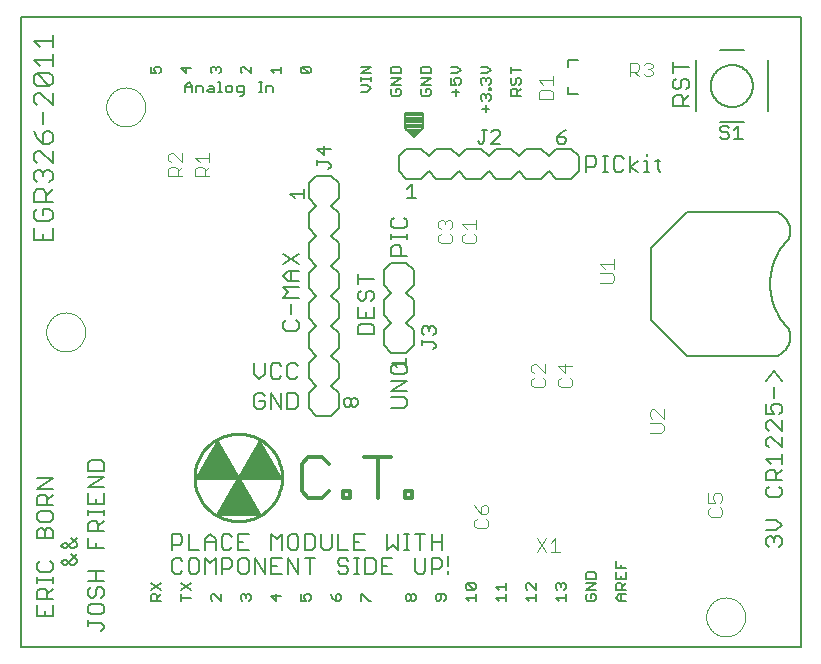
<source format=gto>
G75*
G70*
%OFA0B0*%
%FSLAX25Y25*%
%IPPOS*%
%LPD*%
%AMOC8*
5,1,8,0,0,1.08239X$1,22.5*
%
%ADD10C,0.00800*%
%ADD11C,0.00000*%
%ADD12C,0.00600*%
%ADD13C,0.00500*%
%ADD14C,0.00400*%
%ADD15C,0.00008*%
%ADD16C,0.01200*%
%ADD17C,0.01000*%
D10*
X0001814Y0005039D02*
X0001814Y0215039D01*
X0261814Y0215039D01*
X0261814Y0005039D01*
X0001814Y0005039D01*
X0007210Y0015439D02*
X0012414Y0015439D01*
X0012414Y0018909D01*
X0012414Y0020964D02*
X0007210Y0020964D01*
X0007210Y0023566D01*
X0008077Y0024433D01*
X0009812Y0024433D01*
X0010680Y0023566D01*
X0010680Y0020964D01*
X0010680Y0022698D02*
X0012414Y0024433D01*
X0012414Y0026488D02*
X0012414Y0028223D01*
X0012414Y0027356D02*
X0007210Y0027356D01*
X0007210Y0028223D02*
X0007210Y0026488D01*
X0008077Y0030171D02*
X0011547Y0030171D01*
X0012414Y0031039D01*
X0012414Y0032773D01*
X0011547Y0033641D01*
X0008077Y0033641D02*
X0007210Y0032773D01*
X0007210Y0031039D01*
X0008077Y0030171D01*
X0015210Y0033307D02*
X0016077Y0032439D01*
X0016945Y0032439D01*
X0020414Y0035909D01*
X0018680Y0035909D02*
X0020414Y0034174D01*
X0020414Y0033307D01*
X0019547Y0032439D01*
X0018680Y0032439D01*
X0016945Y0034174D01*
X0016077Y0034174D01*
X0015210Y0033307D01*
X0016077Y0037964D02*
X0016945Y0037964D01*
X0020414Y0041433D01*
X0020414Y0039698D02*
X0020414Y0038831D01*
X0019547Y0037964D01*
X0018680Y0037964D01*
X0016945Y0039698D01*
X0016077Y0039698D01*
X0015210Y0038831D01*
X0016077Y0037964D01*
X0012414Y0041220D02*
X0012414Y0043822D01*
X0011547Y0044689D01*
X0010680Y0044689D01*
X0009812Y0043822D01*
X0009812Y0041220D01*
X0012414Y0041220D02*
X0007210Y0041220D01*
X0007210Y0043822D01*
X0008077Y0044689D01*
X0008945Y0044689D01*
X0009812Y0043822D01*
X0008077Y0046744D02*
X0011547Y0046744D01*
X0012414Y0047612D01*
X0012414Y0049346D01*
X0011547Y0050214D01*
X0008077Y0050214D01*
X0007210Y0049346D01*
X0007210Y0047612D01*
X0008077Y0046744D01*
X0007210Y0052269D02*
X0007210Y0054871D01*
X0008077Y0055738D01*
X0009812Y0055738D01*
X0010680Y0054871D01*
X0010680Y0052269D01*
X0012414Y0052269D02*
X0007210Y0052269D01*
X0010680Y0054004D02*
X0012414Y0055738D01*
X0012414Y0057793D02*
X0007210Y0057793D01*
X0012414Y0061263D01*
X0007210Y0061263D01*
X0024210Y0061787D02*
X0029414Y0061787D01*
X0024210Y0058318D01*
X0029414Y0058318D01*
X0029414Y0056263D02*
X0029414Y0052793D01*
X0024210Y0052793D01*
X0024210Y0056263D01*
X0026812Y0054528D02*
X0026812Y0052793D01*
X0024210Y0050845D02*
X0024210Y0049110D01*
X0024210Y0049978D02*
X0029414Y0049978D01*
X0029414Y0050845D02*
X0029414Y0049110D01*
X0029414Y0047055D02*
X0027680Y0045320D01*
X0027680Y0046188D02*
X0027680Y0043586D01*
X0029414Y0043586D02*
X0024210Y0043586D01*
X0024210Y0046188D01*
X0025077Y0047055D01*
X0026812Y0047055D01*
X0027680Y0046188D01*
X0024210Y0041531D02*
X0024210Y0038061D01*
X0029414Y0038061D01*
X0026812Y0038061D02*
X0026812Y0039796D01*
X0020414Y0039698D02*
X0018680Y0041433D01*
X0024210Y0030482D02*
X0029414Y0030482D01*
X0026812Y0030482D02*
X0026812Y0027013D01*
X0027680Y0024957D02*
X0028547Y0024957D01*
X0029414Y0024090D01*
X0029414Y0022356D01*
X0028547Y0021488D01*
X0026812Y0022356D02*
X0026812Y0024090D01*
X0027680Y0024957D01*
X0025077Y0024957D02*
X0024210Y0024090D01*
X0024210Y0022356D01*
X0025077Y0021488D01*
X0025945Y0021488D01*
X0026812Y0022356D01*
X0025077Y0019433D02*
X0024210Y0018566D01*
X0024210Y0016831D01*
X0025077Y0015964D01*
X0028547Y0015964D01*
X0029414Y0016831D01*
X0029414Y0018566D01*
X0028547Y0019433D01*
X0025077Y0019433D01*
X0024210Y0013909D02*
X0024210Y0012174D01*
X0024210Y0013041D02*
X0028547Y0013041D01*
X0029414Y0012174D01*
X0029414Y0011307D01*
X0028547Y0010439D01*
X0009812Y0015439D02*
X0009812Y0017174D01*
X0007210Y0018909D02*
X0007210Y0015439D01*
X0024210Y0027013D02*
X0029414Y0027013D01*
X0052214Y0030307D02*
X0053081Y0029439D01*
X0054816Y0029439D01*
X0055683Y0030307D01*
X0057739Y0030307D02*
X0058606Y0029439D01*
X0060341Y0029439D01*
X0061208Y0030307D01*
X0061208Y0033776D01*
X0060341Y0034644D01*
X0058606Y0034644D01*
X0057739Y0033776D01*
X0057739Y0030307D01*
X0052214Y0030307D02*
X0052214Y0033776D01*
X0053081Y0034644D01*
X0054816Y0034644D01*
X0055683Y0033776D01*
X0057739Y0037439D02*
X0061208Y0037439D01*
X0063263Y0037439D02*
X0063263Y0040909D01*
X0064998Y0042644D01*
X0066732Y0040909D01*
X0066732Y0037439D01*
X0068787Y0038307D02*
X0069655Y0037439D01*
X0071389Y0037439D01*
X0072257Y0038307D01*
X0074312Y0037439D02*
X0077781Y0037439D01*
X0076046Y0040041D02*
X0074312Y0040041D01*
X0074312Y0037439D02*
X0074312Y0042644D01*
X0077781Y0042644D01*
X0072257Y0041776D02*
X0071389Y0042644D01*
X0069655Y0042644D01*
X0068787Y0041776D01*
X0068787Y0038307D01*
X0066732Y0040041D02*
X0063263Y0040041D01*
X0057739Y0042644D02*
X0057739Y0037439D01*
X0055683Y0040041D02*
X0054816Y0039174D01*
X0052214Y0039174D01*
X0052214Y0037439D02*
X0052214Y0042644D01*
X0054816Y0042644D01*
X0055683Y0041776D01*
X0055683Y0040041D01*
X0063263Y0034644D02*
X0064998Y0032909D01*
X0066732Y0034644D01*
X0066732Y0029439D01*
X0068787Y0029439D02*
X0068787Y0034644D01*
X0071389Y0034644D01*
X0072257Y0033776D01*
X0072257Y0032041D01*
X0071389Y0031174D01*
X0068787Y0031174D01*
X0074312Y0030307D02*
X0075179Y0029439D01*
X0076914Y0029439D01*
X0077781Y0030307D01*
X0077781Y0033776D01*
X0076914Y0034644D01*
X0075179Y0034644D01*
X0074312Y0033776D01*
X0074312Y0030307D01*
X0079836Y0029439D02*
X0079836Y0034644D01*
X0083306Y0029439D01*
X0083306Y0034644D01*
X0085361Y0034644D02*
X0085361Y0029439D01*
X0088830Y0029439D01*
X0090885Y0029439D02*
X0090885Y0034644D01*
X0094354Y0029439D01*
X0094354Y0034644D01*
X0096409Y0034644D02*
X0099879Y0034644D01*
X0098144Y0034644D02*
X0098144Y0029439D01*
X0107458Y0030307D02*
X0108326Y0029439D01*
X0110060Y0029439D01*
X0110928Y0030307D01*
X0110928Y0031174D01*
X0110060Y0032041D01*
X0108326Y0032041D01*
X0107458Y0032909D01*
X0107458Y0033776D01*
X0108326Y0034644D01*
X0110060Y0034644D01*
X0110928Y0033776D01*
X0112983Y0034644D02*
X0114717Y0034644D01*
X0113850Y0034644D02*
X0113850Y0029439D01*
X0112983Y0029439D02*
X0114717Y0029439D01*
X0116666Y0029439D02*
X0119268Y0029439D01*
X0120135Y0030307D01*
X0120135Y0033776D01*
X0119268Y0034644D01*
X0116666Y0034644D01*
X0116666Y0029439D01*
X0122190Y0029439D02*
X0122190Y0034644D01*
X0125659Y0034644D01*
X0123925Y0032041D02*
X0122190Y0032041D01*
X0122190Y0029439D02*
X0125659Y0029439D01*
X0133239Y0030307D02*
X0134106Y0029439D01*
X0135841Y0029439D01*
X0136708Y0030307D01*
X0136708Y0034644D01*
X0138763Y0034644D02*
X0141365Y0034644D01*
X0142233Y0033776D01*
X0142233Y0032041D01*
X0141365Y0031174D01*
X0138763Y0031174D01*
X0138763Y0029439D02*
X0138763Y0034644D01*
X0133239Y0034644D02*
X0133239Y0030307D01*
X0144288Y0030307D02*
X0144288Y0029439D01*
X0144288Y0032041D02*
X0144288Y0035511D01*
X0142233Y0037439D02*
X0142233Y0042644D01*
X0142233Y0040041D02*
X0138763Y0040041D01*
X0138763Y0037439D02*
X0138763Y0042644D01*
X0136708Y0042644D02*
X0133239Y0042644D01*
X0134974Y0042644D02*
X0134974Y0037439D01*
X0131291Y0037439D02*
X0129556Y0037439D01*
X0130423Y0037439D02*
X0130423Y0042644D01*
X0129556Y0042644D02*
X0131291Y0042644D01*
X0127501Y0042644D02*
X0127501Y0037439D01*
X0125766Y0039174D01*
X0124031Y0037439D01*
X0124031Y0042644D01*
X0116452Y0042644D02*
X0112983Y0042644D01*
X0112983Y0037439D01*
X0116452Y0037439D01*
X0114717Y0040041D02*
X0112983Y0040041D01*
X0110928Y0037439D02*
X0107458Y0037439D01*
X0107458Y0042644D01*
X0105403Y0042644D02*
X0105403Y0038307D01*
X0104536Y0037439D01*
X0102801Y0037439D01*
X0101934Y0038307D01*
X0101934Y0042644D01*
X0099879Y0041776D02*
X0099011Y0042644D01*
X0096409Y0042644D01*
X0096409Y0037439D01*
X0099011Y0037439D01*
X0099879Y0038307D01*
X0099879Y0041776D01*
X0094354Y0041776D02*
X0093487Y0042644D01*
X0091752Y0042644D01*
X0090885Y0041776D01*
X0090885Y0038307D01*
X0091752Y0037439D01*
X0093487Y0037439D01*
X0094354Y0038307D01*
X0094354Y0041776D01*
X0088830Y0042644D02*
X0088830Y0037439D01*
X0085361Y0037439D02*
X0085361Y0042644D01*
X0087095Y0040909D01*
X0088830Y0042644D01*
X0088830Y0034644D02*
X0085361Y0034644D01*
X0085361Y0032041D02*
X0087095Y0032041D01*
X0063263Y0029439D02*
X0063263Y0034644D01*
X0029414Y0063842D02*
X0024210Y0063842D01*
X0024210Y0066444D01*
X0025077Y0067311D01*
X0028547Y0067311D01*
X0029414Y0066444D01*
X0029414Y0063842D01*
X0079640Y0085307D02*
X0080507Y0084439D01*
X0082242Y0084439D01*
X0083109Y0085307D01*
X0083109Y0087041D01*
X0081375Y0087041D01*
X0083109Y0088776D02*
X0082242Y0089644D01*
X0080507Y0089644D01*
X0079640Y0088776D01*
X0079640Y0085307D01*
X0085165Y0084439D02*
X0085165Y0089644D01*
X0088634Y0084439D01*
X0088634Y0089644D01*
X0090689Y0089644D02*
X0093291Y0089644D01*
X0094158Y0088776D01*
X0094158Y0085307D01*
X0093291Y0084439D01*
X0090689Y0084439D01*
X0090689Y0089644D01*
X0091556Y0094439D02*
X0090689Y0095307D01*
X0090689Y0098776D01*
X0091556Y0099644D01*
X0093291Y0099644D01*
X0094158Y0098776D01*
X0094158Y0095307D02*
X0093291Y0094439D01*
X0091556Y0094439D01*
X0088634Y0095307D02*
X0087767Y0094439D01*
X0086032Y0094439D01*
X0085165Y0095307D01*
X0085165Y0098776D01*
X0086032Y0099644D01*
X0087767Y0099644D01*
X0088634Y0098776D01*
X0083109Y0099644D02*
X0083109Y0096174D01*
X0081375Y0094439D01*
X0079640Y0096174D01*
X0079640Y0099644D01*
X0090077Y0110439D02*
X0093547Y0110439D01*
X0094414Y0111307D01*
X0094414Y0113041D01*
X0093547Y0113909D01*
X0091812Y0115964D02*
X0091812Y0119433D01*
X0089210Y0121488D02*
X0090945Y0123223D01*
X0089210Y0124957D01*
X0094414Y0124957D01*
X0094414Y0127013D02*
X0090945Y0127013D01*
X0089210Y0128747D01*
X0090945Y0130482D01*
X0094414Y0130482D01*
X0094414Y0132537D02*
X0089210Y0136006D01*
X0089210Y0132537D02*
X0094414Y0136006D01*
X0091812Y0130482D02*
X0091812Y0127013D01*
X0094414Y0121488D02*
X0089210Y0121488D01*
X0090077Y0113909D02*
X0089210Y0113041D01*
X0089210Y0111307D01*
X0090077Y0110439D01*
X0114210Y0109341D02*
X0114210Y0111943D01*
X0115077Y0112810D01*
X0118547Y0112810D01*
X0119414Y0111943D01*
X0119414Y0109341D01*
X0114210Y0109341D01*
X0114210Y0114865D02*
X0119414Y0114865D01*
X0119414Y0118334D01*
X0118547Y0120389D02*
X0119414Y0121257D01*
X0119414Y0122991D01*
X0118547Y0123859D01*
X0117680Y0123859D01*
X0116812Y0122991D01*
X0116812Y0121257D01*
X0115945Y0120389D01*
X0115077Y0120389D01*
X0114210Y0121257D01*
X0114210Y0122991D01*
X0115077Y0123859D01*
X0114210Y0125914D02*
X0114210Y0129383D01*
X0114210Y0127648D02*
X0119414Y0127648D01*
X0125210Y0135439D02*
X0125210Y0138041D01*
X0126077Y0138909D01*
X0127812Y0138909D01*
X0128680Y0138041D01*
X0128680Y0135439D01*
X0130414Y0135439D02*
X0125210Y0135439D01*
X0125210Y0140964D02*
X0125210Y0142698D01*
X0125210Y0141831D02*
X0130414Y0141831D01*
X0130414Y0140964D02*
X0130414Y0142698D01*
X0129547Y0144647D02*
X0130414Y0145514D01*
X0130414Y0147249D01*
X0129547Y0148116D01*
X0126077Y0148116D02*
X0125210Y0147249D01*
X0125210Y0145514D01*
X0126077Y0144647D01*
X0129547Y0144647D01*
X0114210Y0118334D02*
X0114210Y0114865D01*
X0116812Y0114865D02*
X0116812Y0116600D01*
X0126077Y0099383D02*
X0125210Y0098516D01*
X0125210Y0096781D01*
X0126077Y0095914D01*
X0129547Y0095914D01*
X0130414Y0096781D01*
X0130414Y0098516D01*
X0129547Y0099383D01*
X0126077Y0099383D01*
X0125210Y0093859D02*
X0130414Y0093859D01*
X0125210Y0090390D01*
X0130414Y0090390D01*
X0129547Y0088335D02*
X0125210Y0088335D01*
X0125210Y0084865D02*
X0129547Y0084865D01*
X0130414Y0085733D01*
X0130414Y0087467D01*
X0129547Y0088335D01*
X0190214Y0163439D02*
X0190214Y0168644D01*
X0192816Y0168644D01*
X0193683Y0167776D01*
X0193683Y0166041D01*
X0192816Y0165174D01*
X0190214Y0165174D01*
X0195739Y0163439D02*
X0197473Y0163439D01*
X0196606Y0163439D02*
X0196606Y0168644D01*
X0195739Y0168644D02*
X0197473Y0168644D01*
X0199422Y0167776D02*
X0199422Y0164307D01*
X0200289Y0163439D01*
X0202024Y0163439D01*
X0202891Y0164307D01*
X0204946Y0165174D02*
X0207548Y0166909D01*
X0209550Y0166909D02*
X0210417Y0166909D01*
X0210417Y0163439D01*
X0209550Y0163439D02*
X0211284Y0163439D01*
X0214100Y0164307D02*
X0214967Y0163439D01*
X0214100Y0164307D02*
X0214100Y0167776D01*
X0213233Y0166909D02*
X0214967Y0166909D01*
X0210417Y0168644D02*
X0210417Y0169511D01*
X0204946Y0168644D02*
X0204946Y0163439D01*
X0204946Y0165174D02*
X0207548Y0163439D01*
X0202891Y0167776D02*
X0202024Y0168644D01*
X0200289Y0168644D01*
X0199422Y0167776D01*
X0219210Y0185439D02*
X0219210Y0188041D01*
X0220077Y0188909D01*
X0221812Y0188909D01*
X0222680Y0188041D01*
X0222680Y0185439D01*
X0224414Y0185439D02*
X0219210Y0185439D01*
X0222680Y0187174D02*
X0224414Y0188909D01*
X0223547Y0190964D02*
X0224414Y0191831D01*
X0224414Y0193566D01*
X0223547Y0194433D01*
X0222680Y0194433D01*
X0221812Y0193566D01*
X0221812Y0191831D01*
X0220945Y0190964D01*
X0220077Y0190964D01*
X0219210Y0191831D01*
X0219210Y0193566D01*
X0220077Y0194433D01*
X0219210Y0196488D02*
X0219210Y0199957D01*
X0219210Y0198223D02*
X0224414Y0198223D01*
X0226814Y0200539D02*
X0226814Y0183539D01*
X0234814Y0180039D02*
X0242743Y0180039D01*
X0250814Y0183539D02*
X0250814Y0200539D01*
X0242861Y0204039D02*
X0234814Y0204039D01*
X0231814Y0192039D02*
X0231822Y0192382D01*
X0231848Y0192725D01*
X0231890Y0193066D01*
X0231949Y0193405D01*
X0232024Y0193740D01*
X0232115Y0194071D01*
X0232223Y0194397D01*
X0232347Y0194718D01*
X0232486Y0195032D01*
X0232641Y0195339D01*
X0232810Y0195638D01*
X0232994Y0195928D01*
X0233192Y0196209D01*
X0233403Y0196480D01*
X0233627Y0196740D01*
X0233864Y0196989D01*
X0234113Y0197226D01*
X0234373Y0197450D01*
X0234644Y0197661D01*
X0234925Y0197859D01*
X0235215Y0198043D01*
X0235514Y0198212D01*
X0235821Y0198367D01*
X0236135Y0198506D01*
X0236456Y0198630D01*
X0236782Y0198738D01*
X0237113Y0198829D01*
X0237448Y0198904D01*
X0237787Y0198963D01*
X0238128Y0199005D01*
X0238471Y0199031D01*
X0238814Y0199039D01*
X0239157Y0199031D01*
X0239500Y0199005D01*
X0239841Y0198963D01*
X0240180Y0198904D01*
X0240515Y0198829D01*
X0240846Y0198738D01*
X0241172Y0198630D01*
X0241493Y0198506D01*
X0241807Y0198367D01*
X0242114Y0198212D01*
X0242413Y0198043D01*
X0242703Y0197859D01*
X0242984Y0197661D01*
X0243255Y0197450D01*
X0243515Y0197226D01*
X0243764Y0196989D01*
X0244001Y0196740D01*
X0244225Y0196480D01*
X0244436Y0196209D01*
X0244634Y0195928D01*
X0244818Y0195638D01*
X0244987Y0195339D01*
X0245142Y0195032D01*
X0245281Y0194718D01*
X0245405Y0194397D01*
X0245513Y0194071D01*
X0245604Y0193740D01*
X0245679Y0193405D01*
X0245738Y0193066D01*
X0245780Y0192725D01*
X0245806Y0192382D01*
X0245814Y0192039D01*
X0245806Y0191696D01*
X0245780Y0191353D01*
X0245738Y0191012D01*
X0245679Y0190673D01*
X0245604Y0190338D01*
X0245513Y0190007D01*
X0245405Y0189681D01*
X0245281Y0189360D01*
X0245142Y0189046D01*
X0244987Y0188739D01*
X0244818Y0188440D01*
X0244634Y0188150D01*
X0244436Y0187869D01*
X0244225Y0187598D01*
X0244001Y0187338D01*
X0243764Y0187089D01*
X0243515Y0186852D01*
X0243255Y0186628D01*
X0242984Y0186417D01*
X0242703Y0186219D01*
X0242413Y0186035D01*
X0242114Y0185866D01*
X0241807Y0185711D01*
X0241493Y0185572D01*
X0241172Y0185448D01*
X0240846Y0185340D01*
X0240515Y0185249D01*
X0240180Y0185174D01*
X0239841Y0185115D01*
X0239500Y0185073D01*
X0239157Y0185047D01*
X0238814Y0185039D01*
X0238471Y0185047D01*
X0238128Y0185073D01*
X0237787Y0185115D01*
X0237448Y0185174D01*
X0237113Y0185249D01*
X0236782Y0185340D01*
X0236456Y0185448D01*
X0236135Y0185572D01*
X0235821Y0185711D01*
X0235514Y0185866D01*
X0235215Y0186035D01*
X0234925Y0186219D01*
X0234644Y0186417D01*
X0234373Y0186628D01*
X0234113Y0186852D01*
X0233864Y0187089D01*
X0233627Y0187338D01*
X0233403Y0187598D01*
X0233192Y0187869D01*
X0232994Y0188150D01*
X0232810Y0188440D01*
X0232641Y0188739D01*
X0232486Y0189046D01*
X0232347Y0189360D01*
X0232223Y0189681D01*
X0232115Y0190007D01*
X0232024Y0190338D01*
X0231949Y0190673D01*
X0231890Y0191012D01*
X0231848Y0191353D01*
X0231822Y0191696D01*
X0231814Y0192039D01*
X0135814Y0183039D02*
X0135814Y0178039D01*
X0132814Y0175039D01*
X0129814Y0178039D01*
X0129814Y0183039D01*
X0135814Y0183039D01*
X0135814Y0182290D02*
X0129814Y0182290D01*
X0129814Y0181491D02*
X0135814Y0181491D01*
X0135814Y0180693D02*
X0129814Y0180693D01*
X0129814Y0179894D02*
X0135814Y0179894D01*
X0135814Y0179096D02*
X0129814Y0179096D01*
X0129814Y0178298D02*
X0135814Y0178298D01*
X0135274Y0177499D02*
X0130354Y0177499D01*
X0131153Y0176701D02*
X0134476Y0176701D01*
X0133677Y0175902D02*
X0131951Y0175902D01*
X0132750Y0175104D02*
X0132879Y0175104D01*
X0012414Y0175868D02*
X0012414Y0173799D01*
X0011380Y0172765D01*
X0009312Y0172765D01*
X0009312Y0175868D01*
X0010346Y0176902D01*
X0011380Y0176902D01*
X0012414Y0175868D01*
X0009312Y0172765D02*
X0007243Y0174833D01*
X0006209Y0176902D01*
X0009312Y0179211D02*
X0009312Y0183347D01*
X0007243Y0185656D02*
X0006209Y0186690D01*
X0006209Y0188758D01*
X0007243Y0189793D01*
X0008278Y0189793D01*
X0012414Y0185656D01*
X0012414Y0189793D01*
X0011380Y0192101D02*
X0007243Y0192101D01*
X0006209Y0193135D01*
X0006209Y0195204D01*
X0007243Y0196238D01*
X0011380Y0192101D01*
X0012414Y0193135D01*
X0012414Y0195204D01*
X0011380Y0196238D01*
X0007243Y0196238D01*
X0008278Y0198546D02*
X0006209Y0200615D01*
X0012414Y0200615D01*
X0012414Y0202683D02*
X0012414Y0198546D01*
X0012414Y0204992D02*
X0012414Y0209128D01*
X0012414Y0207060D02*
X0006209Y0207060D01*
X0008278Y0204992D01*
X0008278Y0170457D02*
X0007243Y0170457D01*
X0006209Y0169422D01*
X0006209Y0167354D01*
X0007243Y0166320D01*
X0007243Y0164011D02*
X0006209Y0162977D01*
X0006209Y0160909D01*
X0007243Y0159875D01*
X0007243Y0157566D02*
X0006209Y0156532D01*
X0006209Y0153430D01*
X0012414Y0153430D01*
X0010346Y0153430D02*
X0010346Y0156532D01*
X0009312Y0157566D01*
X0007243Y0157566D01*
X0010346Y0155498D02*
X0012414Y0157566D01*
X0011380Y0159875D02*
X0012414Y0160909D01*
X0012414Y0162977D01*
X0011380Y0164011D01*
X0010346Y0164011D01*
X0009312Y0162977D01*
X0009312Y0161943D01*
X0009312Y0162977D02*
X0008278Y0164011D01*
X0007243Y0164011D01*
X0012414Y0166320D02*
X0008278Y0170457D01*
X0012414Y0170457D02*
X0012414Y0166320D01*
X0011380Y0151121D02*
X0009312Y0151121D01*
X0009312Y0149052D01*
X0011380Y0146984D02*
X0007243Y0146984D01*
X0006209Y0148018D01*
X0006209Y0150087D01*
X0007243Y0151121D01*
X0011380Y0151121D02*
X0012414Y0150087D01*
X0012414Y0148018D01*
X0011380Y0146984D01*
X0012414Y0144676D02*
X0012414Y0140539D01*
X0006209Y0140539D01*
X0006209Y0144676D01*
X0009312Y0142607D02*
X0009312Y0140539D01*
X0250210Y0093683D02*
X0252812Y0097153D01*
X0255414Y0093683D01*
X0252812Y0091628D02*
X0252812Y0088159D01*
X0252812Y0086104D02*
X0254547Y0086104D01*
X0255414Y0085237D01*
X0255414Y0083502D01*
X0254547Y0082635D01*
X0252812Y0082635D02*
X0251945Y0084369D01*
X0251945Y0085237D01*
X0252812Y0086104D01*
X0250210Y0086104D02*
X0250210Y0082635D01*
X0252812Y0082635D01*
X0251945Y0080580D02*
X0251077Y0080580D01*
X0250210Y0079712D01*
X0250210Y0077978D01*
X0251077Y0077110D01*
X0251077Y0075055D02*
X0250210Y0074188D01*
X0250210Y0072453D01*
X0251077Y0071586D01*
X0251945Y0075055D02*
X0255414Y0071586D01*
X0255414Y0075055D01*
X0255414Y0077110D02*
X0251945Y0080580D01*
X0255414Y0080580D02*
X0255414Y0077110D01*
X0251945Y0075055D02*
X0251077Y0075055D01*
X0255414Y0069531D02*
X0255414Y0066061D01*
X0255414Y0067796D02*
X0250210Y0067796D01*
X0251945Y0066061D01*
X0252812Y0064006D02*
X0253680Y0063139D01*
X0253680Y0060537D01*
X0255414Y0060537D02*
X0250210Y0060537D01*
X0250210Y0063139D01*
X0251077Y0064006D01*
X0252812Y0064006D01*
X0253680Y0062272D02*
X0255414Y0064006D01*
X0254547Y0058482D02*
X0255414Y0057615D01*
X0255414Y0055880D01*
X0254547Y0055013D01*
X0251077Y0055013D01*
X0250210Y0055880D01*
X0250210Y0057615D01*
X0251077Y0058482D01*
X0250210Y0047433D02*
X0253680Y0047433D01*
X0255414Y0045698D01*
X0253680Y0043964D01*
X0250210Y0043964D01*
X0251077Y0041909D02*
X0251945Y0041909D01*
X0252812Y0041041D01*
X0253680Y0041909D01*
X0254547Y0041909D01*
X0255414Y0041041D01*
X0255414Y0039307D01*
X0254547Y0038439D01*
X0252812Y0040174D02*
X0252812Y0041041D01*
X0251077Y0041909D02*
X0250210Y0041041D01*
X0250210Y0039307D01*
X0251077Y0038439D01*
D11*
X0230314Y0015039D02*
X0230322Y0015358D01*
X0230345Y0015676D01*
X0230384Y0015993D01*
X0230439Y0016307D01*
X0230509Y0016618D01*
X0230594Y0016926D01*
X0230694Y0017229D01*
X0230809Y0017526D01*
X0230938Y0017818D01*
X0231082Y0018103D01*
X0231239Y0018381D01*
X0231409Y0018650D01*
X0231593Y0018911D01*
X0231789Y0019163D01*
X0231998Y0019404D01*
X0232218Y0019635D01*
X0232449Y0019855D01*
X0232690Y0020064D01*
X0232942Y0020260D01*
X0233203Y0020444D01*
X0233472Y0020614D01*
X0233750Y0020771D01*
X0234035Y0020915D01*
X0234327Y0021044D01*
X0234624Y0021159D01*
X0234927Y0021259D01*
X0235235Y0021344D01*
X0235546Y0021414D01*
X0235860Y0021469D01*
X0236177Y0021508D01*
X0236495Y0021531D01*
X0236814Y0021539D01*
X0237133Y0021531D01*
X0237451Y0021508D01*
X0237768Y0021469D01*
X0238082Y0021414D01*
X0238393Y0021344D01*
X0238701Y0021259D01*
X0239004Y0021159D01*
X0239301Y0021044D01*
X0239593Y0020915D01*
X0239878Y0020771D01*
X0240156Y0020614D01*
X0240425Y0020444D01*
X0240686Y0020260D01*
X0240938Y0020064D01*
X0241179Y0019855D01*
X0241410Y0019635D01*
X0241630Y0019404D01*
X0241839Y0019163D01*
X0242035Y0018911D01*
X0242219Y0018650D01*
X0242389Y0018381D01*
X0242546Y0018103D01*
X0242690Y0017818D01*
X0242819Y0017526D01*
X0242934Y0017229D01*
X0243034Y0016926D01*
X0243119Y0016618D01*
X0243189Y0016307D01*
X0243244Y0015993D01*
X0243283Y0015676D01*
X0243306Y0015358D01*
X0243314Y0015039D01*
X0243306Y0014720D01*
X0243283Y0014402D01*
X0243244Y0014085D01*
X0243189Y0013771D01*
X0243119Y0013460D01*
X0243034Y0013152D01*
X0242934Y0012849D01*
X0242819Y0012552D01*
X0242690Y0012260D01*
X0242546Y0011975D01*
X0242389Y0011697D01*
X0242219Y0011428D01*
X0242035Y0011167D01*
X0241839Y0010915D01*
X0241630Y0010674D01*
X0241410Y0010443D01*
X0241179Y0010223D01*
X0240938Y0010014D01*
X0240686Y0009818D01*
X0240425Y0009634D01*
X0240156Y0009464D01*
X0239878Y0009307D01*
X0239593Y0009163D01*
X0239301Y0009034D01*
X0239004Y0008919D01*
X0238701Y0008819D01*
X0238393Y0008734D01*
X0238082Y0008664D01*
X0237768Y0008609D01*
X0237451Y0008570D01*
X0237133Y0008547D01*
X0236814Y0008539D01*
X0236495Y0008547D01*
X0236177Y0008570D01*
X0235860Y0008609D01*
X0235546Y0008664D01*
X0235235Y0008734D01*
X0234927Y0008819D01*
X0234624Y0008919D01*
X0234327Y0009034D01*
X0234035Y0009163D01*
X0233750Y0009307D01*
X0233472Y0009464D01*
X0233203Y0009634D01*
X0232942Y0009818D01*
X0232690Y0010014D01*
X0232449Y0010223D01*
X0232218Y0010443D01*
X0231998Y0010674D01*
X0231789Y0010915D01*
X0231593Y0011167D01*
X0231409Y0011428D01*
X0231239Y0011697D01*
X0231082Y0011975D01*
X0230938Y0012260D01*
X0230809Y0012552D01*
X0230694Y0012849D01*
X0230594Y0013152D01*
X0230509Y0013460D01*
X0230439Y0013771D01*
X0230384Y0014085D01*
X0230345Y0014402D01*
X0230322Y0014720D01*
X0230314Y0015039D01*
X0010314Y0110039D02*
X0010322Y0110358D01*
X0010345Y0110676D01*
X0010384Y0110993D01*
X0010439Y0111307D01*
X0010509Y0111618D01*
X0010594Y0111926D01*
X0010694Y0112229D01*
X0010809Y0112526D01*
X0010938Y0112818D01*
X0011082Y0113103D01*
X0011239Y0113381D01*
X0011409Y0113650D01*
X0011593Y0113911D01*
X0011789Y0114163D01*
X0011998Y0114404D01*
X0012218Y0114635D01*
X0012449Y0114855D01*
X0012690Y0115064D01*
X0012942Y0115260D01*
X0013203Y0115444D01*
X0013472Y0115614D01*
X0013750Y0115771D01*
X0014035Y0115915D01*
X0014327Y0116044D01*
X0014624Y0116159D01*
X0014927Y0116259D01*
X0015235Y0116344D01*
X0015546Y0116414D01*
X0015860Y0116469D01*
X0016177Y0116508D01*
X0016495Y0116531D01*
X0016814Y0116539D01*
X0017133Y0116531D01*
X0017451Y0116508D01*
X0017768Y0116469D01*
X0018082Y0116414D01*
X0018393Y0116344D01*
X0018701Y0116259D01*
X0019004Y0116159D01*
X0019301Y0116044D01*
X0019593Y0115915D01*
X0019878Y0115771D01*
X0020156Y0115614D01*
X0020425Y0115444D01*
X0020686Y0115260D01*
X0020938Y0115064D01*
X0021179Y0114855D01*
X0021410Y0114635D01*
X0021630Y0114404D01*
X0021839Y0114163D01*
X0022035Y0113911D01*
X0022219Y0113650D01*
X0022389Y0113381D01*
X0022546Y0113103D01*
X0022690Y0112818D01*
X0022819Y0112526D01*
X0022934Y0112229D01*
X0023034Y0111926D01*
X0023119Y0111618D01*
X0023189Y0111307D01*
X0023244Y0110993D01*
X0023283Y0110676D01*
X0023306Y0110358D01*
X0023314Y0110039D01*
X0023306Y0109720D01*
X0023283Y0109402D01*
X0023244Y0109085D01*
X0023189Y0108771D01*
X0023119Y0108460D01*
X0023034Y0108152D01*
X0022934Y0107849D01*
X0022819Y0107552D01*
X0022690Y0107260D01*
X0022546Y0106975D01*
X0022389Y0106697D01*
X0022219Y0106428D01*
X0022035Y0106167D01*
X0021839Y0105915D01*
X0021630Y0105674D01*
X0021410Y0105443D01*
X0021179Y0105223D01*
X0020938Y0105014D01*
X0020686Y0104818D01*
X0020425Y0104634D01*
X0020156Y0104464D01*
X0019878Y0104307D01*
X0019593Y0104163D01*
X0019301Y0104034D01*
X0019004Y0103919D01*
X0018701Y0103819D01*
X0018393Y0103734D01*
X0018082Y0103664D01*
X0017768Y0103609D01*
X0017451Y0103570D01*
X0017133Y0103547D01*
X0016814Y0103539D01*
X0016495Y0103547D01*
X0016177Y0103570D01*
X0015860Y0103609D01*
X0015546Y0103664D01*
X0015235Y0103734D01*
X0014927Y0103819D01*
X0014624Y0103919D01*
X0014327Y0104034D01*
X0014035Y0104163D01*
X0013750Y0104307D01*
X0013472Y0104464D01*
X0013203Y0104634D01*
X0012942Y0104818D01*
X0012690Y0105014D01*
X0012449Y0105223D01*
X0012218Y0105443D01*
X0011998Y0105674D01*
X0011789Y0105915D01*
X0011593Y0106167D01*
X0011409Y0106428D01*
X0011239Y0106697D01*
X0011082Y0106975D01*
X0010938Y0107260D01*
X0010809Y0107552D01*
X0010694Y0107849D01*
X0010594Y0108152D01*
X0010509Y0108460D01*
X0010439Y0108771D01*
X0010384Y0109085D01*
X0010345Y0109402D01*
X0010322Y0109720D01*
X0010314Y0110039D01*
X0030314Y0185039D02*
X0030322Y0185358D01*
X0030345Y0185676D01*
X0030384Y0185993D01*
X0030439Y0186307D01*
X0030509Y0186618D01*
X0030594Y0186926D01*
X0030694Y0187229D01*
X0030809Y0187526D01*
X0030938Y0187818D01*
X0031082Y0188103D01*
X0031239Y0188381D01*
X0031409Y0188650D01*
X0031593Y0188911D01*
X0031789Y0189163D01*
X0031998Y0189404D01*
X0032218Y0189635D01*
X0032449Y0189855D01*
X0032690Y0190064D01*
X0032942Y0190260D01*
X0033203Y0190444D01*
X0033472Y0190614D01*
X0033750Y0190771D01*
X0034035Y0190915D01*
X0034327Y0191044D01*
X0034624Y0191159D01*
X0034927Y0191259D01*
X0035235Y0191344D01*
X0035546Y0191414D01*
X0035860Y0191469D01*
X0036177Y0191508D01*
X0036495Y0191531D01*
X0036814Y0191539D01*
X0037133Y0191531D01*
X0037451Y0191508D01*
X0037768Y0191469D01*
X0038082Y0191414D01*
X0038393Y0191344D01*
X0038701Y0191259D01*
X0039004Y0191159D01*
X0039301Y0191044D01*
X0039593Y0190915D01*
X0039878Y0190771D01*
X0040156Y0190614D01*
X0040425Y0190444D01*
X0040686Y0190260D01*
X0040938Y0190064D01*
X0041179Y0189855D01*
X0041410Y0189635D01*
X0041630Y0189404D01*
X0041839Y0189163D01*
X0042035Y0188911D01*
X0042219Y0188650D01*
X0042389Y0188381D01*
X0042546Y0188103D01*
X0042690Y0187818D01*
X0042819Y0187526D01*
X0042934Y0187229D01*
X0043034Y0186926D01*
X0043119Y0186618D01*
X0043189Y0186307D01*
X0043244Y0185993D01*
X0043283Y0185676D01*
X0043306Y0185358D01*
X0043314Y0185039D01*
X0043306Y0184720D01*
X0043283Y0184402D01*
X0043244Y0184085D01*
X0043189Y0183771D01*
X0043119Y0183460D01*
X0043034Y0183152D01*
X0042934Y0182849D01*
X0042819Y0182552D01*
X0042690Y0182260D01*
X0042546Y0181975D01*
X0042389Y0181697D01*
X0042219Y0181428D01*
X0042035Y0181167D01*
X0041839Y0180915D01*
X0041630Y0180674D01*
X0041410Y0180443D01*
X0041179Y0180223D01*
X0040938Y0180014D01*
X0040686Y0179818D01*
X0040425Y0179634D01*
X0040156Y0179464D01*
X0039878Y0179307D01*
X0039593Y0179163D01*
X0039301Y0179034D01*
X0039004Y0178919D01*
X0038701Y0178819D01*
X0038393Y0178734D01*
X0038082Y0178664D01*
X0037768Y0178609D01*
X0037451Y0178570D01*
X0037133Y0178547D01*
X0036814Y0178539D01*
X0036495Y0178547D01*
X0036177Y0178570D01*
X0035860Y0178609D01*
X0035546Y0178664D01*
X0035235Y0178734D01*
X0034927Y0178819D01*
X0034624Y0178919D01*
X0034327Y0179034D01*
X0034035Y0179163D01*
X0033750Y0179307D01*
X0033472Y0179464D01*
X0033203Y0179634D01*
X0032942Y0179818D01*
X0032690Y0180014D01*
X0032449Y0180223D01*
X0032218Y0180443D01*
X0031998Y0180674D01*
X0031789Y0180915D01*
X0031593Y0181167D01*
X0031409Y0181428D01*
X0031239Y0181697D01*
X0031082Y0181975D01*
X0030938Y0182260D01*
X0030809Y0182552D01*
X0030694Y0182849D01*
X0030594Y0183152D01*
X0030509Y0183460D01*
X0030439Y0183771D01*
X0030384Y0184085D01*
X0030345Y0184402D01*
X0030322Y0184720D01*
X0030314Y0185039D01*
D12*
X0045111Y0196206D02*
X0046813Y0196206D01*
X0046246Y0197341D01*
X0046246Y0197907D01*
X0046813Y0198475D01*
X0047947Y0198475D01*
X0048514Y0197907D01*
X0048514Y0196773D01*
X0047947Y0196206D01*
X0045111Y0196206D02*
X0045111Y0198475D01*
X0055111Y0197907D02*
X0056813Y0196206D01*
X0056813Y0198475D01*
X0058514Y0197907D02*
X0055111Y0197907D01*
X0057748Y0193292D02*
X0058883Y0192158D01*
X0058883Y0189889D01*
X0060297Y0189889D02*
X0060297Y0192158D01*
X0061998Y0192158D01*
X0062566Y0191591D01*
X0062566Y0189889D01*
X0063980Y0190456D02*
X0064547Y0191024D01*
X0066249Y0191024D01*
X0066249Y0191591D02*
X0066249Y0189889D01*
X0064547Y0189889D01*
X0063980Y0190456D01*
X0064547Y0192158D02*
X0065681Y0192158D01*
X0066249Y0191591D01*
X0067663Y0193292D02*
X0068230Y0193292D01*
X0068230Y0189889D01*
X0067663Y0189889D02*
X0068798Y0189889D01*
X0070119Y0190456D02*
X0070685Y0189889D01*
X0071820Y0189889D01*
X0072387Y0190456D01*
X0072387Y0191591D01*
X0071820Y0192158D01*
X0070685Y0192158D01*
X0070119Y0191591D01*
X0070119Y0190456D01*
X0073802Y0190456D02*
X0073802Y0191591D01*
X0074369Y0192158D01*
X0076070Y0192158D01*
X0076070Y0189322D01*
X0075503Y0188755D01*
X0074936Y0188755D01*
X0074369Y0189889D02*
X0076070Y0189889D01*
X0074369Y0189889D02*
X0073802Y0190456D01*
X0075679Y0196206D02*
X0075111Y0196773D01*
X0075111Y0197907D01*
X0075679Y0198475D01*
X0076246Y0198475D01*
X0078514Y0196206D01*
X0078514Y0198475D01*
X0081168Y0193292D02*
X0082302Y0193292D01*
X0081735Y0193292D02*
X0081735Y0189889D01*
X0081168Y0189889D02*
X0082302Y0189889D01*
X0083623Y0189889D02*
X0083623Y0192158D01*
X0085324Y0192158D01*
X0085891Y0191591D01*
X0085891Y0189889D01*
X0086246Y0196206D02*
X0085111Y0197341D01*
X0088514Y0197341D01*
X0088514Y0198475D02*
X0088514Y0196206D01*
X0095111Y0196773D02*
X0095111Y0197907D01*
X0095679Y0198475D01*
X0097947Y0196206D01*
X0098514Y0196773D01*
X0098514Y0197907D01*
X0097947Y0198475D01*
X0095679Y0198475D01*
X0095111Y0196773D02*
X0095679Y0196206D01*
X0097947Y0196206D01*
X0115111Y0196206D02*
X0118514Y0198474D01*
X0115111Y0198474D01*
X0115111Y0196206D02*
X0118514Y0196206D01*
X0118514Y0194885D02*
X0118514Y0193751D01*
X0118514Y0194318D02*
X0115111Y0194318D01*
X0115111Y0193751D02*
X0115111Y0194885D01*
X0115111Y0192336D02*
X0117380Y0192336D01*
X0118514Y0191202D01*
X0117380Y0190068D01*
X0115111Y0190068D01*
X0125111Y0190541D02*
X0125111Y0189407D01*
X0125679Y0188840D01*
X0127947Y0188840D01*
X0128514Y0189407D01*
X0128514Y0190541D01*
X0127947Y0191109D01*
X0126813Y0191109D01*
X0126813Y0189974D01*
X0125679Y0191109D02*
X0125111Y0190541D01*
X0125111Y0192523D02*
X0128514Y0194792D01*
X0125111Y0194792D01*
X0125111Y0196206D02*
X0125111Y0197907D01*
X0125679Y0198475D01*
X0127947Y0198475D01*
X0128514Y0197907D01*
X0128514Y0196206D01*
X0125111Y0196206D01*
X0125111Y0192523D02*
X0128514Y0192523D01*
X0135111Y0192523D02*
X0138514Y0194792D01*
X0135111Y0194792D01*
X0135111Y0196206D02*
X0135111Y0197907D01*
X0135679Y0198475D01*
X0137947Y0198475D01*
X0138514Y0197907D01*
X0138514Y0196206D01*
X0135111Y0196206D01*
X0135111Y0192523D02*
X0138514Y0192523D01*
X0137947Y0191109D02*
X0136813Y0191109D01*
X0136813Y0189974D01*
X0137947Y0188840D02*
X0138514Y0189407D01*
X0138514Y0190541D01*
X0137947Y0191109D01*
X0135679Y0191109D02*
X0135111Y0190541D01*
X0135111Y0189407D01*
X0135679Y0188840D01*
X0137947Y0188840D01*
X0145679Y0189974D02*
X0147947Y0189974D01*
X0146813Y0188840D02*
X0146813Y0191109D01*
X0146813Y0192523D02*
X0146246Y0193657D01*
X0146246Y0194224D01*
X0146813Y0194792D01*
X0147947Y0194792D01*
X0148514Y0194224D01*
X0148514Y0193090D01*
X0147947Y0192523D01*
X0146813Y0192523D02*
X0145111Y0192523D01*
X0145111Y0194792D01*
X0145111Y0196206D02*
X0147380Y0196206D01*
X0148514Y0197341D01*
X0147380Y0198475D01*
X0145111Y0198475D01*
X0155111Y0198474D02*
X0157380Y0198474D01*
X0158514Y0197340D01*
X0157380Y0196206D01*
X0155111Y0196206D01*
X0155679Y0194791D02*
X0156246Y0194791D01*
X0156813Y0194224D01*
X0157380Y0194791D01*
X0157947Y0194791D01*
X0158514Y0194224D01*
X0158514Y0193090D01*
X0157947Y0192523D01*
X0157947Y0191248D02*
X0158514Y0191248D01*
X0158514Y0190681D01*
X0157947Y0190681D01*
X0157947Y0191248D01*
X0157947Y0189267D02*
X0158514Y0188700D01*
X0158514Y0187565D01*
X0157947Y0186998D01*
X0156813Y0188133D02*
X0156813Y0188700D01*
X0157380Y0189267D01*
X0157947Y0189267D01*
X0156813Y0188700D02*
X0156246Y0189267D01*
X0155679Y0189267D01*
X0155111Y0188700D01*
X0155111Y0187565D01*
X0155679Y0186998D01*
X0156813Y0185584D02*
X0156813Y0183315D01*
X0155679Y0184450D02*
X0157947Y0184450D01*
X0165111Y0188840D02*
X0165111Y0190541D01*
X0165679Y0191109D01*
X0166813Y0191109D01*
X0167380Y0190541D01*
X0167380Y0188840D01*
X0168514Y0188840D02*
X0165111Y0188840D01*
X0167380Y0189974D02*
X0168514Y0191109D01*
X0167947Y0192523D02*
X0168514Y0193090D01*
X0168514Y0194224D01*
X0167947Y0194792D01*
X0167380Y0194792D01*
X0166813Y0194224D01*
X0166813Y0193090D01*
X0166246Y0192523D01*
X0165679Y0192523D01*
X0165111Y0193090D01*
X0165111Y0194224D01*
X0165679Y0194792D01*
X0165111Y0196206D02*
X0165111Y0198475D01*
X0165111Y0197341D02*
X0168514Y0197341D01*
X0156813Y0194224D02*
X0156813Y0193657D01*
X0155679Y0192523D02*
X0155111Y0193090D01*
X0155111Y0194224D01*
X0155679Y0194791D01*
X0184214Y0191639D02*
X0184214Y0189439D01*
X0187414Y0189439D01*
X0184214Y0198439D02*
X0184214Y0200639D01*
X0187414Y0200639D01*
X0185314Y0171039D02*
X0180314Y0171039D01*
X0177814Y0168539D01*
X0175314Y0171039D01*
X0170314Y0171039D01*
X0167814Y0168539D01*
X0165314Y0171039D01*
X0160314Y0171039D01*
X0157814Y0168539D01*
X0155314Y0171039D01*
X0150314Y0171039D01*
X0147814Y0168539D01*
X0145314Y0171039D01*
X0140314Y0171039D01*
X0137814Y0168539D01*
X0135314Y0171039D01*
X0130314Y0171039D01*
X0127814Y0168539D01*
X0127814Y0163539D01*
X0130314Y0161039D01*
X0135314Y0161039D01*
X0137814Y0163539D01*
X0140314Y0161039D01*
X0145314Y0161039D01*
X0147814Y0163539D01*
X0150314Y0161039D01*
X0155314Y0161039D01*
X0157814Y0163539D01*
X0160314Y0161039D01*
X0165314Y0161039D01*
X0167814Y0163539D01*
X0170314Y0161039D01*
X0175314Y0161039D01*
X0177814Y0163539D01*
X0180314Y0161039D01*
X0185314Y0161039D01*
X0187814Y0163539D01*
X0187814Y0168539D01*
X0185314Y0171039D01*
X0132814Y0130539D02*
X0130314Y0133039D01*
X0125314Y0133039D01*
X0122814Y0130539D01*
X0122814Y0125539D01*
X0125314Y0123039D01*
X0122814Y0120539D01*
X0122814Y0115539D01*
X0125314Y0113039D01*
X0122814Y0110539D01*
X0122814Y0105539D01*
X0125314Y0103039D01*
X0130314Y0103039D01*
X0132814Y0105539D01*
X0132814Y0110539D01*
X0130314Y0113039D01*
X0132814Y0115539D01*
X0132814Y0120539D01*
X0130314Y0123039D01*
X0132814Y0125539D01*
X0132814Y0130539D01*
X0107814Y0129539D02*
X0107814Y0124539D01*
X0105314Y0122039D01*
X0107814Y0119539D01*
X0107814Y0114539D01*
X0105314Y0112039D01*
X0107814Y0109539D01*
X0107814Y0104539D01*
X0105314Y0102039D01*
X0107814Y0099539D01*
X0107814Y0094539D01*
X0105314Y0092039D01*
X0107814Y0089539D01*
X0107814Y0084539D01*
X0105314Y0082039D01*
X0100314Y0082039D01*
X0097814Y0084539D01*
X0097814Y0089539D01*
X0100314Y0092039D01*
X0097814Y0094539D01*
X0097814Y0099539D01*
X0100314Y0102039D01*
X0097814Y0104539D01*
X0097814Y0109539D01*
X0100314Y0112039D01*
X0097814Y0114539D01*
X0097814Y0119539D01*
X0100314Y0122039D01*
X0097814Y0124539D01*
X0097814Y0129539D01*
X0100314Y0132039D01*
X0097814Y0134539D01*
X0097814Y0139539D01*
X0100314Y0142039D01*
X0097814Y0144539D01*
X0097814Y0149539D01*
X0100314Y0152039D01*
X0097814Y0154539D01*
X0097814Y0159539D01*
X0100314Y0162039D01*
X0105314Y0162039D01*
X0107814Y0159539D01*
X0107814Y0154539D01*
X0105314Y0152039D01*
X0107814Y0149539D01*
X0107814Y0144539D01*
X0105314Y0142039D01*
X0107814Y0139539D01*
X0107814Y0134539D01*
X0105314Y0132039D01*
X0107814Y0129539D01*
X0056614Y0189889D02*
X0056614Y0192158D01*
X0057748Y0193292D01*
X0056614Y0191591D02*
X0058883Y0191591D01*
X0065111Y0196773D02*
X0065111Y0197907D01*
X0065679Y0198475D01*
X0066246Y0198475D01*
X0066813Y0197907D01*
X0067380Y0198475D01*
X0067947Y0198475D01*
X0068514Y0197907D01*
X0068514Y0196773D01*
X0067947Y0196206D01*
X0066813Y0197341D02*
X0066813Y0197907D01*
X0065679Y0196206D02*
X0065111Y0196773D01*
X0200111Y0033657D02*
X0200111Y0031389D01*
X0203514Y0031389D01*
X0203514Y0029974D02*
X0203514Y0027706D01*
X0200111Y0027706D01*
X0200111Y0029974D01*
X0201813Y0028840D02*
X0201813Y0027706D01*
X0201813Y0026291D02*
X0202380Y0025724D01*
X0202380Y0024022D01*
X0203514Y0024022D02*
X0200111Y0024022D01*
X0200111Y0025724D01*
X0200679Y0026291D01*
X0201813Y0026291D01*
X0202380Y0025157D02*
X0203514Y0026291D01*
X0203514Y0022608D02*
X0201246Y0022608D01*
X0200111Y0021474D01*
X0201246Y0020339D01*
X0203514Y0020339D01*
X0201813Y0020339D02*
X0201813Y0022608D01*
X0193514Y0022041D02*
X0193514Y0020906D01*
X0192947Y0020339D01*
X0190679Y0020339D01*
X0190111Y0020906D01*
X0190111Y0022041D01*
X0190679Y0022608D01*
X0191813Y0022608D02*
X0191813Y0021474D01*
X0191813Y0022608D02*
X0192947Y0022608D01*
X0193514Y0022041D01*
X0193514Y0024022D02*
X0190111Y0024022D01*
X0193514Y0026291D01*
X0190111Y0026291D01*
X0190111Y0027706D02*
X0190111Y0029407D01*
X0190679Y0029974D01*
X0192947Y0029974D01*
X0193514Y0029407D01*
X0193514Y0027706D01*
X0190111Y0027706D01*
X0183514Y0025724D02*
X0183514Y0024589D01*
X0182947Y0024022D01*
X0183514Y0022608D02*
X0183514Y0020339D01*
X0183514Y0021474D02*
X0180111Y0021474D01*
X0181246Y0020339D01*
X0180679Y0024022D02*
X0180111Y0024589D01*
X0180111Y0025724D01*
X0180679Y0026291D01*
X0181246Y0026291D01*
X0181813Y0025724D01*
X0182380Y0026291D01*
X0182947Y0026291D01*
X0183514Y0025724D01*
X0181813Y0025724D02*
X0181813Y0025157D01*
X0173514Y0026291D02*
X0173514Y0024022D01*
X0171246Y0026291D01*
X0170679Y0026291D01*
X0170111Y0025724D01*
X0170111Y0024589D01*
X0170679Y0024022D01*
X0173514Y0022608D02*
X0173514Y0020339D01*
X0173514Y0021474D02*
X0170111Y0021474D01*
X0171246Y0020339D01*
X0163514Y0020339D02*
X0163514Y0022608D01*
X0163514Y0021474D02*
X0160111Y0021474D01*
X0161246Y0020339D01*
X0161246Y0024022D02*
X0160111Y0025157D01*
X0163514Y0025157D01*
X0163514Y0026291D02*
X0163514Y0024022D01*
X0153514Y0024589D02*
X0152947Y0024022D01*
X0150679Y0026291D01*
X0152947Y0026291D01*
X0153514Y0025724D01*
X0153514Y0024589D01*
X0152947Y0024022D02*
X0150679Y0024022D01*
X0150111Y0024589D01*
X0150111Y0025724D01*
X0150679Y0026291D01*
X0153514Y0022608D02*
X0153514Y0020339D01*
X0153514Y0021474D02*
X0150111Y0021474D01*
X0151246Y0020339D01*
X0143514Y0020906D02*
X0143514Y0022041D01*
X0142947Y0022608D01*
X0140679Y0022608D01*
X0140111Y0022041D01*
X0140111Y0020906D01*
X0140679Y0020339D01*
X0141246Y0020339D01*
X0141813Y0020906D01*
X0141813Y0022608D01*
X0143514Y0020906D02*
X0142947Y0020339D01*
X0133514Y0020906D02*
X0132947Y0020339D01*
X0132380Y0020339D01*
X0131813Y0020906D01*
X0131813Y0022041D01*
X0132380Y0022608D01*
X0132947Y0022608D01*
X0133514Y0022041D01*
X0133514Y0020906D01*
X0131813Y0020906D02*
X0131246Y0020339D01*
X0130679Y0020339D01*
X0130111Y0020906D01*
X0130111Y0022041D01*
X0130679Y0022608D01*
X0131246Y0022608D01*
X0131813Y0022041D01*
X0118514Y0020339D02*
X0117947Y0020339D01*
X0115679Y0022608D01*
X0115111Y0022608D01*
X0115111Y0020339D01*
X0108514Y0020906D02*
X0108514Y0022041D01*
X0107947Y0022608D01*
X0107380Y0022608D01*
X0106813Y0022041D01*
X0106813Y0020339D01*
X0107947Y0020339D01*
X0108514Y0020906D01*
X0106813Y0020339D02*
X0105679Y0021474D01*
X0105111Y0022608D01*
X0098514Y0022041D02*
X0098514Y0020906D01*
X0097947Y0020339D01*
X0096813Y0020339D02*
X0096246Y0021474D01*
X0096246Y0022041D01*
X0096813Y0022608D01*
X0097947Y0022608D01*
X0098514Y0022041D01*
X0096813Y0020339D02*
X0095111Y0020339D01*
X0095111Y0022608D01*
X0088514Y0022041D02*
X0085111Y0022041D01*
X0086813Y0020339D01*
X0086813Y0022608D01*
X0078514Y0022041D02*
X0078514Y0020906D01*
X0077947Y0020339D01*
X0076813Y0021474D02*
X0076813Y0022041D01*
X0077380Y0022608D01*
X0077947Y0022608D01*
X0078514Y0022041D01*
X0076813Y0022041D02*
X0076246Y0022608D01*
X0075679Y0022608D01*
X0075111Y0022041D01*
X0075111Y0020906D01*
X0075679Y0020339D01*
X0068514Y0020339D02*
X0066246Y0022608D01*
X0065679Y0022608D01*
X0065111Y0022041D01*
X0065111Y0020906D01*
X0065679Y0020339D01*
X0068514Y0020339D02*
X0068514Y0022608D01*
X0058514Y0021474D02*
X0055111Y0021474D01*
X0055111Y0022608D02*
X0055111Y0020339D01*
X0055111Y0024022D02*
X0058514Y0026291D01*
X0058514Y0024022D02*
X0055111Y0026291D01*
X0048514Y0026291D02*
X0045111Y0024022D01*
X0045679Y0022608D02*
X0045111Y0022041D01*
X0045111Y0020339D01*
X0048514Y0020339D01*
X0047380Y0020339D02*
X0047380Y0022041D01*
X0046813Y0022608D01*
X0045679Y0022608D01*
X0047380Y0021474D02*
X0048514Y0022608D01*
X0048514Y0024022D02*
X0045111Y0026291D01*
X0201813Y0031389D02*
X0201813Y0032523D01*
D13*
X0114064Y0085936D02*
X0113314Y0085186D01*
X0112563Y0085186D01*
X0111813Y0085936D01*
X0111813Y0087437D01*
X0112563Y0088188D01*
X0113314Y0088188D01*
X0114064Y0087437D01*
X0114064Y0085936D01*
X0111813Y0085936D02*
X0111062Y0085186D01*
X0110311Y0085186D01*
X0109561Y0085936D01*
X0109561Y0087437D01*
X0110311Y0088188D01*
X0111062Y0088188D01*
X0111813Y0087437D01*
X0125561Y0099791D02*
X0130064Y0099791D01*
X0130064Y0101292D02*
X0130064Y0098289D01*
X0127062Y0098289D02*
X0125561Y0099791D01*
X0135561Y0105791D02*
X0135561Y0107292D01*
X0135561Y0106541D02*
X0139314Y0106541D01*
X0140064Y0105791D01*
X0140064Y0105040D01*
X0139314Y0104289D01*
X0139314Y0108893D02*
X0140064Y0109643D01*
X0140064Y0111144D01*
X0139314Y0111895D01*
X0138563Y0111895D01*
X0137813Y0111144D01*
X0137813Y0110394D01*
X0137813Y0111144D02*
X0137062Y0111895D01*
X0136311Y0111895D01*
X0135561Y0111144D01*
X0135561Y0109643D01*
X0136311Y0108893D01*
X0133567Y0154789D02*
X0130564Y0154789D01*
X0132065Y0154789D02*
X0132065Y0159293D01*
X0130564Y0157792D01*
X0154064Y0173540D02*
X0154815Y0172789D01*
X0155565Y0172789D01*
X0156316Y0173540D01*
X0156316Y0177293D01*
X0155565Y0177293D02*
X0157067Y0177293D01*
X0158668Y0176543D02*
X0159418Y0177293D01*
X0160919Y0177293D01*
X0161670Y0176543D01*
X0161670Y0175792D01*
X0158668Y0172789D01*
X0161670Y0172789D01*
X0180564Y0173540D02*
X0181315Y0172789D01*
X0182816Y0172789D01*
X0183567Y0173540D01*
X0183567Y0174291D01*
X0182816Y0175041D01*
X0180564Y0175041D01*
X0180564Y0173540D01*
X0180564Y0175041D02*
X0182065Y0176543D01*
X0183567Y0177293D01*
X0211814Y0138039D02*
X0223814Y0150039D01*
X0253814Y0150039D01*
X0254120Y0149913D01*
X0254420Y0149772D01*
X0254714Y0149617D01*
X0254999Y0149448D01*
X0255276Y0149266D01*
X0255544Y0149071D01*
X0255802Y0148864D01*
X0256051Y0148644D01*
X0256288Y0148413D01*
X0256514Y0148171D01*
X0256729Y0147918D01*
X0256931Y0147655D01*
X0257121Y0147383D01*
X0257297Y0147103D01*
X0257460Y0146814D01*
X0257609Y0146518D01*
X0257743Y0146215D01*
X0257863Y0145906D01*
X0257969Y0145592D01*
X0258059Y0145273D01*
X0258134Y0144950D01*
X0258193Y0144624D01*
X0258237Y0144295D01*
X0258265Y0143965D01*
X0258277Y0143634D01*
X0258274Y0143302D01*
X0258255Y0142972D01*
X0258220Y0142642D01*
X0258169Y0142314D01*
X0258103Y0141990D01*
X0258022Y0141668D01*
X0257925Y0141351D01*
X0257814Y0141039D01*
X0257117Y0140308D01*
X0256456Y0139545D01*
X0255832Y0138751D01*
X0255246Y0137929D01*
X0254701Y0137080D01*
X0254196Y0136205D01*
X0253733Y0135308D01*
X0253314Y0134390D01*
X0252938Y0133452D01*
X0252608Y0132498D01*
X0252324Y0131529D01*
X0252086Y0130548D01*
X0251895Y0129557D01*
X0251751Y0128557D01*
X0251655Y0127552D01*
X0251607Y0126544D01*
X0251607Y0125534D01*
X0251655Y0124526D01*
X0251751Y0123521D01*
X0251895Y0122521D01*
X0252086Y0121530D01*
X0252324Y0120549D01*
X0252608Y0119580D01*
X0252938Y0118626D01*
X0253314Y0117688D01*
X0253733Y0116770D01*
X0254196Y0115873D01*
X0254701Y0114998D01*
X0255246Y0114149D01*
X0255832Y0113327D01*
X0256456Y0112533D01*
X0257117Y0111770D01*
X0257814Y0111039D01*
X0257925Y0110727D01*
X0258022Y0110410D01*
X0258103Y0110088D01*
X0258169Y0109764D01*
X0258220Y0109436D01*
X0258255Y0109106D01*
X0258274Y0108776D01*
X0258277Y0108444D01*
X0258265Y0108113D01*
X0258237Y0107783D01*
X0258193Y0107454D01*
X0258134Y0107128D01*
X0258059Y0106805D01*
X0257969Y0106486D01*
X0257863Y0106172D01*
X0257743Y0105863D01*
X0257609Y0105560D01*
X0257460Y0105264D01*
X0257297Y0104975D01*
X0257121Y0104695D01*
X0256931Y0104423D01*
X0256729Y0104160D01*
X0256514Y0103907D01*
X0256288Y0103665D01*
X0256051Y0103434D01*
X0255802Y0103214D01*
X0255544Y0103007D01*
X0255276Y0102812D01*
X0254999Y0102630D01*
X0254714Y0102461D01*
X0254420Y0102306D01*
X0254120Y0102165D01*
X0253814Y0102039D01*
X0223814Y0102039D01*
X0211814Y0114039D01*
X0211814Y0138039D01*
X0235607Y0174289D02*
X0234857Y0175040D01*
X0235607Y0174289D02*
X0237108Y0174289D01*
X0237859Y0175040D01*
X0237859Y0175791D01*
X0237108Y0176541D01*
X0235607Y0176541D01*
X0234857Y0177292D01*
X0234857Y0178043D01*
X0235607Y0178793D01*
X0237108Y0178793D01*
X0237859Y0178043D01*
X0239460Y0177292D02*
X0240961Y0178793D01*
X0240961Y0174289D01*
X0239460Y0174289D02*
X0242463Y0174289D01*
X0105064Y0171144D02*
X0100561Y0171144D01*
X0102813Y0168893D01*
X0102813Y0171895D01*
X0100561Y0167292D02*
X0100561Y0165791D01*
X0100561Y0166541D02*
X0104314Y0166541D01*
X0105064Y0165791D01*
X0105064Y0165040D01*
X0104314Y0164289D01*
X0096064Y0157688D02*
X0096064Y0154686D01*
X0096064Y0156187D02*
X0091561Y0156187D01*
X0093062Y0154686D01*
D14*
X0064614Y0162032D02*
X0060011Y0162032D01*
X0060011Y0164333D01*
X0060778Y0165101D01*
X0062313Y0165101D01*
X0063080Y0164333D01*
X0063080Y0162032D01*
X0063080Y0163566D02*
X0064614Y0165101D01*
X0064614Y0166635D02*
X0064614Y0169704D01*
X0064614Y0168170D02*
X0060011Y0168170D01*
X0061545Y0166635D01*
X0055614Y0166635D02*
X0052545Y0169704D01*
X0051778Y0169704D01*
X0051011Y0168937D01*
X0051011Y0167402D01*
X0051778Y0166635D01*
X0051778Y0165101D02*
X0053313Y0165101D01*
X0054080Y0164333D01*
X0054080Y0162032D01*
X0054080Y0163566D02*
X0055614Y0165101D01*
X0055614Y0166635D02*
X0055614Y0169704D01*
X0051778Y0165101D02*
X0051011Y0164333D01*
X0051011Y0162032D01*
X0055614Y0162032D01*
X0141011Y0146644D02*
X0141011Y0145110D01*
X0141778Y0144343D01*
X0141778Y0142808D02*
X0141011Y0142041D01*
X0141011Y0140506D01*
X0141778Y0139739D01*
X0144847Y0139739D01*
X0145614Y0140506D01*
X0145614Y0142041D01*
X0144847Y0142808D01*
X0144847Y0144343D02*
X0145614Y0145110D01*
X0145614Y0146644D01*
X0144847Y0147412D01*
X0144080Y0147412D01*
X0143313Y0146644D01*
X0143313Y0145877D01*
X0143313Y0146644D02*
X0142545Y0147412D01*
X0141778Y0147412D01*
X0141011Y0146644D01*
X0149011Y0145877D02*
X0153614Y0145877D01*
X0153614Y0144343D02*
X0153614Y0147412D01*
X0150545Y0144343D02*
X0149011Y0145877D01*
X0149778Y0142808D02*
X0149011Y0142041D01*
X0149011Y0140506D01*
X0149778Y0139739D01*
X0152847Y0139739D01*
X0153614Y0140506D01*
X0153614Y0142041D01*
X0152847Y0142808D01*
X0195011Y0132670D02*
X0196545Y0131135D01*
X0195011Y0129601D02*
X0198847Y0129601D01*
X0199614Y0128833D01*
X0199614Y0127299D01*
X0198847Y0126532D01*
X0195011Y0126532D01*
X0199614Y0131135D02*
X0199614Y0134204D01*
X0199614Y0132670D02*
X0195011Y0132670D01*
X0183313Y0099412D02*
X0183313Y0096343D01*
X0181011Y0098644D01*
X0185614Y0098644D01*
X0184847Y0094808D02*
X0185614Y0094041D01*
X0185614Y0092506D01*
X0184847Y0091739D01*
X0181778Y0091739D01*
X0181011Y0092506D01*
X0181011Y0094041D01*
X0181778Y0094808D01*
X0176614Y0094041D02*
X0176614Y0092506D01*
X0175847Y0091739D01*
X0172778Y0091739D01*
X0172011Y0092506D01*
X0172011Y0094041D01*
X0172778Y0094808D01*
X0172778Y0096343D02*
X0172011Y0097110D01*
X0172011Y0098644D01*
X0172778Y0099412D01*
X0173545Y0099412D01*
X0176614Y0096343D01*
X0176614Y0099412D01*
X0175847Y0094808D02*
X0176614Y0094041D01*
X0211511Y0083437D02*
X0211511Y0081902D01*
X0212278Y0081135D01*
X0211511Y0079601D02*
X0215347Y0079601D01*
X0216114Y0078833D01*
X0216114Y0077299D01*
X0215347Y0076532D01*
X0211511Y0076532D01*
X0216114Y0081135D02*
X0213045Y0084204D01*
X0212278Y0084204D01*
X0211511Y0083437D01*
X0216114Y0084204D02*
X0216114Y0081135D01*
X0231011Y0056204D02*
X0231011Y0053135D01*
X0233313Y0053135D01*
X0232545Y0054670D01*
X0232545Y0055437D01*
X0233313Y0056204D01*
X0234847Y0056204D01*
X0235614Y0055437D01*
X0235614Y0053902D01*
X0234847Y0053135D01*
X0234847Y0051601D02*
X0235614Y0050833D01*
X0235614Y0049299D01*
X0234847Y0048532D01*
X0231778Y0048532D01*
X0231011Y0049299D01*
X0231011Y0050833D01*
X0231778Y0051601D01*
X0181479Y0036739D02*
X0178410Y0036739D01*
X0176876Y0036739D02*
X0173807Y0041343D01*
X0176876Y0041343D02*
X0173807Y0036739D01*
X0178410Y0039808D02*
X0179944Y0041343D01*
X0179944Y0036739D01*
X0157614Y0045506D02*
X0157614Y0047041D01*
X0156847Y0047808D01*
X0156847Y0049343D02*
X0157614Y0050110D01*
X0157614Y0051644D01*
X0156847Y0052412D01*
X0156080Y0052412D01*
X0155313Y0051644D01*
X0155313Y0049343D01*
X0156847Y0049343D01*
X0155313Y0049343D02*
X0153778Y0050877D01*
X0153011Y0052412D01*
X0153778Y0047808D02*
X0153011Y0047041D01*
X0153011Y0045506D01*
X0153778Y0044739D01*
X0156847Y0044739D01*
X0157614Y0045506D01*
X0174511Y0187739D02*
X0174511Y0190041D01*
X0175278Y0190808D01*
X0178347Y0190808D01*
X0179114Y0190041D01*
X0179114Y0187739D01*
X0174511Y0187739D01*
X0176045Y0192343D02*
X0174511Y0193877D01*
X0179114Y0193877D01*
X0179114Y0192343D02*
X0179114Y0195412D01*
X0204807Y0195239D02*
X0204807Y0199843D01*
X0207108Y0199843D01*
X0207876Y0199076D01*
X0207876Y0197541D01*
X0207108Y0196774D01*
X0204807Y0196774D01*
X0206341Y0196774D02*
X0207876Y0195239D01*
X0209410Y0196006D02*
X0210177Y0195239D01*
X0211712Y0195239D01*
X0212479Y0196006D01*
X0212479Y0196774D01*
X0211712Y0197541D01*
X0210944Y0197541D01*
X0211712Y0197541D02*
X0212479Y0198308D01*
X0212479Y0199076D01*
X0211712Y0199843D01*
X0210177Y0199843D01*
X0209410Y0199076D01*
D15*
X0081314Y0074039D02*
X0073814Y0061039D01*
X0088814Y0061039D01*
X0081314Y0074039D01*
X0081312Y0074035D02*
X0081317Y0074035D01*
X0081321Y0074028D02*
X0081308Y0074028D01*
X0081304Y0074022D02*
X0081324Y0074022D01*
X0081328Y0074016D02*
X0081301Y0074016D01*
X0081297Y0074009D02*
X0081331Y0074009D01*
X0081335Y0074003D02*
X0081293Y0074003D01*
X0081290Y0073997D02*
X0081339Y0073997D01*
X0081343Y0073991D02*
X0081286Y0073991D01*
X0081283Y0073984D02*
X0081346Y0073984D01*
X0081350Y0073978D02*
X0081279Y0073978D01*
X0081275Y0073972D02*
X0081354Y0073972D01*
X0081357Y0073965D02*
X0081272Y0073965D01*
X0081268Y0073959D02*
X0081361Y0073959D01*
X0081364Y0073953D02*
X0081265Y0073953D01*
X0081261Y0073946D02*
X0081368Y0073946D01*
X0081372Y0073940D02*
X0081257Y0073940D01*
X0081254Y0073934D02*
X0081375Y0073934D01*
X0081379Y0073928D02*
X0081250Y0073928D01*
X0081246Y0073921D02*
X0081383Y0073921D01*
X0081386Y0073915D02*
X0081243Y0073915D01*
X0081239Y0073909D02*
X0081390Y0073909D01*
X0081393Y0073902D02*
X0081235Y0073902D01*
X0081231Y0073896D02*
X0081397Y0073896D01*
X0081401Y0073890D02*
X0081228Y0073890D01*
X0081224Y0073883D02*
X0081404Y0073883D01*
X0081408Y0073877D02*
X0081221Y0073877D01*
X0081217Y0073871D02*
X0081411Y0073871D01*
X0081415Y0073865D02*
X0081213Y0073865D01*
X0081210Y0073858D02*
X0081419Y0073858D01*
X0081422Y0073852D02*
X0081206Y0073852D01*
X0081203Y0073846D02*
X0081426Y0073846D01*
X0081430Y0073839D02*
X0081199Y0073839D01*
X0081195Y0073833D02*
X0081433Y0073833D01*
X0081437Y0073827D02*
X0081192Y0073827D01*
X0081188Y0073820D02*
X0081441Y0073820D01*
X0081444Y0073814D02*
X0081184Y0073814D01*
X0081181Y0073808D02*
X0081448Y0073808D01*
X0081452Y0073802D02*
X0081177Y0073802D01*
X0081174Y0073795D02*
X0081455Y0073795D01*
X0081459Y0073789D02*
X0081170Y0073789D01*
X0081166Y0073783D02*
X0081463Y0073783D01*
X0081466Y0073776D02*
X0081163Y0073776D01*
X0081159Y0073770D02*
X0081470Y0073770D01*
X0081473Y0073764D02*
X0081156Y0073764D01*
X0081152Y0073757D02*
X0081477Y0073757D01*
X0081481Y0073751D02*
X0081148Y0073751D01*
X0081144Y0073745D02*
X0081484Y0073745D01*
X0081488Y0073739D02*
X0081141Y0073739D01*
X0081137Y0073732D02*
X0081491Y0073732D01*
X0081495Y0073726D02*
X0081133Y0073726D01*
X0081130Y0073720D02*
X0081499Y0073720D01*
X0081502Y0073713D02*
X0081126Y0073713D01*
X0081123Y0073707D02*
X0081506Y0073707D01*
X0081510Y0073701D02*
X0081119Y0073701D01*
X0081115Y0073694D02*
X0081513Y0073694D01*
X0081517Y0073688D02*
X0081112Y0073688D01*
X0081108Y0073682D02*
X0081520Y0073682D01*
X0081524Y0073676D02*
X0081104Y0073676D01*
X0081101Y0073669D02*
X0081528Y0073669D01*
X0081531Y0073663D02*
X0081097Y0073663D01*
X0081094Y0073657D02*
X0081535Y0073657D01*
X0081539Y0073650D02*
X0081090Y0073650D01*
X0081086Y0073644D02*
X0081543Y0073644D01*
X0081546Y0073638D02*
X0081083Y0073638D01*
X0081079Y0073631D02*
X0081550Y0073631D01*
X0081553Y0073625D02*
X0081076Y0073625D01*
X0081072Y0073619D02*
X0081557Y0073619D01*
X0081561Y0073613D02*
X0081068Y0073613D01*
X0081065Y0073606D02*
X0081564Y0073606D01*
X0081568Y0073600D02*
X0081061Y0073600D01*
X0081057Y0073594D02*
X0081572Y0073594D01*
X0081575Y0073587D02*
X0081054Y0073587D01*
X0081050Y0073581D02*
X0081579Y0073581D01*
X0081582Y0073575D02*
X0081046Y0073575D01*
X0081043Y0073569D02*
X0081586Y0073569D01*
X0081590Y0073562D02*
X0081039Y0073562D01*
X0081035Y0073556D02*
X0081593Y0073556D01*
X0081597Y0073550D02*
X0081032Y0073550D01*
X0081028Y0073543D02*
X0081600Y0073543D01*
X0081604Y0073537D02*
X0081024Y0073537D01*
X0081021Y0073531D02*
X0081608Y0073531D01*
X0081611Y0073524D02*
X0081017Y0073524D01*
X0081014Y0073518D02*
X0081615Y0073518D01*
X0081619Y0073512D02*
X0081010Y0073512D01*
X0081006Y0073506D02*
X0081622Y0073506D01*
X0081626Y0073499D02*
X0081003Y0073499D01*
X0080999Y0073493D02*
X0081630Y0073493D01*
X0081633Y0073487D02*
X0080995Y0073487D01*
X0080992Y0073480D02*
X0081637Y0073480D01*
X0081641Y0073474D02*
X0080988Y0073474D01*
X0080985Y0073468D02*
X0081644Y0073468D01*
X0081648Y0073461D02*
X0080981Y0073461D01*
X0080977Y0073455D02*
X0081652Y0073455D01*
X0081655Y0073449D02*
X0080974Y0073449D01*
X0080970Y0073443D02*
X0081659Y0073443D01*
X0081662Y0073436D02*
X0080967Y0073436D01*
X0080963Y0073430D02*
X0081666Y0073430D01*
X0081670Y0073424D02*
X0080959Y0073424D01*
X0080956Y0073417D02*
X0081673Y0073417D01*
X0081677Y0073411D02*
X0080952Y0073411D01*
X0080948Y0073405D02*
X0081680Y0073405D01*
X0081684Y0073398D02*
X0080944Y0073398D01*
X0080941Y0073392D02*
X0081688Y0073392D01*
X0081691Y0073386D02*
X0080937Y0073386D01*
X0080934Y0073380D02*
X0081695Y0073380D01*
X0081699Y0073373D02*
X0080930Y0073373D01*
X0080926Y0073367D02*
X0081702Y0073367D01*
X0081706Y0073361D02*
X0080923Y0073361D01*
X0080919Y0073354D02*
X0081709Y0073354D01*
X0081713Y0073348D02*
X0080915Y0073348D01*
X0080912Y0073342D02*
X0081717Y0073342D01*
X0081720Y0073335D02*
X0080908Y0073335D01*
X0080905Y0073329D02*
X0081724Y0073329D01*
X0081728Y0073323D02*
X0080901Y0073323D01*
X0080897Y0073317D02*
X0081731Y0073317D01*
X0081735Y0073310D02*
X0080894Y0073310D01*
X0080890Y0073304D02*
X0081739Y0073304D01*
X0081742Y0073298D02*
X0080887Y0073298D01*
X0080883Y0073291D02*
X0081746Y0073291D01*
X0081750Y0073285D02*
X0080879Y0073285D01*
X0080876Y0073279D02*
X0081753Y0073279D01*
X0081757Y0073272D02*
X0080872Y0073272D01*
X0080868Y0073266D02*
X0081761Y0073266D01*
X0081764Y0073260D02*
X0080865Y0073260D01*
X0080861Y0073254D02*
X0081768Y0073254D01*
X0081771Y0073247D02*
X0080857Y0073247D01*
X0080854Y0073241D02*
X0081775Y0073241D01*
X0081779Y0073235D02*
X0080850Y0073235D01*
X0080846Y0073228D02*
X0081782Y0073228D01*
X0081786Y0073222D02*
X0080843Y0073222D01*
X0080839Y0073216D02*
X0081789Y0073216D01*
X0081793Y0073209D02*
X0080835Y0073209D01*
X0080832Y0073203D02*
X0081797Y0073203D01*
X0081800Y0073197D02*
X0080828Y0073197D01*
X0080825Y0073191D02*
X0081804Y0073191D01*
X0081808Y0073184D02*
X0080821Y0073184D01*
X0080817Y0073178D02*
X0081811Y0073178D01*
X0081815Y0073172D02*
X0080814Y0073172D01*
X0080810Y0073165D02*
X0081819Y0073165D01*
X0081822Y0073159D02*
X0080806Y0073159D01*
X0080803Y0073153D02*
X0081826Y0073153D01*
X0081830Y0073146D02*
X0080799Y0073146D01*
X0080796Y0073140D02*
X0081833Y0073140D01*
X0081837Y0073134D02*
X0080792Y0073134D01*
X0080788Y0073128D02*
X0081841Y0073128D01*
X0081844Y0073121D02*
X0080785Y0073121D01*
X0080781Y0073115D02*
X0081848Y0073115D01*
X0081851Y0073109D02*
X0080778Y0073109D01*
X0080774Y0073102D02*
X0081855Y0073102D01*
X0081859Y0073096D02*
X0080770Y0073096D01*
X0080767Y0073090D02*
X0081862Y0073090D01*
X0081866Y0073083D02*
X0080763Y0073083D01*
X0080759Y0073077D02*
X0081869Y0073077D01*
X0081873Y0073071D02*
X0080756Y0073071D01*
X0080752Y0073065D02*
X0081877Y0073065D01*
X0081880Y0073058D02*
X0080748Y0073058D01*
X0080745Y0073052D02*
X0081884Y0073052D01*
X0081888Y0073046D02*
X0080741Y0073046D01*
X0080737Y0073039D02*
X0081891Y0073039D01*
X0081895Y0073033D02*
X0080734Y0073033D01*
X0080730Y0073027D02*
X0081898Y0073027D01*
X0081902Y0073020D02*
X0080726Y0073020D01*
X0080723Y0073014D02*
X0081906Y0073014D01*
X0081909Y0073008D02*
X0080719Y0073008D01*
X0080716Y0073002D02*
X0081913Y0073002D01*
X0081917Y0072995D02*
X0080712Y0072995D01*
X0080708Y0072989D02*
X0081920Y0072989D01*
X0081924Y0072983D02*
X0080705Y0072983D01*
X0080701Y0072976D02*
X0081928Y0072976D01*
X0081931Y0072970D02*
X0080698Y0072970D01*
X0080694Y0072964D02*
X0081935Y0072964D01*
X0081939Y0072957D02*
X0080690Y0072957D01*
X0080687Y0072951D02*
X0081942Y0072951D01*
X0081946Y0072945D02*
X0080683Y0072945D01*
X0080679Y0072939D02*
X0081950Y0072939D01*
X0081953Y0072932D02*
X0080676Y0072932D01*
X0080672Y0072926D02*
X0081957Y0072926D01*
X0081960Y0072920D02*
X0080669Y0072920D01*
X0080665Y0072913D02*
X0081964Y0072913D01*
X0081968Y0072907D02*
X0080661Y0072907D01*
X0080657Y0072901D02*
X0081971Y0072901D01*
X0081975Y0072894D02*
X0080654Y0072894D01*
X0080650Y0072888D02*
X0081978Y0072888D01*
X0081982Y0072882D02*
X0080646Y0072882D01*
X0080643Y0072876D02*
X0081986Y0072876D01*
X0081989Y0072869D02*
X0080639Y0072869D01*
X0080636Y0072863D02*
X0081993Y0072863D01*
X0081997Y0072857D02*
X0080632Y0072857D01*
X0080628Y0072850D02*
X0082000Y0072850D01*
X0082004Y0072844D02*
X0080625Y0072844D01*
X0080621Y0072838D02*
X0082007Y0072838D01*
X0082011Y0072831D02*
X0080617Y0072831D01*
X0080614Y0072825D02*
X0082015Y0072825D01*
X0082019Y0072819D02*
X0080610Y0072819D01*
X0080607Y0072813D02*
X0082022Y0072813D01*
X0082026Y0072806D02*
X0080603Y0072806D01*
X0080599Y0072800D02*
X0082030Y0072800D01*
X0082033Y0072794D02*
X0080596Y0072794D01*
X0080592Y0072787D02*
X0082037Y0072787D01*
X0082040Y0072781D02*
X0080589Y0072781D01*
X0080585Y0072775D02*
X0082044Y0072775D01*
X0082048Y0072769D02*
X0080581Y0072769D01*
X0080578Y0072762D02*
X0082051Y0072762D01*
X0082055Y0072756D02*
X0080574Y0072756D01*
X0080570Y0072750D02*
X0082058Y0072750D01*
X0082062Y0072743D02*
X0080567Y0072743D01*
X0080563Y0072737D02*
X0082066Y0072737D01*
X0082069Y0072731D02*
X0080559Y0072731D01*
X0080556Y0072724D02*
X0082073Y0072724D01*
X0082077Y0072718D02*
X0080552Y0072718D01*
X0080548Y0072712D02*
X0082080Y0072712D01*
X0082084Y0072706D02*
X0080545Y0072706D01*
X0080541Y0072699D02*
X0082087Y0072699D01*
X0082091Y0072693D02*
X0080537Y0072693D01*
X0080534Y0072687D02*
X0082095Y0072687D01*
X0082098Y0072680D02*
X0080530Y0072680D01*
X0080527Y0072674D02*
X0082102Y0072674D01*
X0082106Y0072668D02*
X0080523Y0072668D01*
X0080519Y0072661D02*
X0082109Y0072661D01*
X0082113Y0072655D02*
X0080516Y0072655D01*
X0080512Y0072649D02*
X0082117Y0072649D01*
X0082120Y0072643D02*
X0080509Y0072643D01*
X0080505Y0072636D02*
X0082124Y0072636D01*
X0082128Y0072630D02*
X0080501Y0072630D01*
X0080498Y0072624D02*
X0082131Y0072624D01*
X0082135Y0072617D02*
X0080494Y0072617D01*
X0080490Y0072611D02*
X0082139Y0072611D01*
X0082142Y0072605D02*
X0080487Y0072605D01*
X0080483Y0072598D02*
X0082146Y0072598D01*
X0082149Y0072592D02*
X0080480Y0072592D01*
X0080476Y0072586D02*
X0082153Y0072586D01*
X0082157Y0072580D02*
X0080472Y0072580D01*
X0080469Y0072573D02*
X0082160Y0072573D01*
X0082164Y0072567D02*
X0080465Y0072567D01*
X0080461Y0072561D02*
X0082167Y0072561D01*
X0082171Y0072554D02*
X0080457Y0072554D01*
X0080454Y0072548D02*
X0082175Y0072548D01*
X0082178Y0072542D02*
X0080450Y0072542D01*
X0080447Y0072535D02*
X0082182Y0072535D01*
X0082186Y0072529D02*
X0080443Y0072529D01*
X0080439Y0072523D02*
X0082189Y0072523D01*
X0082193Y0072517D02*
X0080436Y0072517D01*
X0080432Y0072510D02*
X0082196Y0072510D01*
X0082200Y0072504D02*
X0080428Y0072504D01*
X0080425Y0072498D02*
X0082204Y0072498D01*
X0082207Y0072491D02*
X0080421Y0072491D01*
X0080418Y0072485D02*
X0082211Y0072485D01*
X0082215Y0072479D02*
X0080414Y0072479D01*
X0080410Y0072472D02*
X0082219Y0072472D01*
X0082222Y0072466D02*
X0080407Y0072466D01*
X0080403Y0072460D02*
X0082226Y0072460D01*
X0082229Y0072454D02*
X0080400Y0072454D01*
X0080396Y0072447D02*
X0082233Y0072447D01*
X0082237Y0072441D02*
X0080392Y0072441D01*
X0080389Y0072435D02*
X0082240Y0072435D01*
X0082244Y0072428D02*
X0080385Y0072428D01*
X0080381Y0072422D02*
X0082247Y0072422D01*
X0082251Y0072416D02*
X0080378Y0072416D01*
X0080374Y0072409D02*
X0082255Y0072409D01*
X0082258Y0072403D02*
X0080370Y0072403D01*
X0080367Y0072397D02*
X0082262Y0072397D01*
X0082266Y0072391D02*
X0080363Y0072391D01*
X0080359Y0072384D02*
X0082269Y0072384D01*
X0082273Y0072378D02*
X0080356Y0072378D01*
X0080352Y0072372D02*
X0082276Y0072372D01*
X0082280Y0072365D02*
X0080348Y0072365D01*
X0080345Y0072359D02*
X0082284Y0072359D01*
X0082287Y0072353D02*
X0080341Y0072353D01*
X0080338Y0072346D02*
X0082291Y0072346D01*
X0082294Y0072340D02*
X0080334Y0072340D01*
X0080330Y0072334D02*
X0082298Y0072334D01*
X0082302Y0072328D02*
X0080327Y0072328D01*
X0080323Y0072321D02*
X0082306Y0072321D01*
X0082309Y0072315D02*
X0080320Y0072315D01*
X0080316Y0072309D02*
X0082313Y0072309D01*
X0082317Y0072302D02*
X0080312Y0072302D01*
X0080309Y0072296D02*
X0082320Y0072296D01*
X0082324Y0072290D02*
X0080305Y0072290D01*
X0080301Y0072283D02*
X0082328Y0072283D01*
X0082331Y0072277D02*
X0080298Y0072277D01*
X0080294Y0072271D02*
X0082335Y0072271D01*
X0082338Y0072265D02*
X0080291Y0072265D01*
X0080287Y0072258D02*
X0082342Y0072258D01*
X0082346Y0072252D02*
X0080283Y0072252D01*
X0080280Y0072246D02*
X0082349Y0072246D01*
X0082353Y0072239D02*
X0080276Y0072239D01*
X0080272Y0072233D02*
X0082356Y0072233D01*
X0082360Y0072227D02*
X0080269Y0072227D01*
X0080265Y0072220D02*
X0082364Y0072220D01*
X0082367Y0072214D02*
X0080261Y0072214D01*
X0080258Y0072208D02*
X0082371Y0072208D01*
X0082375Y0072202D02*
X0080254Y0072202D01*
X0080250Y0072195D02*
X0082378Y0072195D01*
X0082382Y0072189D02*
X0080247Y0072189D01*
X0080243Y0072183D02*
X0082385Y0072183D01*
X0082389Y0072176D02*
X0080239Y0072176D01*
X0080236Y0072170D02*
X0082393Y0072170D01*
X0082396Y0072164D02*
X0080232Y0072164D01*
X0080229Y0072157D02*
X0082400Y0072157D01*
X0082404Y0072151D02*
X0080225Y0072151D01*
X0080221Y0072145D02*
X0082407Y0072145D01*
X0082411Y0072139D02*
X0080218Y0072139D01*
X0080214Y0072132D02*
X0082415Y0072132D01*
X0082418Y0072126D02*
X0080211Y0072126D01*
X0080207Y0072120D02*
X0082422Y0072120D01*
X0082426Y0072113D02*
X0080203Y0072113D01*
X0080200Y0072107D02*
X0082429Y0072107D01*
X0082433Y0072101D02*
X0080196Y0072101D01*
X0080192Y0072094D02*
X0082436Y0072094D01*
X0082440Y0072088D02*
X0080189Y0072088D01*
X0080185Y0072082D02*
X0082444Y0072082D01*
X0082447Y0072076D02*
X0080181Y0072076D01*
X0080178Y0072069D02*
X0082451Y0072069D01*
X0082455Y0072063D02*
X0080174Y0072063D01*
X0080170Y0072057D02*
X0082458Y0072057D01*
X0082462Y0072050D02*
X0080167Y0072050D01*
X0080163Y0072044D02*
X0082465Y0072044D01*
X0082469Y0072038D02*
X0080159Y0072038D01*
X0080156Y0072031D02*
X0082473Y0072031D01*
X0082476Y0072025D02*
X0080152Y0072025D01*
X0080149Y0072019D02*
X0082480Y0072019D01*
X0082483Y0072013D02*
X0080145Y0072013D01*
X0080141Y0072006D02*
X0082487Y0072006D01*
X0082491Y0072000D02*
X0080138Y0072000D01*
X0080134Y0071994D02*
X0082494Y0071994D01*
X0082498Y0071987D02*
X0080131Y0071987D01*
X0080127Y0071981D02*
X0082502Y0071981D01*
X0082506Y0071975D02*
X0080123Y0071975D01*
X0080120Y0071969D02*
X0082509Y0071969D01*
X0082513Y0071962D02*
X0080116Y0071962D01*
X0080112Y0071956D02*
X0082517Y0071956D01*
X0082520Y0071950D02*
X0080109Y0071950D01*
X0080105Y0071943D02*
X0082524Y0071943D01*
X0082527Y0071937D02*
X0080102Y0071937D01*
X0080098Y0071931D02*
X0082531Y0071931D01*
X0082535Y0071924D02*
X0080094Y0071924D01*
X0080091Y0071918D02*
X0082538Y0071918D01*
X0082542Y0071912D02*
X0080087Y0071912D01*
X0080083Y0071906D02*
X0082545Y0071906D01*
X0082549Y0071899D02*
X0080080Y0071899D01*
X0080076Y0071893D02*
X0082553Y0071893D01*
X0082556Y0071887D02*
X0080072Y0071887D01*
X0080069Y0071880D02*
X0082560Y0071880D01*
X0082564Y0071874D02*
X0080065Y0071874D01*
X0080061Y0071868D02*
X0082567Y0071868D01*
X0082571Y0071861D02*
X0080058Y0071861D01*
X0080054Y0071855D02*
X0082574Y0071855D01*
X0082578Y0071849D02*
X0080050Y0071849D01*
X0080047Y0071843D02*
X0082582Y0071843D01*
X0082585Y0071836D02*
X0080043Y0071836D01*
X0080040Y0071830D02*
X0082589Y0071830D01*
X0082593Y0071824D02*
X0080036Y0071824D01*
X0080032Y0071817D02*
X0082596Y0071817D01*
X0082600Y0071811D02*
X0080029Y0071811D01*
X0080025Y0071805D02*
X0082604Y0071805D01*
X0082607Y0071798D02*
X0080022Y0071798D01*
X0080018Y0071792D02*
X0082611Y0071792D01*
X0082615Y0071786D02*
X0080014Y0071786D01*
X0080011Y0071780D02*
X0082618Y0071780D01*
X0082622Y0071773D02*
X0080007Y0071773D01*
X0080003Y0071767D02*
X0082625Y0071767D01*
X0082629Y0071761D02*
X0080000Y0071761D01*
X0079996Y0071754D02*
X0082633Y0071754D01*
X0082636Y0071748D02*
X0079993Y0071748D01*
X0079989Y0071742D02*
X0082640Y0071742D01*
X0082644Y0071735D02*
X0079985Y0071735D01*
X0079981Y0071729D02*
X0082647Y0071729D01*
X0082651Y0071723D02*
X0079978Y0071723D01*
X0079974Y0071717D02*
X0082654Y0071717D01*
X0082658Y0071710D02*
X0079970Y0071710D01*
X0079967Y0071704D02*
X0082662Y0071704D01*
X0082665Y0071698D02*
X0079963Y0071698D01*
X0079960Y0071691D02*
X0082669Y0071691D01*
X0082672Y0071685D02*
X0079956Y0071685D01*
X0079952Y0071679D02*
X0082676Y0071679D01*
X0082680Y0071672D02*
X0079949Y0071672D01*
X0079945Y0071666D02*
X0082683Y0071666D01*
X0082687Y0071660D02*
X0079942Y0071660D01*
X0079938Y0071654D02*
X0082691Y0071654D01*
X0082694Y0071647D02*
X0079934Y0071647D01*
X0079931Y0071641D02*
X0082698Y0071641D01*
X0082702Y0071635D02*
X0079927Y0071635D01*
X0079923Y0071628D02*
X0082706Y0071628D01*
X0082709Y0071622D02*
X0079920Y0071622D01*
X0079916Y0071616D02*
X0082713Y0071616D01*
X0082716Y0071609D02*
X0079913Y0071609D01*
X0079909Y0071603D02*
X0082720Y0071603D01*
X0082724Y0071597D02*
X0079905Y0071597D01*
X0079902Y0071591D02*
X0082727Y0071591D01*
X0082731Y0071584D02*
X0079898Y0071584D01*
X0079894Y0071578D02*
X0082734Y0071578D01*
X0082738Y0071572D02*
X0079891Y0071572D01*
X0079887Y0071565D02*
X0082742Y0071565D01*
X0082745Y0071559D02*
X0079883Y0071559D01*
X0079880Y0071553D02*
X0082749Y0071553D01*
X0082753Y0071546D02*
X0079876Y0071546D01*
X0079872Y0071540D02*
X0082756Y0071540D01*
X0082760Y0071534D02*
X0079869Y0071534D01*
X0079865Y0071528D02*
X0082763Y0071528D01*
X0082767Y0071521D02*
X0079861Y0071521D01*
X0079858Y0071515D02*
X0082771Y0071515D01*
X0082774Y0071509D02*
X0079854Y0071509D01*
X0079851Y0071502D02*
X0082778Y0071502D01*
X0082781Y0071496D02*
X0079847Y0071496D01*
X0079843Y0071490D02*
X0082785Y0071490D01*
X0082789Y0071483D02*
X0079840Y0071483D01*
X0079836Y0071477D02*
X0082793Y0071477D01*
X0082796Y0071471D02*
X0079833Y0071471D01*
X0079829Y0071465D02*
X0082800Y0071465D01*
X0082804Y0071458D02*
X0079825Y0071458D01*
X0079822Y0071452D02*
X0082807Y0071452D01*
X0082811Y0071446D02*
X0079818Y0071446D01*
X0079814Y0071439D02*
X0082814Y0071439D01*
X0082818Y0071433D02*
X0079811Y0071433D01*
X0079807Y0071427D02*
X0082822Y0071427D01*
X0082825Y0071420D02*
X0079804Y0071420D01*
X0079800Y0071414D02*
X0082829Y0071414D01*
X0082833Y0071408D02*
X0079796Y0071408D01*
X0079793Y0071402D02*
X0082836Y0071402D01*
X0082840Y0071395D02*
X0079789Y0071395D01*
X0079785Y0071389D02*
X0082843Y0071389D01*
X0082847Y0071383D02*
X0079781Y0071383D01*
X0079778Y0071376D02*
X0082851Y0071376D01*
X0082854Y0071370D02*
X0079774Y0071370D01*
X0079771Y0071364D02*
X0082858Y0071364D01*
X0082861Y0071357D02*
X0079767Y0071357D01*
X0079763Y0071351D02*
X0082865Y0071351D01*
X0082869Y0071345D02*
X0079760Y0071345D01*
X0079756Y0071339D02*
X0082872Y0071339D01*
X0082876Y0071332D02*
X0079753Y0071332D01*
X0079749Y0071326D02*
X0082880Y0071326D01*
X0082883Y0071320D02*
X0079745Y0071320D01*
X0079742Y0071313D02*
X0082887Y0071313D01*
X0082891Y0071307D02*
X0079738Y0071307D01*
X0079734Y0071301D02*
X0082894Y0071301D01*
X0082898Y0071294D02*
X0079731Y0071294D01*
X0079727Y0071288D02*
X0082902Y0071288D01*
X0082905Y0071282D02*
X0079724Y0071282D01*
X0079720Y0071276D02*
X0082909Y0071276D01*
X0082913Y0071269D02*
X0079716Y0071269D01*
X0079713Y0071263D02*
X0082916Y0071263D01*
X0082920Y0071257D02*
X0079709Y0071257D01*
X0079706Y0071250D02*
X0082923Y0071250D01*
X0082927Y0071244D02*
X0079702Y0071244D01*
X0079698Y0071238D02*
X0082931Y0071238D01*
X0082934Y0071231D02*
X0079694Y0071231D01*
X0079691Y0071225D02*
X0082938Y0071225D01*
X0082942Y0071219D02*
X0079687Y0071219D01*
X0079683Y0071213D02*
X0082945Y0071213D01*
X0082949Y0071206D02*
X0079680Y0071206D01*
X0079676Y0071200D02*
X0082952Y0071200D01*
X0082956Y0071194D02*
X0079672Y0071194D01*
X0079669Y0071187D02*
X0082960Y0071187D01*
X0082963Y0071181D02*
X0079665Y0071181D01*
X0079662Y0071175D02*
X0082967Y0071175D01*
X0082970Y0071169D02*
X0079658Y0071169D01*
X0079654Y0071162D02*
X0082974Y0071162D01*
X0082978Y0071156D02*
X0079651Y0071156D01*
X0079647Y0071150D02*
X0082981Y0071150D01*
X0082985Y0071143D02*
X0079644Y0071143D01*
X0079640Y0071137D02*
X0082989Y0071137D01*
X0082993Y0071131D02*
X0079636Y0071131D01*
X0079633Y0071124D02*
X0082996Y0071124D01*
X0083000Y0071118D02*
X0079629Y0071118D01*
X0079625Y0071112D02*
X0083003Y0071112D01*
X0083007Y0071106D02*
X0079622Y0071106D01*
X0079618Y0071099D02*
X0083011Y0071099D01*
X0083014Y0071093D02*
X0079615Y0071093D01*
X0079611Y0071087D02*
X0083018Y0071087D01*
X0083022Y0071080D02*
X0079607Y0071080D01*
X0079604Y0071074D02*
X0083025Y0071074D01*
X0083029Y0071068D02*
X0079600Y0071068D01*
X0079596Y0071061D02*
X0083032Y0071061D01*
X0083036Y0071055D02*
X0079593Y0071055D01*
X0079589Y0071049D02*
X0083040Y0071049D01*
X0083043Y0071043D02*
X0079585Y0071043D01*
X0079582Y0071036D02*
X0083047Y0071036D01*
X0083050Y0071030D02*
X0079578Y0071030D01*
X0079574Y0071024D02*
X0083054Y0071024D01*
X0083058Y0071017D02*
X0079571Y0071017D01*
X0079567Y0071011D02*
X0083061Y0071011D01*
X0083065Y0071005D02*
X0079564Y0071005D01*
X0079560Y0070998D02*
X0083069Y0070998D01*
X0083072Y0070992D02*
X0079556Y0070992D01*
X0079553Y0070986D02*
X0083076Y0070986D01*
X0083080Y0070980D02*
X0079549Y0070980D01*
X0079545Y0070973D02*
X0083083Y0070973D01*
X0083087Y0070967D02*
X0079542Y0070967D01*
X0079538Y0070961D02*
X0083091Y0070961D01*
X0083094Y0070954D02*
X0079535Y0070954D01*
X0079531Y0070948D02*
X0083098Y0070948D01*
X0083102Y0070942D02*
X0079527Y0070942D01*
X0079524Y0070935D02*
X0083105Y0070935D01*
X0083109Y0070929D02*
X0079520Y0070929D01*
X0079517Y0070923D02*
X0083112Y0070923D01*
X0083116Y0070917D02*
X0079513Y0070917D01*
X0079509Y0070910D02*
X0083120Y0070910D01*
X0083123Y0070904D02*
X0079506Y0070904D01*
X0079502Y0070898D02*
X0083127Y0070898D01*
X0083131Y0070891D02*
X0079498Y0070891D01*
X0079494Y0070885D02*
X0083134Y0070885D01*
X0083138Y0070879D02*
X0079491Y0070879D01*
X0079487Y0070872D02*
X0083141Y0070872D01*
X0083145Y0070866D02*
X0079483Y0070866D01*
X0079480Y0070860D02*
X0083149Y0070860D01*
X0083152Y0070854D02*
X0079476Y0070854D01*
X0079473Y0070847D02*
X0083156Y0070847D01*
X0083159Y0070841D02*
X0079469Y0070841D01*
X0079465Y0070835D02*
X0083163Y0070835D01*
X0083167Y0070828D02*
X0079462Y0070828D01*
X0079458Y0070822D02*
X0083170Y0070822D01*
X0083174Y0070816D02*
X0079455Y0070816D01*
X0079451Y0070809D02*
X0083178Y0070809D01*
X0083181Y0070803D02*
X0079447Y0070803D01*
X0079444Y0070797D02*
X0083185Y0070797D01*
X0083189Y0070791D02*
X0079440Y0070791D01*
X0079436Y0070784D02*
X0083192Y0070784D01*
X0083196Y0070778D02*
X0079433Y0070778D01*
X0079429Y0070772D02*
X0083200Y0070772D01*
X0083203Y0070765D02*
X0079426Y0070765D01*
X0079422Y0070759D02*
X0083207Y0070759D01*
X0083211Y0070753D02*
X0079418Y0070753D01*
X0079415Y0070746D02*
X0083214Y0070746D01*
X0083218Y0070740D02*
X0079411Y0070740D01*
X0079407Y0070734D02*
X0083221Y0070734D01*
X0083225Y0070728D02*
X0079404Y0070728D01*
X0079400Y0070721D02*
X0083229Y0070721D01*
X0083232Y0070715D02*
X0079396Y0070715D01*
X0079393Y0070709D02*
X0083236Y0070709D01*
X0083239Y0070702D02*
X0079389Y0070702D01*
X0079385Y0070696D02*
X0083243Y0070696D01*
X0083247Y0070690D02*
X0079382Y0070690D01*
X0079378Y0070683D02*
X0083250Y0070683D01*
X0083254Y0070677D02*
X0079375Y0070677D01*
X0079371Y0070671D02*
X0083258Y0070671D01*
X0083261Y0070665D02*
X0079367Y0070665D01*
X0079364Y0070658D02*
X0083265Y0070658D01*
X0083269Y0070652D02*
X0079360Y0070652D01*
X0079356Y0070646D02*
X0083272Y0070646D01*
X0083276Y0070639D02*
X0079353Y0070639D01*
X0079349Y0070633D02*
X0083280Y0070633D01*
X0083283Y0070627D02*
X0079346Y0070627D01*
X0079342Y0070620D02*
X0083287Y0070620D01*
X0083291Y0070614D02*
X0079338Y0070614D01*
X0079335Y0070608D02*
X0083294Y0070608D01*
X0083298Y0070602D02*
X0079331Y0070602D01*
X0079328Y0070595D02*
X0083301Y0070595D01*
X0083305Y0070589D02*
X0079324Y0070589D01*
X0079320Y0070583D02*
X0083309Y0070583D01*
X0083312Y0070576D02*
X0079317Y0070576D01*
X0079313Y0070570D02*
X0083316Y0070570D01*
X0083320Y0070564D02*
X0079309Y0070564D01*
X0079306Y0070557D02*
X0083323Y0070557D01*
X0083327Y0070551D02*
X0079302Y0070551D01*
X0079298Y0070545D02*
X0083330Y0070545D01*
X0083334Y0070539D02*
X0079294Y0070539D01*
X0079291Y0070532D02*
X0083338Y0070532D01*
X0083341Y0070526D02*
X0079287Y0070526D01*
X0079284Y0070520D02*
X0083345Y0070520D01*
X0083348Y0070513D02*
X0079280Y0070513D01*
X0079276Y0070507D02*
X0083352Y0070507D01*
X0083356Y0070501D02*
X0079273Y0070501D01*
X0079269Y0070494D02*
X0083359Y0070494D01*
X0083363Y0070488D02*
X0079266Y0070488D01*
X0079262Y0070482D02*
X0083367Y0070482D01*
X0083370Y0070476D02*
X0079258Y0070476D01*
X0079255Y0070469D02*
X0083374Y0070469D01*
X0083378Y0070463D02*
X0079251Y0070463D01*
X0079247Y0070457D02*
X0083381Y0070457D01*
X0083385Y0070450D02*
X0079244Y0070450D01*
X0079240Y0070444D02*
X0083389Y0070444D01*
X0083392Y0070438D02*
X0079237Y0070438D01*
X0079233Y0070431D02*
X0083396Y0070431D01*
X0083400Y0070425D02*
X0079229Y0070425D01*
X0079226Y0070419D02*
X0083403Y0070419D01*
X0083407Y0070413D02*
X0079222Y0070413D01*
X0079219Y0070406D02*
X0083410Y0070406D01*
X0083414Y0070400D02*
X0079215Y0070400D01*
X0079211Y0070394D02*
X0083418Y0070394D01*
X0083421Y0070387D02*
X0079207Y0070387D01*
X0079204Y0070381D02*
X0083425Y0070381D01*
X0083428Y0070375D02*
X0079200Y0070375D01*
X0079196Y0070369D02*
X0083432Y0070369D01*
X0083436Y0070362D02*
X0079193Y0070362D01*
X0079189Y0070356D02*
X0083439Y0070356D01*
X0083443Y0070350D02*
X0079186Y0070350D01*
X0079182Y0070343D02*
X0083447Y0070343D01*
X0083450Y0070337D02*
X0079178Y0070337D01*
X0079175Y0070331D02*
X0083454Y0070331D01*
X0083457Y0070324D02*
X0079171Y0070324D01*
X0079167Y0070318D02*
X0083461Y0070318D01*
X0083465Y0070312D02*
X0079164Y0070312D01*
X0079160Y0070306D02*
X0083469Y0070306D01*
X0083472Y0070299D02*
X0079157Y0070299D01*
X0079153Y0070293D02*
X0083476Y0070293D01*
X0083480Y0070287D02*
X0079149Y0070287D01*
X0079146Y0070280D02*
X0083483Y0070280D01*
X0083487Y0070274D02*
X0079142Y0070274D01*
X0079139Y0070268D02*
X0083490Y0070268D01*
X0083494Y0070261D02*
X0079135Y0070261D01*
X0079131Y0070255D02*
X0083498Y0070255D01*
X0083501Y0070249D02*
X0079128Y0070249D01*
X0079124Y0070243D02*
X0083505Y0070243D01*
X0083509Y0070236D02*
X0079120Y0070236D01*
X0079117Y0070230D02*
X0083512Y0070230D01*
X0083516Y0070224D02*
X0079113Y0070224D01*
X0079109Y0070217D02*
X0083519Y0070217D01*
X0083523Y0070211D02*
X0079106Y0070211D01*
X0079102Y0070205D02*
X0083527Y0070205D01*
X0083530Y0070198D02*
X0079098Y0070198D01*
X0079095Y0070192D02*
X0083534Y0070192D01*
X0083537Y0070186D02*
X0079091Y0070186D01*
X0079087Y0070180D02*
X0083541Y0070180D01*
X0083545Y0070173D02*
X0079084Y0070173D01*
X0079080Y0070167D02*
X0083548Y0070167D01*
X0083552Y0070161D02*
X0079077Y0070161D01*
X0079073Y0070154D02*
X0083556Y0070154D01*
X0083559Y0070148D02*
X0079069Y0070148D01*
X0079066Y0070142D02*
X0083563Y0070142D01*
X0083567Y0070135D02*
X0079062Y0070135D01*
X0079058Y0070129D02*
X0083570Y0070129D01*
X0083574Y0070123D02*
X0079055Y0070123D01*
X0079051Y0070117D02*
X0083578Y0070117D01*
X0083581Y0070110D02*
X0079048Y0070110D01*
X0079044Y0070104D02*
X0083585Y0070104D01*
X0083589Y0070098D02*
X0079040Y0070098D01*
X0079037Y0070091D02*
X0083592Y0070091D01*
X0083596Y0070085D02*
X0079033Y0070085D01*
X0079030Y0070079D02*
X0083599Y0070079D01*
X0083603Y0070072D02*
X0079026Y0070072D01*
X0079022Y0070066D02*
X0083607Y0070066D01*
X0083610Y0070060D02*
X0079019Y0070060D01*
X0079015Y0070054D02*
X0083614Y0070054D01*
X0083617Y0070047D02*
X0079011Y0070047D01*
X0079007Y0070041D02*
X0083621Y0070041D01*
X0083625Y0070035D02*
X0079004Y0070035D01*
X0079000Y0070028D02*
X0083628Y0070028D01*
X0083632Y0070022D02*
X0078997Y0070022D01*
X0078993Y0070016D02*
X0083636Y0070016D01*
X0083639Y0070009D02*
X0078989Y0070009D01*
X0078986Y0070003D02*
X0083643Y0070003D01*
X0083646Y0069997D02*
X0078982Y0069997D01*
X0078978Y0069991D02*
X0083650Y0069991D01*
X0083654Y0069984D02*
X0078975Y0069984D01*
X0078971Y0069978D02*
X0083657Y0069978D01*
X0083661Y0069972D02*
X0078968Y0069972D01*
X0078964Y0069965D02*
X0083665Y0069965D01*
X0083669Y0069959D02*
X0078960Y0069959D01*
X0078957Y0069953D02*
X0083672Y0069953D01*
X0083676Y0069946D02*
X0078953Y0069946D01*
X0078950Y0069940D02*
X0083679Y0069940D01*
X0083683Y0069934D02*
X0078946Y0069934D01*
X0078942Y0069928D02*
X0083687Y0069928D01*
X0083690Y0069921D02*
X0078939Y0069921D01*
X0078935Y0069915D02*
X0083694Y0069915D01*
X0083698Y0069909D02*
X0078931Y0069909D01*
X0078928Y0069902D02*
X0083701Y0069902D01*
X0083705Y0069896D02*
X0078924Y0069896D01*
X0078920Y0069890D02*
X0083708Y0069890D01*
X0083712Y0069883D02*
X0078917Y0069883D01*
X0078913Y0069877D02*
X0083716Y0069877D01*
X0083719Y0069871D02*
X0078909Y0069871D01*
X0078906Y0069865D02*
X0083723Y0069865D01*
X0083726Y0069858D02*
X0078902Y0069858D01*
X0078898Y0069852D02*
X0083730Y0069852D01*
X0083734Y0069846D02*
X0078895Y0069846D01*
X0078891Y0069839D02*
X0083737Y0069839D01*
X0083741Y0069833D02*
X0078888Y0069833D01*
X0078884Y0069827D02*
X0083745Y0069827D01*
X0083748Y0069820D02*
X0078880Y0069820D01*
X0078877Y0069814D02*
X0083752Y0069814D01*
X0083756Y0069808D02*
X0078873Y0069808D01*
X0078869Y0069802D02*
X0083759Y0069802D01*
X0083763Y0069795D02*
X0078866Y0069795D01*
X0078862Y0069789D02*
X0083767Y0069789D01*
X0083770Y0069783D02*
X0078859Y0069783D01*
X0078855Y0069776D02*
X0083774Y0069776D01*
X0083778Y0069770D02*
X0078851Y0069770D01*
X0078848Y0069764D02*
X0083781Y0069764D01*
X0083785Y0069757D02*
X0078844Y0069757D01*
X0078841Y0069751D02*
X0083788Y0069751D01*
X0083792Y0069745D02*
X0078837Y0069745D01*
X0078833Y0069739D02*
X0083796Y0069739D01*
X0083799Y0069732D02*
X0078830Y0069732D01*
X0078826Y0069726D02*
X0083803Y0069726D01*
X0083806Y0069720D02*
X0078822Y0069720D01*
X0078819Y0069713D02*
X0083810Y0069713D01*
X0083814Y0069707D02*
X0078815Y0069707D01*
X0078811Y0069701D02*
X0083817Y0069701D01*
X0083821Y0069694D02*
X0078808Y0069694D01*
X0078804Y0069688D02*
X0083825Y0069688D01*
X0083828Y0069682D02*
X0078800Y0069682D01*
X0078797Y0069676D02*
X0083832Y0069676D01*
X0083835Y0069669D02*
X0078793Y0069669D01*
X0078789Y0069663D02*
X0083839Y0069663D01*
X0083843Y0069657D02*
X0078786Y0069657D01*
X0078782Y0069650D02*
X0083846Y0069650D01*
X0083850Y0069644D02*
X0078779Y0069644D01*
X0078775Y0069638D02*
X0083854Y0069638D01*
X0083857Y0069631D02*
X0078771Y0069631D01*
X0078768Y0069625D02*
X0083861Y0069625D01*
X0083865Y0069619D02*
X0078764Y0069619D01*
X0078761Y0069613D02*
X0083868Y0069613D01*
X0083872Y0069606D02*
X0078757Y0069606D01*
X0078753Y0069600D02*
X0083876Y0069600D01*
X0083879Y0069594D02*
X0078750Y0069594D01*
X0078746Y0069587D02*
X0083883Y0069587D01*
X0083887Y0069581D02*
X0078742Y0069581D01*
X0078739Y0069575D02*
X0083890Y0069575D01*
X0083894Y0069569D02*
X0078735Y0069569D01*
X0078731Y0069562D02*
X0083897Y0069562D01*
X0083901Y0069556D02*
X0078728Y0069556D01*
X0078724Y0069550D02*
X0083905Y0069550D01*
X0083908Y0069543D02*
X0078720Y0069543D01*
X0078717Y0069537D02*
X0083912Y0069537D01*
X0083915Y0069531D02*
X0078713Y0069531D01*
X0078709Y0069524D02*
X0083919Y0069524D01*
X0083923Y0069518D02*
X0078706Y0069518D01*
X0078702Y0069512D02*
X0083926Y0069512D01*
X0083930Y0069506D02*
X0078699Y0069506D01*
X0078695Y0069499D02*
X0083934Y0069499D01*
X0083937Y0069493D02*
X0078691Y0069493D01*
X0078688Y0069487D02*
X0083941Y0069487D01*
X0083944Y0069480D02*
X0078684Y0069480D01*
X0078680Y0069474D02*
X0083948Y0069474D01*
X0083952Y0069468D02*
X0078677Y0069468D01*
X0078673Y0069461D02*
X0083956Y0069461D01*
X0083959Y0069455D02*
X0078670Y0069455D01*
X0078666Y0069449D02*
X0083963Y0069449D01*
X0083967Y0069443D02*
X0078662Y0069443D01*
X0078659Y0069436D02*
X0083970Y0069436D01*
X0083974Y0069430D02*
X0078655Y0069430D01*
X0078652Y0069424D02*
X0083977Y0069424D01*
X0083981Y0069417D02*
X0078648Y0069417D01*
X0078644Y0069411D02*
X0083985Y0069411D01*
X0083988Y0069405D02*
X0078641Y0069405D01*
X0078637Y0069398D02*
X0083992Y0069398D01*
X0083995Y0069392D02*
X0078633Y0069392D01*
X0078630Y0069386D02*
X0083999Y0069386D01*
X0084003Y0069380D02*
X0078626Y0069380D01*
X0078622Y0069373D02*
X0084006Y0069373D01*
X0084010Y0069367D02*
X0078619Y0069367D01*
X0078615Y0069361D02*
X0084014Y0069361D01*
X0084017Y0069354D02*
X0078611Y0069354D01*
X0078608Y0069348D02*
X0084021Y0069348D01*
X0084024Y0069342D02*
X0078604Y0069342D01*
X0078600Y0069335D02*
X0084028Y0069335D01*
X0084032Y0069329D02*
X0078597Y0069329D01*
X0078593Y0069323D02*
X0084035Y0069323D01*
X0084039Y0069317D02*
X0078590Y0069317D01*
X0078586Y0069310D02*
X0084043Y0069310D01*
X0084046Y0069304D02*
X0078582Y0069304D01*
X0078579Y0069298D02*
X0084050Y0069298D01*
X0084054Y0069291D02*
X0078575Y0069291D01*
X0078572Y0069285D02*
X0084057Y0069285D01*
X0084061Y0069279D02*
X0078568Y0069279D01*
X0078564Y0069272D02*
X0084065Y0069272D01*
X0084068Y0069266D02*
X0078561Y0069266D01*
X0078557Y0069260D02*
X0084072Y0069260D01*
X0084076Y0069254D02*
X0078553Y0069254D01*
X0078550Y0069247D02*
X0084079Y0069247D01*
X0084083Y0069241D02*
X0078546Y0069241D01*
X0078543Y0069235D02*
X0084086Y0069235D01*
X0084090Y0069228D02*
X0078539Y0069228D01*
X0078535Y0069222D02*
X0084094Y0069222D01*
X0084097Y0069216D02*
X0078531Y0069216D01*
X0078528Y0069209D02*
X0084101Y0069209D01*
X0084104Y0069203D02*
X0078524Y0069203D01*
X0078520Y0069197D02*
X0084108Y0069197D01*
X0084112Y0069191D02*
X0078517Y0069191D01*
X0078513Y0069184D02*
X0084115Y0069184D01*
X0084119Y0069178D02*
X0078510Y0069178D01*
X0078506Y0069172D02*
X0084123Y0069172D01*
X0084126Y0069165D02*
X0078502Y0069165D01*
X0078499Y0069159D02*
X0084130Y0069159D01*
X0084133Y0069153D02*
X0078495Y0069153D01*
X0078491Y0069146D02*
X0084137Y0069146D01*
X0084141Y0069140D02*
X0078488Y0069140D01*
X0078484Y0069134D02*
X0084144Y0069134D01*
X0084148Y0069128D02*
X0078481Y0069128D01*
X0078477Y0069121D02*
X0084152Y0069121D01*
X0084156Y0069115D02*
X0078473Y0069115D01*
X0078470Y0069109D02*
X0084159Y0069109D01*
X0084163Y0069102D02*
X0078466Y0069102D01*
X0078463Y0069096D02*
X0084166Y0069096D01*
X0084170Y0069090D02*
X0078459Y0069090D01*
X0078455Y0069083D02*
X0084174Y0069083D01*
X0084177Y0069077D02*
X0078452Y0069077D01*
X0078448Y0069071D02*
X0084181Y0069071D01*
X0084184Y0069065D02*
X0078444Y0069065D01*
X0078441Y0069058D02*
X0084188Y0069058D01*
X0084192Y0069052D02*
X0078437Y0069052D01*
X0078433Y0069046D02*
X0084195Y0069046D01*
X0084199Y0069039D02*
X0078430Y0069039D01*
X0078426Y0069033D02*
X0084203Y0069033D01*
X0084206Y0069027D02*
X0078422Y0069027D01*
X0078419Y0069020D02*
X0084210Y0069020D01*
X0084213Y0069014D02*
X0078415Y0069014D01*
X0078411Y0069008D02*
X0084217Y0069008D01*
X0084221Y0069002D02*
X0078408Y0069002D01*
X0078404Y0068995D02*
X0084224Y0068995D01*
X0084228Y0068989D02*
X0078401Y0068989D01*
X0078397Y0068983D02*
X0084231Y0068983D01*
X0084235Y0068976D02*
X0078393Y0068976D01*
X0078390Y0068970D02*
X0084239Y0068970D01*
X0084243Y0068964D02*
X0078386Y0068964D01*
X0078383Y0068957D02*
X0084246Y0068957D01*
X0084250Y0068951D02*
X0078379Y0068951D01*
X0078375Y0068945D02*
X0084254Y0068945D01*
X0084257Y0068939D02*
X0078372Y0068939D01*
X0078368Y0068932D02*
X0084261Y0068932D01*
X0084265Y0068926D02*
X0078364Y0068926D01*
X0078361Y0068920D02*
X0084268Y0068920D01*
X0084272Y0068913D02*
X0078357Y0068913D01*
X0078354Y0068907D02*
X0084275Y0068907D01*
X0084279Y0068901D02*
X0078350Y0068901D01*
X0078346Y0068894D02*
X0084283Y0068894D01*
X0084286Y0068888D02*
X0078343Y0068888D01*
X0078339Y0068882D02*
X0084290Y0068882D01*
X0084293Y0068876D02*
X0078335Y0068876D01*
X0078331Y0068869D02*
X0084297Y0068869D01*
X0084301Y0068863D02*
X0078328Y0068863D01*
X0078324Y0068857D02*
X0084304Y0068857D01*
X0084308Y0068850D02*
X0078321Y0068850D01*
X0078317Y0068844D02*
X0084312Y0068844D01*
X0084315Y0068838D02*
X0078313Y0068838D01*
X0078310Y0068831D02*
X0084319Y0068831D01*
X0084322Y0068825D02*
X0078306Y0068825D01*
X0078302Y0068819D02*
X0084326Y0068819D01*
X0084330Y0068813D02*
X0078299Y0068813D01*
X0078295Y0068806D02*
X0084333Y0068806D01*
X0084337Y0068800D02*
X0078292Y0068800D01*
X0078288Y0068794D02*
X0084341Y0068794D01*
X0084344Y0068787D02*
X0078284Y0068787D01*
X0078281Y0068781D02*
X0084348Y0068781D01*
X0084352Y0068775D02*
X0078277Y0068775D01*
X0078274Y0068769D02*
X0084355Y0068769D01*
X0084359Y0068762D02*
X0078270Y0068762D01*
X0078266Y0068756D02*
X0084363Y0068756D01*
X0084366Y0068750D02*
X0078263Y0068750D01*
X0078259Y0068743D02*
X0084370Y0068743D01*
X0084373Y0068737D02*
X0078255Y0068737D01*
X0078252Y0068731D02*
X0084377Y0068731D01*
X0084381Y0068724D02*
X0078248Y0068724D01*
X0078244Y0068718D02*
X0084384Y0068718D01*
X0084388Y0068712D02*
X0078241Y0068712D01*
X0078237Y0068706D02*
X0084392Y0068706D01*
X0084395Y0068699D02*
X0078233Y0068699D01*
X0078230Y0068693D02*
X0084399Y0068693D01*
X0084402Y0068687D02*
X0078226Y0068687D01*
X0078222Y0068680D02*
X0084406Y0068680D01*
X0084410Y0068674D02*
X0078219Y0068674D01*
X0078215Y0068668D02*
X0084413Y0068668D01*
X0084417Y0068661D02*
X0078212Y0068661D01*
X0078208Y0068655D02*
X0084420Y0068655D01*
X0084424Y0068649D02*
X0078204Y0068649D01*
X0078201Y0068643D02*
X0084428Y0068643D01*
X0084431Y0068636D02*
X0078197Y0068636D01*
X0078194Y0068630D02*
X0084435Y0068630D01*
X0084439Y0068624D02*
X0078190Y0068624D01*
X0078186Y0068617D02*
X0084443Y0068617D01*
X0084446Y0068611D02*
X0078183Y0068611D01*
X0078179Y0068605D02*
X0084450Y0068605D01*
X0084454Y0068598D02*
X0078175Y0068598D01*
X0078172Y0068592D02*
X0084457Y0068592D01*
X0084461Y0068586D02*
X0078168Y0068586D01*
X0078165Y0068580D02*
X0084464Y0068580D01*
X0084468Y0068573D02*
X0078161Y0068573D01*
X0078157Y0068567D02*
X0084472Y0068567D01*
X0084475Y0068561D02*
X0078154Y0068561D01*
X0078150Y0068554D02*
X0084479Y0068554D01*
X0084482Y0068548D02*
X0078146Y0068548D01*
X0078143Y0068542D02*
X0084486Y0068542D01*
X0084490Y0068535D02*
X0078139Y0068535D01*
X0078135Y0068529D02*
X0084493Y0068529D01*
X0084497Y0068523D02*
X0078132Y0068523D01*
X0078128Y0068517D02*
X0084501Y0068517D01*
X0084504Y0068510D02*
X0078124Y0068510D01*
X0078121Y0068504D02*
X0084508Y0068504D01*
X0084511Y0068498D02*
X0078117Y0068498D01*
X0078113Y0068491D02*
X0084515Y0068491D01*
X0084519Y0068485D02*
X0078110Y0068485D01*
X0078106Y0068479D02*
X0084522Y0068479D01*
X0084526Y0068472D02*
X0078103Y0068472D01*
X0078099Y0068466D02*
X0084530Y0068466D01*
X0084533Y0068460D02*
X0078095Y0068460D01*
X0078092Y0068454D02*
X0084537Y0068454D01*
X0084541Y0068447D02*
X0078088Y0068447D01*
X0078085Y0068441D02*
X0084544Y0068441D01*
X0084548Y0068435D02*
X0078081Y0068435D01*
X0078077Y0068428D02*
X0084552Y0068428D01*
X0084555Y0068422D02*
X0078074Y0068422D01*
X0078070Y0068416D02*
X0084559Y0068416D01*
X0084562Y0068409D02*
X0078066Y0068409D01*
X0078063Y0068403D02*
X0084566Y0068403D01*
X0084570Y0068397D02*
X0078059Y0068397D01*
X0078056Y0068391D02*
X0084573Y0068391D01*
X0084577Y0068384D02*
X0078052Y0068384D01*
X0078048Y0068378D02*
X0084581Y0068378D01*
X0084584Y0068372D02*
X0078044Y0068372D01*
X0078041Y0068365D02*
X0084588Y0068365D01*
X0084591Y0068359D02*
X0078037Y0068359D01*
X0078033Y0068353D02*
X0084595Y0068353D01*
X0084599Y0068346D02*
X0078030Y0068346D01*
X0078026Y0068340D02*
X0084602Y0068340D01*
X0084606Y0068334D02*
X0078023Y0068334D01*
X0078019Y0068328D02*
X0084609Y0068328D01*
X0084613Y0068321D02*
X0078015Y0068321D01*
X0078012Y0068315D02*
X0084617Y0068315D01*
X0084620Y0068309D02*
X0078008Y0068309D01*
X0078005Y0068302D02*
X0084624Y0068302D01*
X0084628Y0068296D02*
X0078001Y0068296D01*
X0077997Y0068290D02*
X0084631Y0068290D01*
X0084635Y0068283D02*
X0077994Y0068283D01*
X0077990Y0068277D02*
X0084639Y0068277D01*
X0084643Y0068271D02*
X0077986Y0068271D01*
X0077983Y0068265D02*
X0084646Y0068265D01*
X0084650Y0068258D02*
X0077979Y0068258D01*
X0077976Y0068252D02*
X0084653Y0068252D01*
X0084657Y0068246D02*
X0077972Y0068246D01*
X0077968Y0068239D02*
X0084661Y0068239D01*
X0084664Y0068233D02*
X0077965Y0068233D01*
X0077961Y0068227D02*
X0084668Y0068227D01*
X0084671Y0068220D02*
X0077957Y0068220D01*
X0077954Y0068214D02*
X0084675Y0068214D01*
X0084679Y0068208D02*
X0077950Y0068208D01*
X0077946Y0068202D02*
X0084682Y0068202D01*
X0084686Y0068195D02*
X0077943Y0068195D01*
X0077939Y0068189D02*
X0084690Y0068189D01*
X0084693Y0068183D02*
X0077935Y0068183D01*
X0077932Y0068176D02*
X0084697Y0068176D01*
X0084700Y0068170D02*
X0077928Y0068170D01*
X0077924Y0068164D02*
X0084704Y0068164D01*
X0084708Y0068157D02*
X0077921Y0068157D01*
X0077917Y0068151D02*
X0084711Y0068151D01*
X0084715Y0068145D02*
X0077914Y0068145D01*
X0077910Y0068139D02*
X0084719Y0068139D01*
X0084722Y0068132D02*
X0077906Y0068132D01*
X0077903Y0068126D02*
X0084726Y0068126D01*
X0084730Y0068120D02*
X0077899Y0068120D01*
X0077896Y0068113D02*
X0084733Y0068113D01*
X0084737Y0068107D02*
X0077892Y0068107D01*
X0077888Y0068101D02*
X0084741Y0068101D01*
X0084744Y0068094D02*
X0077885Y0068094D01*
X0077881Y0068088D02*
X0084748Y0068088D01*
X0084751Y0068082D02*
X0077877Y0068082D01*
X0077874Y0068076D02*
X0084755Y0068076D01*
X0084759Y0068069D02*
X0077870Y0068069D01*
X0077867Y0068063D02*
X0084762Y0068063D01*
X0084766Y0068057D02*
X0077863Y0068057D01*
X0077859Y0068050D02*
X0084770Y0068050D01*
X0084773Y0068044D02*
X0077856Y0068044D01*
X0077852Y0068038D02*
X0084777Y0068038D01*
X0084780Y0068031D02*
X0077848Y0068031D01*
X0077844Y0068025D02*
X0084784Y0068025D01*
X0084788Y0068019D02*
X0077841Y0068019D01*
X0077837Y0068013D02*
X0084791Y0068013D01*
X0084795Y0068006D02*
X0077834Y0068006D01*
X0077830Y0068000D02*
X0084798Y0068000D01*
X0084802Y0067994D02*
X0077826Y0067994D01*
X0077823Y0067987D02*
X0084806Y0067987D01*
X0084809Y0067981D02*
X0077819Y0067981D01*
X0077816Y0067975D02*
X0084813Y0067975D01*
X0084817Y0067969D02*
X0077812Y0067969D01*
X0077808Y0067962D02*
X0084820Y0067962D01*
X0084824Y0067956D02*
X0077805Y0067956D01*
X0077801Y0067950D02*
X0084828Y0067950D01*
X0084831Y0067943D02*
X0077797Y0067943D01*
X0077794Y0067937D02*
X0084835Y0067937D01*
X0084839Y0067931D02*
X0077790Y0067931D01*
X0077787Y0067924D02*
X0084842Y0067924D01*
X0084846Y0067918D02*
X0077783Y0067918D01*
X0077779Y0067912D02*
X0084850Y0067912D01*
X0084853Y0067906D02*
X0077776Y0067906D01*
X0077772Y0067899D02*
X0084857Y0067899D01*
X0084860Y0067893D02*
X0077769Y0067893D01*
X0077765Y0067887D02*
X0084864Y0067887D01*
X0084868Y0067880D02*
X0077761Y0067880D01*
X0077757Y0067874D02*
X0084871Y0067874D01*
X0084875Y0067868D02*
X0077754Y0067868D01*
X0077750Y0067861D02*
X0084879Y0067861D01*
X0084882Y0067855D02*
X0077746Y0067855D01*
X0077743Y0067849D02*
X0084886Y0067849D01*
X0084889Y0067843D02*
X0077739Y0067843D01*
X0077735Y0067836D02*
X0084893Y0067836D01*
X0084897Y0067830D02*
X0077732Y0067830D01*
X0077728Y0067824D02*
X0084900Y0067824D01*
X0084904Y0067817D02*
X0077725Y0067817D01*
X0077721Y0067811D02*
X0084907Y0067811D01*
X0084911Y0067805D02*
X0077717Y0067805D01*
X0077714Y0067798D02*
X0084915Y0067798D01*
X0084919Y0067792D02*
X0077710Y0067792D01*
X0077707Y0067786D02*
X0084922Y0067786D01*
X0084926Y0067780D02*
X0077703Y0067780D01*
X0077699Y0067773D02*
X0084930Y0067773D01*
X0084933Y0067767D02*
X0077696Y0067767D01*
X0077692Y0067761D02*
X0084937Y0067761D01*
X0084940Y0067754D02*
X0077688Y0067754D01*
X0077685Y0067748D02*
X0084944Y0067748D01*
X0084948Y0067742D02*
X0077681Y0067742D01*
X0077678Y0067735D02*
X0084951Y0067735D01*
X0084955Y0067729D02*
X0077674Y0067729D01*
X0077670Y0067723D02*
X0084959Y0067723D01*
X0084962Y0067717D02*
X0077667Y0067717D01*
X0077663Y0067710D02*
X0084966Y0067710D01*
X0084969Y0067704D02*
X0077659Y0067704D01*
X0077656Y0067698D02*
X0084973Y0067698D01*
X0084977Y0067691D02*
X0077652Y0067691D01*
X0077648Y0067685D02*
X0084980Y0067685D01*
X0084984Y0067679D02*
X0077645Y0067679D01*
X0077641Y0067672D02*
X0084987Y0067672D01*
X0084991Y0067666D02*
X0077637Y0067666D01*
X0077634Y0067660D02*
X0084995Y0067660D01*
X0084998Y0067654D02*
X0077630Y0067654D01*
X0077627Y0067647D02*
X0085002Y0067647D01*
X0085006Y0067641D02*
X0077623Y0067641D01*
X0077619Y0067635D02*
X0085009Y0067635D01*
X0085013Y0067628D02*
X0077616Y0067628D01*
X0077612Y0067622D02*
X0085017Y0067622D01*
X0085020Y0067616D02*
X0077608Y0067616D01*
X0077605Y0067609D02*
X0085024Y0067609D01*
X0085028Y0067603D02*
X0077601Y0067603D01*
X0077598Y0067597D02*
X0085031Y0067597D01*
X0085035Y0067591D02*
X0077594Y0067591D01*
X0077590Y0067584D02*
X0085039Y0067584D01*
X0085042Y0067578D02*
X0077587Y0067578D01*
X0077583Y0067572D02*
X0085046Y0067572D01*
X0085049Y0067565D02*
X0077580Y0067565D01*
X0077576Y0067559D02*
X0085053Y0067559D01*
X0085057Y0067553D02*
X0077572Y0067553D01*
X0077569Y0067546D02*
X0085060Y0067546D01*
X0085064Y0067540D02*
X0077565Y0067540D01*
X0077561Y0067534D02*
X0085068Y0067534D01*
X0085071Y0067528D02*
X0077557Y0067528D01*
X0077554Y0067521D02*
X0085075Y0067521D01*
X0085078Y0067515D02*
X0077550Y0067515D01*
X0077546Y0067509D02*
X0085082Y0067509D01*
X0085086Y0067502D02*
X0077543Y0067502D01*
X0077539Y0067496D02*
X0085089Y0067496D01*
X0085093Y0067490D02*
X0077536Y0067490D01*
X0077532Y0067483D02*
X0085096Y0067483D01*
X0085100Y0067477D02*
X0077528Y0067477D01*
X0077525Y0067471D02*
X0085104Y0067471D01*
X0085107Y0067465D02*
X0077521Y0067465D01*
X0077518Y0067458D02*
X0085111Y0067458D01*
X0085115Y0067452D02*
X0077514Y0067452D01*
X0077510Y0067446D02*
X0085119Y0067446D01*
X0085122Y0067439D02*
X0077507Y0067439D01*
X0077503Y0067433D02*
X0085126Y0067433D01*
X0085129Y0067427D02*
X0077499Y0067427D01*
X0077496Y0067420D02*
X0085133Y0067420D01*
X0085137Y0067414D02*
X0077492Y0067414D01*
X0077489Y0067408D02*
X0085140Y0067408D01*
X0085144Y0067402D02*
X0077485Y0067402D01*
X0077481Y0067395D02*
X0085148Y0067395D01*
X0085151Y0067389D02*
X0077478Y0067389D01*
X0077474Y0067383D02*
X0085155Y0067383D01*
X0085158Y0067376D02*
X0077470Y0067376D01*
X0077467Y0067370D02*
X0085162Y0067370D01*
X0085166Y0067364D02*
X0077463Y0067364D01*
X0077459Y0067357D02*
X0085169Y0067357D01*
X0085173Y0067351D02*
X0077456Y0067351D01*
X0077452Y0067345D02*
X0085176Y0067345D01*
X0085180Y0067339D02*
X0077448Y0067339D01*
X0077445Y0067332D02*
X0085184Y0067332D01*
X0085187Y0067326D02*
X0077441Y0067326D01*
X0077438Y0067320D02*
X0085191Y0067320D01*
X0085195Y0067313D02*
X0077434Y0067313D01*
X0077430Y0067307D02*
X0085198Y0067307D01*
X0085202Y0067301D02*
X0077427Y0067301D01*
X0077423Y0067294D02*
X0085206Y0067294D01*
X0085209Y0067288D02*
X0077419Y0067288D01*
X0077416Y0067282D02*
X0085213Y0067282D01*
X0085217Y0067276D02*
X0077412Y0067276D01*
X0077409Y0067269D02*
X0085220Y0067269D01*
X0085224Y0067263D02*
X0077405Y0067263D01*
X0077401Y0067257D02*
X0085228Y0067257D01*
X0085231Y0067250D02*
X0077398Y0067250D01*
X0077394Y0067244D02*
X0085235Y0067244D01*
X0085238Y0067238D02*
X0077391Y0067238D01*
X0077387Y0067231D02*
X0085242Y0067231D01*
X0085246Y0067225D02*
X0077383Y0067225D01*
X0077380Y0067219D02*
X0085249Y0067219D01*
X0085253Y0067213D02*
X0077376Y0067213D01*
X0077372Y0067206D02*
X0085257Y0067206D01*
X0085260Y0067200D02*
X0077369Y0067200D01*
X0077365Y0067194D02*
X0085264Y0067194D01*
X0085267Y0067187D02*
X0077361Y0067187D01*
X0077357Y0067181D02*
X0085271Y0067181D01*
X0085275Y0067175D02*
X0077354Y0067175D01*
X0077350Y0067169D02*
X0085278Y0067169D01*
X0085282Y0067162D02*
X0077347Y0067162D01*
X0077343Y0067156D02*
X0085285Y0067156D01*
X0085289Y0067150D02*
X0077339Y0067150D01*
X0077336Y0067143D02*
X0085293Y0067143D01*
X0085296Y0067137D02*
X0077332Y0067137D01*
X0077329Y0067131D02*
X0085300Y0067131D01*
X0085304Y0067124D02*
X0077325Y0067124D01*
X0077321Y0067118D02*
X0085307Y0067118D01*
X0085311Y0067112D02*
X0077318Y0067112D01*
X0077314Y0067106D02*
X0085315Y0067106D01*
X0085318Y0067099D02*
X0077310Y0067099D01*
X0077307Y0067093D02*
X0085322Y0067093D01*
X0085326Y0067087D02*
X0077303Y0067087D01*
X0077300Y0067080D02*
X0085329Y0067080D01*
X0085333Y0067074D02*
X0077296Y0067074D01*
X0077292Y0067068D02*
X0085337Y0067068D01*
X0085340Y0067061D02*
X0077289Y0067061D01*
X0077285Y0067055D02*
X0085344Y0067055D01*
X0085347Y0067049D02*
X0077281Y0067049D01*
X0077278Y0067043D02*
X0085351Y0067043D01*
X0085355Y0067036D02*
X0077274Y0067036D01*
X0077270Y0067030D02*
X0085358Y0067030D01*
X0085362Y0067024D02*
X0077267Y0067024D01*
X0077263Y0067017D02*
X0085365Y0067017D01*
X0085369Y0067011D02*
X0077259Y0067011D01*
X0077256Y0067005D02*
X0085373Y0067005D01*
X0085376Y0066998D02*
X0077252Y0066998D01*
X0077249Y0066992D02*
X0085380Y0066992D01*
X0085384Y0066986D02*
X0077245Y0066986D01*
X0077241Y0066980D02*
X0085387Y0066980D01*
X0085391Y0066973D02*
X0077238Y0066973D01*
X0077234Y0066967D02*
X0085394Y0066967D01*
X0085398Y0066961D02*
X0077230Y0066961D01*
X0077227Y0066954D02*
X0085402Y0066954D01*
X0085406Y0066948D02*
X0077223Y0066948D01*
X0077220Y0066942D02*
X0085409Y0066942D01*
X0085413Y0066935D02*
X0077216Y0066935D01*
X0077212Y0066929D02*
X0085417Y0066929D01*
X0085420Y0066923D02*
X0077209Y0066923D01*
X0077205Y0066917D02*
X0085424Y0066917D01*
X0085427Y0066910D02*
X0077202Y0066910D01*
X0077198Y0066904D02*
X0085431Y0066904D01*
X0085435Y0066898D02*
X0077194Y0066898D01*
X0077191Y0066891D02*
X0085438Y0066891D01*
X0085442Y0066885D02*
X0077187Y0066885D01*
X0077183Y0066879D02*
X0085446Y0066879D01*
X0085449Y0066872D02*
X0077180Y0066872D01*
X0077176Y0066866D02*
X0085453Y0066866D01*
X0085456Y0066860D02*
X0077172Y0066860D01*
X0077169Y0066854D02*
X0085460Y0066854D01*
X0085464Y0066847D02*
X0077165Y0066847D01*
X0077161Y0066841D02*
X0085467Y0066841D01*
X0085471Y0066835D02*
X0077158Y0066835D01*
X0077154Y0066828D02*
X0085474Y0066828D01*
X0085478Y0066822D02*
X0077150Y0066822D01*
X0077147Y0066816D02*
X0085482Y0066816D01*
X0085485Y0066809D02*
X0077143Y0066809D01*
X0077140Y0066803D02*
X0085489Y0066803D01*
X0085493Y0066797D02*
X0077136Y0066797D01*
X0077132Y0066791D02*
X0085496Y0066791D01*
X0085500Y0066784D02*
X0077129Y0066784D01*
X0077125Y0066778D02*
X0085504Y0066778D01*
X0085507Y0066772D02*
X0077121Y0066772D01*
X0077118Y0066765D02*
X0085511Y0066765D01*
X0085515Y0066759D02*
X0077114Y0066759D01*
X0077111Y0066753D02*
X0085518Y0066753D01*
X0085522Y0066746D02*
X0077107Y0066746D01*
X0077103Y0066740D02*
X0085526Y0066740D01*
X0085529Y0066734D02*
X0077100Y0066734D01*
X0077096Y0066728D02*
X0085533Y0066728D01*
X0085536Y0066721D02*
X0077093Y0066721D01*
X0077089Y0066715D02*
X0085540Y0066715D01*
X0085544Y0066709D02*
X0077085Y0066709D01*
X0077081Y0066702D02*
X0085547Y0066702D01*
X0085551Y0066696D02*
X0077078Y0066696D01*
X0077074Y0066690D02*
X0085554Y0066690D01*
X0085558Y0066683D02*
X0077070Y0066683D01*
X0077067Y0066677D02*
X0085562Y0066677D01*
X0085565Y0066671D02*
X0077063Y0066671D01*
X0077060Y0066665D02*
X0085569Y0066665D01*
X0085573Y0066658D02*
X0077056Y0066658D01*
X0077052Y0066652D02*
X0085576Y0066652D01*
X0085580Y0066646D02*
X0077049Y0066646D01*
X0077045Y0066639D02*
X0085583Y0066639D01*
X0085587Y0066633D02*
X0077041Y0066633D01*
X0077038Y0066627D02*
X0085591Y0066627D01*
X0085594Y0066620D02*
X0077034Y0066620D01*
X0077031Y0066614D02*
X0085598Y0066614D01*
X0085602Y0066608D02*
X0077027Y0066608D01*
X0077023Y0066602D02*
X0085606Y0066602D01*
X0085609Y0066595D02*
X0077020Y0066595D01*
X0077016Y0066589D02*
X0085613Y0066589D01*
X0085616Y0066583D02*
X0077013Y0066583D01*
X0077009Y0066576D02*
X0085620Y0066576D01*
X0085624Y0066570D02*
X0077005Y0066570D01*
X0077002Y0066564D02*
X0085627Y0066564D01*
X0085631Y0066557D02*
X0076998Y0066557D01*
X0076994Y0066551D02*
X0085635Y0066551D01*
X0085638Y0066545D02*
X0076991Y0066545D01*
X0076987Y0066539D02*
X0085642Y0066539D01*
X0085645Y0066532D02*
X0076983Y0066532D01*
X0076980Y0066526D02*
X0085649Y0066526D01*
X0085653Y0066520D02*
X0076976Y0066520D01*
X0076972Y0066513D02*
X0085656Y0066513D01*
X0085660Y0066507D02*
X0076969Y0066507D01*
X0076965Y0066501D02*
X0085663Y0066501D01*
X0085667Y0066494D02*
X0076961Y0066494D01*
X0076958Y0066488D02*
X0085671Y0066488D01*
X0085674Y0066482D02*
X0076954Y0066482D01*
X0076951Y0066476D02*
X0085678Y0066476D01*
X0085682Y0066469D02*
X0076947Y0066469D01*
X0076943Y0066463D02*
X0085685Y0066463D01*
X0085689Y0066457D02*
X0076940Y0066457D01*
X0076936Y0066450D02*
X0085693Y0066450D01*
X0085696Y0066444D02*
X0076932Y0066444D01*
X0076929Y0066438D02*
X0085700Y0066438D01*
X0085704Y0066431D02*
X0076925Y0066431D01*
X0076922Y0066425D02*
X0085707Y0066425D01*
X0085711Y0066419D02*
X0076918Y0066419D01*
X0076914Y0066413D02*
X0085715Y0066413D01*
X0085718Y0066406D02*
X0076911Y0066406D01*
X0076907Y0066400D02*
X0085722Y0066400D01*
X0085725Y0066394D02*
X0076904Y0066394D01*
X0076900Y0066387D02*
X0085729Y0066387D01*
X0085733Y0066381D02*
X0076896Y0066381D01*
X0076893Y0066375D02*
X0085736Y0066375D01*
X0085740Y0066369D02*
X0076889Y0066369D01*
X0076885Y0066362D02*
X0085743Y0066362D01*
X0085747Y0066356D02*
X0076881Y0066356D01*
X0076878Y0066350D02*
X0085751Y0066350D01*
X0085754Y0066343D02*
X0076874Y0066343D01*
X0076871Y0066337D02*
X0085758Y0066337D01*
X0085762Y0066331D02*
X0076867Y0066331D01*
X0076863Y0066324D02*
X0085765Y0066324D01*
X0085769Y0066318D02*
X0076860Y0066318D01*
X0076856Y0066312D02*
X0085772Y0066312D01*
X0085776Y0066306D02*
X0076852Y0066306D01*
X0076849Y0066299D02*
X0085780Y0066299D01*
X0085783Y0066293D02*
X0076845Y0066293D01*
X0076842Y0066287D02*
X0085787Y0066287D01*
X0085791Y0066280D02*
X0076838Y0066280D01*
X0076834Y0066274D02*
X0085794Y0066274D01*
X0085798Y0066268D02*
X0076831Y0066268D01*
X0076827Y0066261D02*
X0085802Y0066261D01*
X0085805Y0066255D02*
X0076824Y0066255D01*
X0076820Y0066249D02*
X0085809Y0066249D01*
X0085813Y0066243D02*
X0076816Y0066243D01*
X0076813Y0066236D02*
X0085816Y0066236D01*
X0085820Y0066230D02*
X0076809Y0066230D01*
X0076805Y0066224D02*
X0085824Y0066224D01*
X0085827Y0066217D02*
X0076802Y0066217D01*
X0076798Y0066211D02*
X0085831Y0066211D01*
X0085834Y0066205D02*
X0076794Y0066205D01*
X0076791Y0066198D02*
X0085838Y0066198D01*
X0085842Y0066192D02*
X0076787Y0066192D01*
X0076783Y0066186D02*
X0085845Y0066186D01*
X0085849Y0066180D02*
X0076780Y0066180D01*
X0076776Y0066173D02*
X0085852Y0066173D01*
X0085856Y0066167D02*
X0076772Y0066167D01*
X0076769Y0066161D02*
X0085860Y0066161D01*
X0085863Y0066154D02*
X0076765Y0066154D01*
X0076762Y0066148D02*
X0085867Y0066148D01*
X0085871Y0066142D02*
X0076758Y0066142D01*
X0076754Y0066135D02*
X0085874Y0066135D01*
X0085878Y0066129D02*
X0076751Y0066129D01*
X0076747Y0066123D02*
X0085881Y0066123D01*
X0085885Y0066117D02*
X0076743Y0066117D01*
X0076740Y0066110D02*
X0085889Y0066110D01*
X0085893Y0066104D02*
X0076736Y0066104D01*
X0076733Y0066098D02*
X0085896Y0066098D01*
X0085900Y0066091D02*
X0076729Y0066091D01*
X0076725Y0066085D02*
X0085904Y0066085D01*
X0085907Y0066079D02*
X0076722Y0066079D01*
X0076718Y0066072D02*
X0085911Y0066072D01*
X0085914Y0066066D02*
X0076715Y0066066D01*
X0076711Y0066060D02*
X0085918Y0066060D01*
X0085922Y0066054D02*
X0076707Y0066054D01*
X0076704Y0066047D02*
X0085925Y0066047D01*
X0085929Y0066041D02*
X0076700Y0066041D01*
X0076696Y0066035D02*
X0085932Y0066035D01*
X0085936Y0066028D02*
X0076693Y0066028D01*
X0076689Y0066022D02*
X0085940Y0066022D01*
X0085943Y0066016D02*
X0076685Y0066016D01*
X0076682Y0066009D02*
X0085947Y0066009D01*
X0085951Y0066003D02*
X0076678Y0066003D01*
X0076674Y0065997D02*
X0085954Y0065997D01*
X0085958Y0065991D02*
X0076671Y0065991D01*
X0076667Y0065984D02*
X0085961Y0065984D01*
X0085965Y0065978D02*
X0076663Y0065978D01*
X0076660Y0065972D02*
X0085969Y0065972D01*
X0085972Y0065965D02*
X0076656Y0065965D01*
X0076653Y0065959D02*
X0085976Y0065959D01*
X0085980Y0065953D02*
X0076649Y0065953D01*
X0076645Y0065946D02*
X0085983Y0065946D01*
X0085987Y0065940D02*
X0076642Y0065940D01*
X0076638Y0065934D02*
X0085991Y0065934D01*
X0085994Y0065928D02*
X0076635Y0065928D01*
X0076631Y0065921D02*
X0085998Y0065921D01*
X0086002Y0065915D02*
X0076627Y0065915D01*
X0076624Y0065909D02*
X0086005Y0065909D01*
X0086009Y0065902D02*
X0076620Y0065902D01*
X0076616Y0065896D02*
X0086013Y0065896D01*
X0086016Y0065890D02*
X0076613Y0065890D01*
X0076609Y0065883D02*
X0086020Y0065883D01*
X0086023Y0065877D02*
X0076606Y0065877D01*
X0076602Y0065871D02*
X0086027Y0065871D01*
X0086031Y0065865D02*
X0076598Y0065865D01*
X0076594Y0065858D02*
X0086034Y0065858D01*
X0086038Y0065852D02*
X0076591Y0065852D01*
X0076587Y0065846D02*
X0086041Y0065846D01*
X0086045Y0065839D02*
X0076583Y0065839D01*
X0076580Y0065833D02*
X0086049Y0065833D01*
X0086052Y0065827D02*
X0076576Y0065827D01*
X0076573Y0065820D02*
X0086056Y0065820D01*
X0086060Y0065814D02*
X0076569Y0065814D01*
X0076565Y0065808D02*
X0086063Y0065808D01*
X0086067Y0065802D02*
X0076562Y0065802D01*
X0076558Y0065795D02*
X0086070Y0065795D01*
X0086074Y0065789D02*
X0076554Y0065789D01*
X0076551Y0065783D02*
X0086078Y0065783D01*
X0086081Y0065776D02*
X0076547Y0065776D01*
X0076544Y0065770D02*
X0086085Y0065770D01*
X0086089Y0065764D02*
X0076540Y0065764D01*
X0076536Y0065757D02*
X0086093Y0065757D01*
X0086096Y0065751D02*
X0076533Y0065751D01*
X0076529Y0065745D02*
X0086100Y0065745D01*
X0086103Y0065739D02*
X0076526Y0065739D01*
X0076522Y0065732D02*
X0086107Y0065732D01*
X0086111Y0065726D02*
X0076518Y0065726D01*
X0076515Y0065720D02*
X0086114Y0065720D01*
X0086118Y0065713D02*
X0076511Y0065713D01*
X0076507Y0065707D02*
X0086121Y0065707D01*
X0086125Y0065701D02*
X0076504Y0065701D01*
X0076500Y0065694D02*
X0086129Y0065694D01*
X0086132Y0065688D02*
X0076496Y0065688D01*
X0076493Y0065682D02*
X0086136Y0065682D01*
X0086140Y0065676D02*
X0076489Y0065676D01*
X0076485Y0065669D02*
X0086143Y0065669D01*
X0086147Y0065663D02*
X0076482Y0065663D01*
X0076478Y0065657D02*
X0086150Y0065657D01*
X0086154Y0065650D02*
X0076474Y0065650D01*
X0076471Y0065644D02*
X0086158Y0065644D01*
X0086161Y0065638D02*
X0076467Y0065638D01*
X0076464Y0065631D02*
X0086165Y0065631D01*
X0086169Y0065625D02*
X0076460Y0065625D01*
X0076456Y0065619D02*
X0086172Y0065619D01*
X0086176Y0065613D02*
X0076453Y0065613D01*
X0076449Y0065606D02*
X0086180Y0065606D01*
X0086183Y0065600D02*
X0076446Y0065600D01*
X0076442Y0065594D02*
X0086187Y0065594D01*
X0086191Y0065587D02*
X0076438Y0065587D01*
X0076435Y0065581D02*
X0086194Y0065581D01*
X0086198Y0065575D02*
X0076431Y0065575D01*
X0076427Y0065569D02*
X0086202Y0065569D01*
X0086205Y0065562D02*
X0076424Y0065562D01*
X0076420Y0065556D02*
X0086209Y0065556D01*
X0086212Y0065550D02*
X0076417Y0065550D01*
X0076413Y0065543D02*
X0086216Y0065543D01*
X0086220Y0065537D02*
X0076409Y0065537D01*
X0076406Y0065531D02*
X0086223Y0065531D01*
X0086227Y0065524D02*
X0076402Y0065524D01*
X0076398Y0065518D02*
X0086230Y0065518D01*
X0086234Y0065512D02*
X0076394Y0065512D01*
X0076391Y0065506D02*
X0086238Y0065506D01*
X0086241Y0065499D02*
X0076387Y0065499D01*
X0076384Y0065493D02*
X0086245Y0065493D01*
X0086249Y0065487D02*
X0076380Y0065487D01*
X0076376Y0065480D02*
X0086252Y0065480D01*
X0086256Y0065474D02*
X0076373Y0065474D01*
X0076369Y0065468D02*
X0086259Y0065468D01*
X0086263Y0065461D02*
X0076365Y0065461D01*
X0076362Y0065455D02*
X0086267Y0065455D01*
X0086270Y0065449D02*
X0076358Y0065449D01*
X0076355Y0065443D02*
X0086274Y0065443D01*
X0086278Y0065436D02*
X0076351Y0065436D01*
X0076347Y0065430D02*
X0086281Y0065430D01*
X0086285Y0065424D02*
X0076344Y0065424D01*
X0076340Y0065417D02*
X0086289Y0065417D01*
X0086292Y0065411D02*
X0076337Y0065411D01*
X0076333Y0065405D02*
X0086296Y0065405D01*
X0086300Y0065398D02*
X0076329Y0065398D01*
X0076326Y0065392D02*
X0086303Y0065392D01*
X0086307Y0065386D02*
X0076322Y0065386D01*
X0076318Y0065380D02*
X0086310Y0065380D01*
X0086314Y0065373D02*
X0076315Y0065373D01*
X0076311Y0065367D02*
X0086318Y0065367D01*
X0086321Y0065361D02*
X0076307Y0065361D01*
X0076304Y0065354D02*
X0086325Y0065354D01*
X0086329Y0065348D02*
X0076300Y0065348D01*
X0076296Y0065342D02*
X0086332Y0065342D01*
X0086336Y0065335D02*
X0076293Y0065335D01*
X0076289Y0065329D02*
X0086339Y0065329D01*
X0086343Y0065323D02*
X0076285Y0065323D01*
X0076282Y0065317D02*
X0086347Y0065317D01*
X0086350Y0065310D02*
X0076278Y0065310D01*
X0076275Y0065304D02*
X0086354Y0065304D01*
X0086357Y0065298D02*
X0076271Y0065298D01*
X0076267Y0065291D02*
X0086361Y0065291D01*
X0086365Y0065285D02*
X0076264Y0065285D01*
X0076260Y0065279D02*
X0086369Y0065279D01*
X0086372Y0065272D02*
X0076257Y0065272D01*
X0076253Y0065266D02*
X0086376Y0065266D01*
X0086380Y0065260D02*
X0076249Y0065260D01*
X0076246Y0065254D02*
X0086383Y0065254D01*
X0086387Y0065247D02*
X0076242Y0065247D01*
X0076238Y0065241D02*
X0086391Y0065241D01*
X0086394Y0065235D02*
X0076235Y0065235D01*
X0076231Y0065228D02*
X0086398Y0065228D01*
X0086401Y0065222D02*
X0076228Y0065222D01*
X0076224Y0065216D02*
X0086405Y0065216D01*
X0086409Y0065209D02*
X0076220Y0065209D01*
X0076217Y0065203D02*
X0086412Y0065203D01*
X0086416Y0065197D02*
X0076213Y0065197D01*
X0076209Y0065191D02*
X0086419Y0065191D01*
X0086423Y0065184D02*
X0076206Y0065184D01*
X0076202Y0065178D02*
X0086427Y0065178D01*
X0086430Y0065172D02*
X0076198Y0065172D01*
X0076195Y0065165D02*
X0086434Y0065165D01*
X0086438Y0065159D02*
X0076191Y0065159D01*
X0076187Y0065153D02*
X0086441Y0065153D01*
X0086445Y0065146D02*
X0076184Y0065146D01*
X0076180Y0065140D02*
X0086448Y0065140D01*
X0086452Y0065134D02*
X0076176Y0065134D01*
X0076173Y0065128D02*
X0086456Y0065128D01*
X0086459Y0065121D02*
X0076169Y0065121D01*
X0076166Y0065115D02*
X0086463Y0065115D01*
X0086467Y0065109D02*
X0076162Y0065109D01*
X0076158Y0065102D02*
X0086470Y0065102D01*
X0086474Y0065096D02*
X0076155Y0065096D01*
X0076151Y0065090D02*
X0086478Y0065090D01*
X0086481Y0065083D02*
X0076148Y0065083D01*
X0076144Y0065077D02*
X0086485Y0065077D01*
X0086489Y0065071D02*
X0076140Y0065071D01*
X0076137Y0065065D02*
X0086492Y0065065D01*
X0086496Y0065058D02*
X0076133Y0065058D01*
X0076129Y0065052D02*
X0086499Y0065052D01*
X0086503Y0065046D02*
X0076126Y0065046D01*
X0076122Y0065039D02*
X0086507Y0065039D01*
X0086510Y0065033D02*
X0076119Y0065033D01*
X0076115Y0065027D02*
X0086514Y0065027D01*
X0086518Y0065020D02*
X0076111Y0065020D01*
X0076107Y0065014D02*
X0086521Y0065014D01*
X0086525Y0065008D02*
X0076104Y0065008D01*
X0076100Y0065002D02*
X0086528Y0065002D01*
X0086532Y0064995D02*
X0076096Y0064995D01*
X0076093Y0064989D02*
X0086536Y0064989D01*
X0086539Y0064983D02*
X0076089Y0064983D01*
X0076086Y0064976D02*
X0086543Y0064976D01*
X0086546Y0064970D02*
X0076082Y0064970D01*
X0076078Y0064964D02*
X0086550Y0064964D01*
X0086554Y0064957D02*
X0076075Y0064957D01*
X0076071Y0064951D02*
X0086557Y0064951D01*
X0086561Y0064945D02*
X0076068Y0064945D01*
X0076064Y0064939D02*
X0086565Y0064939D01*
X0086569Y0064932D02*
X0076060Y0064932D01*
X0076057Y0064926D02*
X0086572Y0064926D01*
X0086576Y0064920D02*
X0076053Y0064920D01*
X0076049Y0064913D02*
X0086580Y0064913D01*
X0086583Y0064907D02*
X0076046Y0064907D01*
X0076042Y0064901D02*
X0086587Y0064901D01*
X0086590Y0064894D02*
X0076039Y0064894D01*
X0076035Y0064888D02*
X0086594Y0064888D01*
X0086598Y0064882D02*
X0076031Y0064882D01*
X0076028Y0064876D02*
X0086601Y0064876D01*
X0086605Y0064869D02*
X0076024Y0064869D01*
X0076020Y0064863D02*
X0086608Y0064863D01*
X0086612Y0064857D02*
X0076017Y0064857D01*
X0076013Y0064850D02*
X0086616Y0064850D01*
X0086619Y0064844D02*
X0076009Y0064844D01*
X0076006Y0064838D02*
X0086623Y0064838D01*
X0086627Y0064831D02*
X0076002Y0064831D01*
X0075998Y0064825D02*
X0086630Y0064825D01*
X0086634Y0064819D02*
X0075995Y0064819D01*
X0075991Y0064813D02*
X0086637Y0064813D01*
X0086641Y0064806D02*
X0075987Y0064806D01*
X0075984Y0064800D02*
X0086645Y0064800D01*
X0086648Y0064794D02*
X0075980Y0064794D01*
X0075977Y0064787D02*
X0086652Y0064787D01*
X0086656Y0064781D02*
X0075973Y0064781D01*
X0075969Y0064775D02*
X0086659Y0064775D01*
X0086663Y0064769D02*
X0075966Y0064769D01*
X0075962Y0064762D02*
X0086667Y0064762D01*
X0086670Y0064756D02*
X0075959Y0064756D01*
X0075955Y0064750D02*
X0086674Y0064750D01*
X0086678Y0064743D02*
X0075951Y0064743D01*
X0075948Y0064737D02*
X0086681Y0064737D01*
X0086685Y0064731D02*
X0075944Y0064731D01*
X0075940Y0064724D02*
X0086688Y0064724D01*
X0086692Y0064718D02*
X0075937Y0064718D01*
X0075933Y0064712D02*
X0086696Y0064712D01*
X0086699Y0064706D02*
X0075930Y0064706D01*
X0075926Y0064699D02*
X0086703Y0064699D01*
X0086707Y0064693D02*
X0075922Y0064693D01*
X0075919Y0064687D02*
X0086710Y0064687D01*
X0086714Y0064680D02*
X0075915Y0064680D01*
X0075911Y0064674D02*
X0086717Y0064674D01*
X0086721Y0064668D02*
X0075907Y0064668D01*
X0075904Y0064661D02*
X0086725Y0064661D01*
X0086728Y0064655D02*
X0075900Y0064655D01*
X0075897Y0064649D02*
X0086732Y0064649D01*
X0086735Y0064643D02*
X0075893Y0064643D01*
X0075889Y0064636D02*
X0086739Y0064636D01*
X0086743Y0064630D02*
X0075886Y0064630D01*
X0075882Y0064624D02*
X0086746Y0064624D01*
X0086750Y0064617D02*
X0075879Y0064617D01*
X0075875Y0064611D02*
X0086754Y0064611D01*
X0086757Y0064605D02*
X0075871Y0064605D01*
X0075868Y0064598D02*
X0086761Y0064598D01*
X0086765Y0064592D02*
X0075864Y0064592D01*
X0075860Y0064586D02*
X0086769Y0064586D01*
X0086772Y0064580D02*
X0075857Y0064580D01*
X0075853Y0064573D02*
X0086776Y0064573D01*
X0086779Y0064567D02*
X0075850Y0064567D01*
X0075846Y0064561D02*
X0086783Y0064561D01*
X0086787Y0064554D02*
X0075842Y0064554D01*
X0075839Y0064548D02*
X0086790Y0064548D01*
X0086794Y0064542D02*
X0075835Y0064542D01*
X0075831Y0064535D02*
X0086797Y0064535D01*
X0086801Y0064529D02*
X0075828Y0064529D01*
X0075824Y0064523D02*
X0086805Y0064523D01*
X0086808Y0064517D02*
X0075820Y0064517D01*
X0075817Y0064510D02*
X0086812Y0064510D01*
X0086816Y0064504D02*
X0075813Y0064504D01*
X0075809Y0064498D02*
X0086819Y0064498D01*
X0086823Y0064491D02*
X0075806Y0064491D01*
X0075802Y0064485D02*
X0086826Y0064485D01*
X0086830Y0064479D02*
X0075798Y0064479D01*
X0075795Y0064472D02*
X0086834Y0064472D01*
X0086837Y0064466D02*
X0075791Y0064466D01*
X0075788Y0064460D02*
X0086841Y0064460D01*
X0086844Y0064454D02*
X0075784Y0064454D01*
X0075780Y0064447D02*
X0086848Y0064447D01*
X0086852Y0064441D02*
X0075777Y0064441D01*
X0075773Y0064435D02*
X0086856Y0064435D01*
X0086859Y0064428D02*
X0075770Y0064428D01*
X0075766Y0064422D02*
X0086863Y0064422D01*
X0086867Y0064416D02*
X0075762Y0064416D01*
X0075759Y0064409D02*
X0086870Y0064409D01*
X0086874Y0064403D02*
X0075755Y0064403D01*
X0075751Y0064397D02*
X0086877Y0064397D01*
X0086881Y0064391D02*
X0075748Y0064391D01*
X0075744Y0064384D02*
X0086885Y0064384D01*
X0086888Y0064378D02*
X0075741Y0064378D01*
X0075737Y0064372D02*
X0086892Y0064372D01*
X0086896Y0064365D02*
X0075733Y0064365D01*
X0075730Y0064359D02*
X0086899Y0064359D01*
X0086903Y0064353D02*
X0075726Y0064353D01*
X0075722Y0064346D02*
X0086906Y0064346D01*
X0086910Y0064340D02*
X0075719Y0064340D01*
X0075715Y0064334D02*
X0086914Y0064334D01*
X0086917Y0064328D02*
X0075711Y0064328D01*
X0075708Y0064321D02*
X0086921Y0064321D01*
X0086924Y0064315D02*
X0075704Y0064315D01*
X0075700Y0064309D02*
X0086928Y0064309D01*
X0086932Y0064302D02*
X0075697Y0064302D01*
X0075693Y0064296D02*
X0086935Y0064296D01*
X0086939Y0064290D02*
X0075690Y0064290D01*
X0075686Y0064283D02*
X0086943Y0064283D01*
X0086946Y0064277D02*
X0075682Y0064277D01*
X0075679Y0064271D02*
X0086950Y0064271D01*
X0086954Y0064265D02*
X0075675Y0064265D01*
X0075671Y0064258D02*
X0086957Y0064258D01*
X0086961Y0064252D02*
X0075668Y0064252D01*
X0075664Y0064246D02*
X0086965Y0064246D01*
X0086968Y0064239D02*
X0075661Y0064239D01*
X0075657Y0064233D02*
X0086972Y0064233D01*
X0086976Y0064227D02*
X0075653Y0064227D01*
X0075650Y0064220D02*
X0086979Y0064220D01*
X0086983Y0064214D02*
X0075646Y0064214D01*
X0075643Y0064208D02*
X0086986Y0064208D01*
X0086990Y0064202D02*
X0075639Y0064202D01*
X0075635Y0064195D02*
X0086994Y0064195D01*
X0086997Y0064189D02*
X0075631Y0064189D01*
X0075628Y0064183D02*
X0087001Y0064183D01*
X0087005Y0064176D02*
X0075624Y0064176D01*
X0075620Y0064170D02*
X0087008Y0064170D01*
X0087012Y0064164D02*
X0075617Y0064164D01*
X0075613Y0064157D02*
X0087015Y0064157D01*
X0087019Y0064151D02*
X0075609Y0064151D01*
X0075606Y0064145D02*
X0087023Y0064145D01*
X0087026Y0064139D02*
X0075602Y0064139D01*
X0075599Y0064132D02*
X0087030Y0064132D01*
X0087033Y0064126D02*
X0075595Y0064126D01*
X0075591Y0064120D02*
X0087037Y0064120D01*
X0087041Y0064113D02*
X0075588Y0064113D01*
X0075584Y0064107D02*
X0087044Y0064107D01*
X0087048Y0064101D02*
X0075581Y0064101D01*
X0075577Y0064094D02*
X0087052Y0064094D01*
X0087056Y0064088D02*
X0075573Y0064088D01*
X0075570Y0064082D02*
X0087059Y0064082D01*
X0087063Y0064076D02*
X0075566Y0064076D01*
X0075562Y0064069D02*
X0087066Y0064069D01*
X0087070Y0064063D02*
X0075559Y0064063D01*
X0075555Y0064057D02*
X0087074Y0064057D01*
X0087077Y0064050D02*
X0075552Y0064050D01*
X0075548Y0064044D02*
X0087081Y0064044D01*
X0087085Y0064038D02*
X0075544Y0064038D01*
X0075541Y0064031D02*
X0087088Y0064031D01*
X0087092Y0064025D02*
X0075537Y0064025D01*
X0075533Y0064019D02*
X0087095Y0064019D01*
X0087099Y0064013D02*
X0075530Y0064013D01*
X0075526Y0064006D02*
X0087103Y0064006D01*
X0087106Y0064000D02*
X0075522Y0064000D01*
X0075519Y0063994D02*
X0087110Y0063994D01*
X0087113Y0063987D02*
X0075515Y0063987D01*
X0075511Y0063981D02*
X0087117Y0063981D01*
X0087121Y0063975D02*
X0075508Y0063975D01*
X0075504Y0063969D02*
X0087124Y0063969D01*
X0087128Y0063962D02*
X0075501Y0063962D01*
X0075497Y0063956D02*
X0087132Y0063956D01*
X0087135Y0063950D02*
X0075493Y0063950D01*
X0075490Y0063943D02*
X0087139Y0063943D01*
X0087143Y0063937D02*
X0075486Y0063937D01*
X0075482Y0063931D02*
X0087146Y0063931D01*
X0087150Y0063924D02*
X0075479Y0063924D01*
X0075475Y0063918D02*
X0087154Y0063918D01*
X0087157Y0063912D02*
X0075472Y0063912D01*
X0075468Y0063906D02*
X0087161Y0063906D01*
X0087165Y0063899D02*
X0075464Y0063899D01*
X0075461Y0063893D02*
X0087168Y0063893D01*
X0087172Y0063887D02*
X0075457Y0063887D01*
X0075454Y0063880D02*
X0087175Y0063880D01*
X0087179Y0063874D02*
X0075450Y0063874D01*
X0075446Y0063868D02*
X0087183Y0063868D01*
X0087186Y0063861D02*
X0075443Y0063861D01*
X0075439Y0063855D02*
X0087190Y0063855D01*
X0087194Y0063849D02*
X0075435Y0063849D01*
X0075431Y0063843D02*
X0087197Y0063843D01*
X0087201Y0063836D02*
X0075428Y0063836D01*
X0075424Y0063830D02*
X0087204Y0063830D01*
X0087208Y0063824D02*
X0075420Y0063824D01*
X0075417Y0063817D02*
X0087212Y0063817D01*
X0087215Y0063811D02*
X0075413Y0063811D01*
X0075410Y0063805D02*
X0087219Y0063805D01*
X0087222Y0063798D02*
X0075406Y0063798D01*
X0075402Y0063792D02*
X0087226Y0063792D01*
X0087230Y0063786D02*
X0075399Y0063786D01*
X0075395Y0063780D02*
X0087233Y0063780D01*
X0087237Y0063773D02*
X0075392Y0063773D01*
X0075388Y0063767D02*
X0087241Y0063767D01*
X0087244Y0063761D02*
X0075384Y0063761D01*
X0075381Y0063754D02*
X0087248Y0063754D01*
X0087252Y0063748D02*
X0075377Y0063748D01*
X0075373Y0063742D02*
X0087255Y0063742D01*
X0087259Y0063735D02*
X0075370Y0063735D01*
X0075366Y0063729D02*
X0087263Y0063729D01*
X0087266Y0063723D02*
X0075363Y0063723D01*
X0075359Y0063717D02*
X0087270Y0063717D01*
X0087274Y0063710D02*
X0075355Y0063710D01*
X0075352Y0063704D02*
X0087277Y0063704D01*
X0087281Y0063698D02*
X0075348Y0063698D01*
X0075344Y0063691D02*
X0087284Y0063691D01*
X0087288Y0063685D02*
X0075341Y0063685D01*
X0075337Y0063679D02*
X0087292Y0063679D01*
X0087295Y0063672D02*
X0075333Y0063672D01*
X0075330Y0063666D02*
X0087299Y0063666D01*
X0087302Y0063660D02*
X0075326Y0063660D01*
X0075322Y0063654D02*
X0087306Y0063654D01*
X0087310Y0063647D02*
X0075319Y0063647D01*
X0075315Y0063641D02*
X0087313Y0063641D01*
X0087317Y0063635D02*
X0075312Y0063635D01*
X0075308Y0063628D02*
X0087321Y0063628D01*
X0087324Y0063622D02*
X0075304Y0063622D01*
X0075301Y0063616D02*
X0087328Y0063616D01*
X0087331Y0063609D02*
X0075297Y0063609D01*
X0075293Y0063603D02*
X0087335Y0063603D01*
X0087339Y0063597D02*
X0075290Y0063597D01*
X0075286Y0063591D02*
X0087343Y0063591D01*
X0087346Y0063584D02*
X0075283Y0063584D01*
X0075279Y0063578D02*
X0087350Y0063578D01*
X0087354Y0063572D02*
X0075275Y0063572D01*
X0075272Y0063565D02*
X0087357Y0063565D01*
X0087361Y0063559D02*
X0075268Y0063559D01*
X0075265Y0063553D02*
X0087364Y0063553D01*
X0087368Y0063546D02*
X0075261Y0063546D01*
X0075257Y0063540D02*
X0087372Y0063540D01*
X0087375Y0063534D02*
X0075254Y0063534D01*
X0075250Y0063528D02*
X0087379Y0063528D01*
X0087383Y0063521D02*
X0075246Y0063521D01*
X0075243Y0063515D02*
X0087386Y0063515D01*
X0087390Y0063509D02*
X0075239Y0063509D01*
X0075235Y0063502D02*
X0087393Y0063502D01*
X0087397Y0063496D02*
X0075231Y0063496D01*
X0075228Y0063490D02*
X0087401Y0063490D01*
X0087404Y0063483D02*
X0075224Y0063483D01*
X0075221Y0063477D02*
X0087408Y0063477D01*
X0087411Y0063471D02*
X0075217Y0063471D01*
X0075213Y0063465D02*
X0087415Y0063465D01*
X0087419Y0063458D02*
X0075210Y0063458D01*
X0075206Y0063452D02*
X0087422Y0063452D01*
X0087426Y0063446D02*
X0075203Y0063446D01*
X0075199Y0063439D02*
X0087430Y0063439D01*
X0087433Y0063433D02*
X0075195Y0063433D01*
X0075192Y0063427D02*
X0087437Y0063427D01*
X0087441Y0063420D02*
X0075188Y0063420D01*
X0075184Y0063414D02*
X0087444Y0063414D01*
X0087448Y0063408D02*
X0075181Y0063408D01*
X0075177Y0063402D02*
X0087452Y0063402D01*
X0087455Y0063395D02*
X0075174Y0063395D01*
X0075170Y0063389D02*
X0087459Y0063389D01*
X0087463Y0063383D02*
X0075166Y0063383D01*
X0075163Y0063376D02*
X0087466Y0063376D01*
X0087470Y0063370D02*
X0075159Y0063370D01*
X0075156Y0063364D02*
X0087473Y0063364D01*
X0087477Y0063357D02*
X0075152Y0063357D01*
X0075148Y0063351D02*
X0087481Y0063351D01*
X0087484Y0063345D02*
X0075144Y0063345D01*
X0075141Y0063339D02*
X0087488Y0063339D01*
X0087491Y0063332D02*
X0075137Y0063332D01*
X0075133Y0063326D02*
X0087495Y0063326D01*
X0087499Y0063320D02*
X0075130Y0063320D01*
X0075126Y0063313D02*
X0087502Y0063313D01*
X0087506Y0063307D02*
X0075123Y0063307D01*
X0075119Y0063301D02*
X0087510Y0063301D01*
X0087513Y0063294D02*
X0075115Y0063294D01*
X0075112Y0063288D02*
X0087517Y0063288D01*
X0087520Y0063282D02*
X0075108Y0063282D01*
X0075104Y0063276D02*
X0087524Y0063276D01*
X0087528Y0063269D02*
X0075101Y0063269D01*
X0075097Y0063263D02*
X0087531Y0063263D01*
X0087535Y0063257D02*
X0075094Y0063257D01*
X0075090Y0063250D02*
X0087539Y0063250D01*
X0087543Y0063244D02*
X0075086Y0063244D01*
X0075083Y0063238D02*
X0087546Y0063238D01*
X0087550Y0063231D02*
X0075079Y0063231D01*
X0075076Y0063225D02*
X0087553Y0063225D01*
X0087557Y0063219D02*
X0075072Y0063219D01*
X0075068Y0063213D02*
X0087561Y0063213D01*
X0087564Y0063206D02*
X0075065Y0063206D01*
X0075061Y0063200D02*
X0087568Y0063200D01*
X0087572Y0063194D02*
X0075057Y0063194D01*
X0075054Y0063187D02*
X0087575Y0063187D01*
X0087579Y0063181D02*
X0075050Y0063181D01*
X0075046Y0063175D02*
X0087582Y0063175D01*
X0087586Y0063169D02*
X0075043Y0063169D01*
X0075039Y0063162D02*
X0087590Y0063162D01*
X0087593Y0063156D02*
X0075035Y0063156D01*
X0075032Y0063150D02*
X0087597Y0063150D01*
X0087600Y0063143D02*
X0075028Y0063143D01*
X0075024Y0063137D02*
X0087604Y0063137D01*
X0087608Y0063131D02*
X0075021Y0063131D01*
X0075017Y0063124D02*
X0087611Y0063124D01*
X0087615Y0063118D02*
X0075014Y0063118D01*
X0075010Y0063112D02*
X0087619Y0063112D01*
X0087622Y0063106D02*
X0075006Y0063106D01*
X0075003Y0063099D02*
X0087626Y0063099D01*
X0087630Y0063093D02*
X0074999Y0063093D01*
X0074995Y0063087D02*
X0087633Y0063087D01*
X0087637Y0063080D02*
X0074992Y0063080D01*
X0074988Y0063074D02*
X0087641Y0063074D01*
X0087644Y0063068D02*
X0074985Y0063068D01*
X0074981Y0063061D02*
X0087648Y0063061D01*
X0087652Y0063055D02*
X0074977Y0063055D01*
X0074974Y0063049D02*
X0087655Y0063049D01*
X0087659Y0063043D02*
X0074970Y0063043D01*
X0074967Y0063036D02*
X0087662Y0063036D01*
X0087666Y0063030D02*
X0074963Y0063030D01*
X0074959Y0063024D02*
X0087670Y0063024D01*
X0087673Y0063017D02*
X0074956Y0063017D01*
X0074952Y0063011D02*
X0087677Y0063011D01*
X0087680Y0063005D02*
X0074948Y0063005D01*
X0074944Y0062998D02*
X0087684Y0062998D01*
X0087688Y0062992D02*
X0074941Y0062992D01*
X0074937Y0062986D02*
X0087691Y0062986D01*
X0087695Y0062980D02*
X0074934Y0062980D01*
X0074930Y0062973D02*
X0087699Y0062973D01*
X0087702Y0062967D02*
X0074926Y0062967D01*
X0074923Y0062961D02*
X0087706Y0062961D01*
X0087709Y0062954D02*
X0074919Y0062954D01*
X0074915Y0062948D02*
X0087713Y0062948D01*
X0087717Y0062942D02*
X0074912Y0062942D01*
X0074908Y0062935D02*
X0087720Y0062935D01*
X0087724Y0062929D02*
X0074905Y0062929D01*
X0074901Y0062923D02*
X0087728Y0062923D01*
X0087731Y0062917D02*
X0074897Y0062917D01*
X0074894Y0062910D02*
X0087735Y0062910D01*
X0087739Y0062904D02*
X0074890Y0062904D01*
X0074887Y0062898D02*
X0087742Y0062898D01*
X0087746Y0062891D02*
X0074883Y0062891D01*
X0074879Y0062885D02*
X0087750Y0062885D01*
X0087753Y0062879D02*
X0074876Y0062879D01*
X0074872Y0062872D02*
X0087757Y0062872D01*
X0087761Y0062866D02*
X0074868Y0062866D01*
X0074865Y0062860D02*
X0087764Y0062860D01*
X0087768Y0062854D02*
X0074861Y0062854D01*
X0074857Y0062847D02*
X0087771Y0062847D01*
X0087775Y0062841D02*
X0074854Y0062841D01*
X0074850Y0062835D02*
X0087779Y0062835D01*
X0087782Y0062828D02*
X0074846Y0062828D01*
X0074843Y0062822D02*
X0087786Y0062822D01*
X0087789Y0062816D02*
X0074839Y0062816D01*
X0074835Y0062809D02*
X0087793Y0062809D01*
X0087797Y0062803D02*
X0074832Y0062803D01*
X0074828Y0062797D02*
X0087800Y0062797D01*
X0087804Y0062791D02*
X0074825Y0062791D01*
X0074821Y0062784D02*
X0087808Y0062784D01*
X0087811Y0062778D02*
X0074817Y0062778D01*
X0074814Y0062772D02*
X0087815Y0062772D01*
X0087819Y0062765D02*
X0074810Y0062765D01*
X0074806Y0062759D02*
X0087822Y0062759D01*
X0087826Y0062753D02*
X0074803Y0062753D01*
X0074799Y0062746D02*
X0087830Y0062746D01*
X0087833Y0062740D02*
X0074796Y0062740D01*
X0074792Y0062734D02*
X0087837Y0062734D01*
X0087841Y0062728D02*
X0074788Y0062728D01*
X0074785Y0062721D02*
X0087844Y0062721D01*
X0087848Y0062715D02*
X0074781Y0062715D01*
X0074778Y0062709D02*
X0087851Y0062709D01*
X0087855Y0062702D02*
X0074774Y0062702D01*
X0074770Y0062696D02*
X0087859Y0062696D01*
X0087862Y0062690D02*
X0074767Y0062690D01*
X0074763Y0062683D02*
X0087866Y0062683D01*
X0087869Y0062677D02*
X0074759Y0062677D01*
X0074756Y0062671D02*
X0087873Y0062671D01*
X0087877Y0062665D02*
X0074752Y0062665D01*
X0074748Y0062658D02*
X0087880Y0062658D01*
X0087884Y0062652D02*
X0074745Y0062652D01*
X0074741Y0062646D02*
X0087888Y0062646D01*
X0087891Y0062639D02*
X0074737Y0062639D01*
X0074734Y0062633D02*
X0087895Y0062633D01*
X0087898Y0062627D02*
X0074730Y0062627D01*
X0074726Y0062620D02*
X0087902Y0062620D01*
X0087906Y0062614D02*
X0074723Y0062614D01*
X0074719Y0062608D02*
X0087909Y0062608D01*
X0087913Y0062602D02*
X0074716Y0062602D01*
X0074712Y0062595D02*
X0087917Y0062595D01*
X0087920Y0062589D02*
X0074708Y0062589D01*
X0074705Y0062583D02*
X0087924Y0062583D01*
X0087928Y0062576D02*
X0074701Y0062576D01*
X0074698Y0062570D02*
X0087931Y0062570D01*
X0087935Y0062564D02*
X0074694Y0062564D01*
X0074690Y0062557D02*
X0087939Y0062557D01*
X0087942Y0062551D02*
X0074687Y0062551D01*
X0074683Y0062545D02*
X0087946Y0062545D01*
X0087950Y0062539D02*
X0074679Y0062539D01*
X0074676Y0062532D02*
X0087953Y0062532D01*
X0087957Y0062526D02*
X0074672Y0062526D01*
X0074669Y0062520D02*
X0087960Y0062520D01*
X0087964Y0062513D02*
X0074665Y0062513D01*
X0074661Y0062507D02*
X0087968Y0062507D01*
X0087971Y0062501D02*
X0074657Y0062501D01*
X0074654Y0062494D02*
X0087975Y0062494D01*
X0087978Y0062488D02*
X0074650Y0062488D01*
X0074646Y0062482D02*
X0087982Y0062482D01*
X0087986Y0062476D02*
X0074643Y0062476D01*
X0074639Y0062469D02*
X0087989Y0062469D01*
X0087993Y0062463D02*
X0074636Y0062463D01*
X0074632Y0062457D02*
X0087997Y0062457D01*
X0088000Y0062450D02*
X0074628Y0062450D01*
X0074625Y0062444D02*
X0088004Y0062444D01*
X0088007Y0062438D02*
X0074621Y0062438D01*
X0074617Y0062431D02*
X0088011Y0062431D01*
X0088015Y0062425D02*
X0074614Y0062425D01*
X0074610Y0062419D02*
X0088019Y0062419D01*
X0088022Y0062413D02*
X0074607Y0062413D01*
X0074603Y0062406D02*
X0088026Y0062406D01*
X0088030Y0062400D02*
X0074599Y0062400D01*
X0074596Y0062394D02*
X0088033Y0062394D01*
X0088037Y0062387D02*
X0074592Y0062387D01*
X0074589Y0062381D02*
X0088040Y0062381D01*
X0088044Y0062375D02*
X0074585Y0062375D01*
X0074581Y0062369D02*
X0088048Y0062369D01*
X0088051Y0062362D02*
X0074578Y0062362D01*
X0074574Y0062356D02*
X0088055Y0062356D01*
X0088058Y0062350D02*
X0074570Y0062350D01*
X0074567Y0062343D02*
X0088062Y0062343D01*
X0088066Y0062337D02*
X0074563Y0062337D01*
X0074559Y0062331D02*
X0088069Y0062331D01*
X0088073Y0062324D02*
X0074556Y0062324D01*
X0074552Y0062318D02*
X0088077Y0062318D01*
X0088080Y0062312D02*
X0074548Y0062312D01*
X0074545Y0062306D02*
X0088084Y0062306D01*
X0088087Y0062299D02*
X0074541Y0062299D01*
X0074537Y0062293D02*
X0088091Y0062293D01*
X0088095Y0062287D02*
X0074534Y0062287D01*
X0074530Y0062280D02*
X0088098Y0062280D01*
X0088102Y0062274D02*
X0074527Y0062274D01*
X0074523Y0062268D02*
X0088106Y0062268D01*
X0088109Y0062261D02*
X0074519Y0062261D01*
X0074516Y0062255D02*
X0088113Y0062255D01*
X0088117Y0062249D02*
X0074512Y0062249D01*
X0074509Y0062243D02*
X0088120Y0062243D01*
X0088124Y0062236D02*
X0074505Y0062236D01*
X0074501Y0062230D02*
X0088128Y0062230D01*
X0088131Y0062224D02*
X0074498Y0062224D01*
X0074494Y0062217D02*
X0088135Y0062217D01*
X0088139Y0062211D02*
X0074490Y0062211D01*
X0074487Y0062205D02*
X0088142Y0062205D01*
X0088146Y0062198D02*
X0074483Y0062198D01*
X0074480Y0062192D02*
X0088149Y0062192D01*
X0088153Y0062186D02*
X0074476Y0062186D01*
X0074472Y0062180D02*
X0088157Y0062180D01*
X0088160Y0062173D02*
X0074469Y0062173D01*
X0074465Y0062167D02*
X0088164Y0062167D01*
X0088167Y0062161D02*
X0074461Y0062161D01*
X0074457Y0062154D02*
X0088171Y0062154D01*
X0088175Y0062148D02*
X0074454Y0062148D01*
X0074450Y0062142D02*
X0088178Y0062142D01*
X0088182Y0062135D02*
X0074447Y0062135D01*
X0074443Y0062129D02*
X0088186Y0062129D01*
X0088189Y0062123D02*
X0074439Y0062123D01*
X0074436Y0062117D02*
X0088193Y0062117D01*
X0088196Y0062110D02*
X0074432Y0062110D01*
X0074428Y0062104D02*
X0088200Y0062104D01*
X0088204Y0062098D02*
X0074425Y0062098D01*
X0074421Y0062091D02*
X0088207Y0062091D01*
X0088211Y0062085D02*
X0074418Y0062085D01*
X0074414Y0062079D02*
X0088215Y0062079D01*
X0088219Y0062072D02*
X0074410Y0062072D01*
X0074407Y0062066D02*
X0088222Y0062066D01*
X0088226Y0062060D02*
X0074403Y0062060D01*
X0074400Y0062054D02*
X0088229Y0062054D01*
X0088233Y0062047D02*
X0074396Y0062047D01*
X0074392Y0062041D02*
X0088237Y0062041D01*
X0088240Y0062035D02*
X0074389Y0062035D01*
X0074385Y0062028D02*
X0088244Y0062028D01*
X0088247Y0062022D02*
X0074381Y0062022D01*
X0074378Y0062016D02*
X0088251Y0062016D01*
X0088255Y0062009D02*
X0074374Y0062009D01*
X0074370Y0062003D02*
X0088258Y0062003D01*
X0088262Y0061997D02*
X0074367Y0061997D01*
X0074363Y0061991D02*
X0088266Y0061991D01*
X0088269Y0061984D02*
X0074359Y0061984D01*
X0074356Y0061978D02*
X0088273Y0061978D01*
X0088276Y0061972D02*
X0074352Y0061972D01*
X0074354Y0061972D02*
X0074275Y0061972D01*
X0074276Y0061972D02*
X0060352Y0061972D01*
X0060356Y0061978D02*
X0074273Y0061978D01*
X0074279Y0061978D02*
X0074350Y0061978D01*
X0074346Y0061984D02*
X0074283Y0061984D01*
X0074286Y0061991D02*
X0074343Y0061991D01*
X0074339Y0061997D02*
X0074290Y0061997D01*
X0074293Y0062003D02*
X0074335Y0062003D01*
X0074331Y0062009D02*
X0074297Y0062009D01*
X0074301Y0062016D02*
X0074328Y0062016D01*
X0074324Y0062022D02*
X0074304Y0062022D01*
X0074308Y0062028D02*
X0074321Y0062028D01*
X0074317Y0062035D02*
X0074312Y0062035D01*
X0074314Y0062039D02*
X0066814Y0049039D01*
X0081814Y0049039D01*
X0074314Y0062039D01*
X0074255Y0062009D02*
X0060374Y0062009D01*
X0060370Y0062003D02*
X0074258Y0062003D01*
X0074262Y0061997D02*
X0060367Y0061997D01*
X0060363Y0061991D02*
X0074266Y0061991D01*
X0074269Y0061984D02*
X0060359Y0061984D01*
X0060348Y0061965D02*
X0074280Y0061965D01*
X0074284Y0061959D02*
X0060345Y0061959D01*
X0060341Y0061953D02*
X0074287Y0061953D01*
X0074291Y0061946D02*
X0060338Y0061946D01*
X0060334Y0061940D02*
X0074294Y0061940D01*
X0074298Y0061934D02*
X0060330Y0061934D01*
X0060327Y0061928D02*
X0074302Y0061928D01*
X0074306Y0061921D02*
X0060323Y0061921D01*
X0060320Y0061915D02*
X0074309Y0061915D01*
X0074313Y0061909D02*
X0060316Y0061909D01*
X0060312Y0061902D02*
X0074317Y0061902D01*
X0074312Y0061902D02*
X0088317Y0061902D01*
X0088320Y0061896D02*
X0074309Y0061896D01*
X0074305Y0061890D02*
X0088324Y0061890D01*
X0088328Y0061883D02*
X0074301Y0061883D01*
X0074298Y0061877D02*
X0088331Y0061877D01*
X0088335Y0061871D02*
X0074294Y0061871D01*
X0074291Y0061865D02*
X0088338Y0061865D01*
X0088342Y0061858D02*
X0074287Y0061858D01*
X0074283Y0061852D02*
X0088346Y0061852D01*
X0088349Y0061846D02*
X0074280Y0061846D01*
X0074276Y0061839D02*
X0088353Y0061839D01*
X0088356Y0061833D02*
X0074272Y0061833D01*
X0074269Y0061827D02*
X0088360Y0061827D01*
X0088364Y0061820D02*
X0074265Y0061820D01*
X0074261Y0061814D02*
X0088367Y0061814D01*
X0088371Y0061808D02*
X0074258Y0061808D01*
X0074254Y0061802D02*
X0088375Y0061802D01*
X0088378Y0061795D02*
X0074250Y0061795D01*
X0074247Y0061789D02*
X0088382Y0061789D01*
X0088385Y0061783D02*
X0074243Y0061783D01*
X0074239Y0061776D02*
X0088389Y0061776D01*
X0088393Y0061770D02*
X0074236Y0061770D01*
X0074232Y0061764D02*
X0088396Y0061764D01*
X0088400Y0061757D02*
X0074229Y0061757D01*
X0074225Y0061751D02*
X0088404Y0061751D01*
X0088407Y0061745D02*
X0074221Y0061745D01*
X0074218Y0061739D02*
X0088411Y0061739D01*
X0088415Y0061732D02*
X0074214Y0061732D01*
X0074211Y0061726D02*
X0088418Y0061726D01*
X0088422Y0061720D02*
X0074207Y0061720D01*
X0074203Y0061713D02*
X0088426Y0061713D01*
X0088429Y0061707D02*
X0074200Y0061707D01*
X0074196Y0061701D02*
X0088433Y0061701D01*
X0088436Y0061694D02*
X0074192Y0061694D01*
X0074189Y0061688D02*
X0088440Y0061688D01*
X0088444Y0061682D02*
X0074185Y0061682D01*
X0074181Y0061676D02*
X0088447Y0061676D01*
X0088451Y0061669D02*
X0074178Y0061669D01*
X0074174Y0061663D02*
X0088455Y0061663D01*
X0088458Y0061657D02*
X0074170Y0061657D01*
X0074167Y0061650D02*
X0088462Y0061650D01*
X0088465Y0061644D02*
X0074163Y0061644D01*
X0074159Y0061638D02*
X0088469Y0061638D01*
X0088473Y0061631D02*
X0074156Y0061631D01*
X0074152Y0061625D02*
X0088476Y0061625D01*
X0088480Y0061619D02*
X0074149Y0061619D01*
X0074145Y0061613D02*
X0088483Y0061613D01*
X0088487Y0061606D02*
X0074141Y0061606D01*
X0074138Y0061600D02*
X0088491Y0061600D01*
X0088494Y0061594D02*
X0074134Y0061594D01*
X0074131Y0061587D02*
X0088498Y0061587D01*
X0088502Y0061581D02*
X0074127Y0061581D01*
X0074123Y0061575D02*
X0088506Y0061575D01*
X0088509Y0061569D02*
X0074120Y0061569D01*
X0074116Y0061562D02*
X0088513Y0061562D01*
X0088517Y0061556D02*
X0074112Y0061556D01*
X0074109Y0061550D02*
X0088520Y0061550D01*
X0088524Y0061543D02*
X0074105Y0061543D01*
X0074102Y0061537D02*
X0088527Y0061537D01*
X0088531Y0061531D02*
X0074098Y0061531D01*
X0074094Y0061524D02*
X0088535Y0061524D01*
X0088538Y0061518D02*
X0074091Y0061518D01*
X0074087Y0061512D02*
X0088542Y0061512D01*
X0088545Y0061506D02*
X0074083Y0061506D01*
X0074080Y0061499D02*
X0088549Y0061499D01*
X0088553Y0061493D02*
X0074076Y0061493D01*
X0074072Y0061487D02*
X0088556Y0061487D01*
X0088560Y0061480D02*
X0074069Y0061480D01*
X0074065Y0061474D02*
X0088564Y0061474D01*
X0088567Y0061468D02*
X0074061Y0061468D01*
X0074058Y0061461D02*
X0088571Y0061461D01*
X0088574Y0061455D02*
X0074054Y0061455D01*
X0074050Y0061449D02*
X0088578Y0061449D01*
X0088582Y0061443D02*
X0074047Y0061443D01*
X0074043Y0061436D02*
X0088585Y0061436D01*
X0088589Y0061430D02*
X0074040Y0061430D01*
X0074036Y0061424D02*
X0088593Y0061424D01*
X0088596Y0061417D02*
X0074032Y0061417D01*
X0074029Y0061411D02*
X0088600Y0061411D01*
X0088604Y0061405D02*
X0074025Y0061405D01*
X0074022Y0061398D02*
X0088607Y0061398D01*
X0088611Y0061392D02*
X0074018Y0061392D01*
X0074014Y0061386D02*
X0088615Y0061386D01*
X0088618Y0061380D02*
X0074011Y0061380D01*
X0074007Y0061373D02*
X0088622Y0061373D01*
X0088625Y0061367D02*
X0074003Y0061367D01*
X0074000Y0061361D02*
X0088629Y0061361D01*
X0088633Y0061354D02*
X0073996Y0061354D01*
X0073993Y0061348D02*
X0088636Y0061348D01*
X0088640Y0061342D02*
X0073989Y0061342D01*
X0073985Y0061335D02*
X0088644Y0061335D01*
X0088647Y0061329D02*
X0073981Y0061329D01*
X0073978Y0061323D02*
X0088651Y0061323D01*
X0088654Y0061317D02*
X0073974Y0061317D01*
X0073970Y0061310D02*
X0088658Y0061310D01*
X0088662Y0061304D02*
X0073967Y0061304D01*
X0073963Y0061298D02*
X0088665Y0061298D01*
X0088669Y0061291D02*
X0073960Y0061291D01*
X0073956Y0061285D02*
X0088672Y0061285D01*
X0088676Y0061279D02*
X0073952Y0061279D01*
X0073949Y0061272D02*
X0088680Y0061272D01*
X0088683Y0061266D02*
X0073945Y0061266D01*
X0073942Y0061260D02*
X0088687Y0061260D01*
X0088691Y0061254D02*
X0073938Y0061254D01*
X0073934Y0061247D02*
X0088694Y0061247D01*
X0088698Y0061241D02*
X0073931Y0061241D01*
X0073927Y0061235D02*
X0088702Y0061235D01*
X0088706Y0061228D02*
X0073923Y0061228D01*
X0073920Y0061222D02*
X0088709Y0061222D01*
X0088713Y0061216D02*
X0073916Y0061216D01*
X0073913Y0061209D02*
X0088716Y0061209D01*
X0088720Y0061203D02*
X0073909Y0061203D01*
X0073905Y0061197D02*
X0088724Y0061197D01*
X0088727Y0061191D02*
X0073902Y0061191D01*
X0073898Y0061184D02*
X0088731Y0061184D01*
X0088734Y0061178D02*
X0073894Y0061178D01*
X0073891Y0061172D02*
X0088738Y0061172D01*
X0088742Y0061165D02*
X0073887Y0061165D01*
X0073883Y0061159D02*
X0088745Y0061159D01*
X0088749Y0061153D02*
X0073880Y0061153D01*
X0073876Y0061146D02*
X0088753Y0061146D01*
X0088756Y0061140D02*
X0073872Y0061140D01*
X0073869Y0061134D02*
X0088760Y0061134D01*
X0088763Y0061128D02*
X0073865Y0061128D01*
X0073861Y0061121D02*
X0088767Y0061121D01*
X0088771Y0061115D02*
X0073858Y0061115D01*
X0073854Y0061109D02*
X0088774Y0061109D01*
X0088778Y0061102D02*
X0073851Y0061102D01*
X0073847Y0061096D02*
X0088781Y0061096D01*
X0088785Y0061090D02*
X0073843Y0061090D01*
X0073840Y0061083D02*
X0088789Y0061083D01*
X0088793Y0061077D02*
X0073836Y0061077D01*
X0073833Y0061071D02*
X0088796Y0061071D01*
X0088800Y0061065D02*
X0073829Y0061065D01*
X0073825Y0061058D02*
X0088804Y0061058D01*
X0088807Y0061052D02*
X0073822Y0061052D01*
X0073818Y0061046D02*
X0088811Y0061046D01*
X0088814Y0061039D02*
X0073814Y0061039D01*
X0073756Y0061071D02*
X0074873Y0061071D01*
X0074869Y0061077D02*
X0073759Y0061077D01*
X0073763Y0061083D02*
X0074866Y0061083D01*
X0074862Y0061090D02*
X0073767Y0061090D01*
X0073770Y0061096D02*
X0074859Y0061096D01*
X0074855Y0061102D02*
X0073774Y0061102D01*
X0073778Y0061109D02*
X0074851Y0061109D01*
X0074848Y0061115D02*
X0073781Y0061115D01*
X0073785Y0061121D02*
X0074844Y0061121D01*
X0074841Y0061128D02*
X0073788Y0061128D01*
X0073792Y0061134D02*
X0074837Y0061134D01*
X0074833Y0061140D02*
X0073796Y0061140D01*
X0073799Y0061146D02*
X0074830Y0061146D01*
X0074826Y0061153D02*
X0073803Y0061153D01*
X0073806Y0061159D02*
X0074822Y0061159D01*
X0074819Y0061165D02*
X0073810Y0061165D01*
X0073814Y0061172D02*
X0074815Y0061172D01*
X0074811Y0061178D02*
X0073817Y0061178D01*
X0073821Y0061184D02*
X0074808Y0061184D01*
X0074804Y0061191D02*
X0073825Y0061191D01*
X0073828Y0061197D02*
X0074800Y0061197D01*
X0074797Y0061203D02*
X0073832Y0061203D01*
X0073835Y0061209D02*
X0074793Y0061209D01*
X0074789Y0061216D02*
X0073839Y0061216D01*
X0073843Y0061222D02*
X0074786Y0061222D01*
X0074782Y0061228D02*
X0073846Y0061228D01*
X0073850Y0061235D02*
X0074779Y0061235D01*
X0074775Y0061241D02*
X0073854Y0061241D01*
X0073857Y0061247D02*
X0074771Y0061247D01*
X0074768Y0061254D02*
X0073861Y0061254D01*
X0073865Y0061260D02*
X0074764Y0061260D01*
X0074761Y0061266D02*
X0073868Y0061266D01*
X0073872Y0061272D02*
X0074757Y0061272D01*
X0074753Y0061279D02*
X0073876Y0061279D01*
X0073879Y0061285D02*
X0074750Y0061285D01*
X0074746Y0061291D02*
X0073883Y0061291D01*
X0073887Y0061298D02*
X0074742Y0061298D01*
X0074739Y0061304D02*
X0073890Y0061304D01*
X0073894Y0061310D02*
X0074735Y0061310D01*
X0074731Y0061317D02*
X0073897Y0061317D01*
X0073901Y0061323D02*
X0074728Y0061323D01*
X0074724Y0061329D02*
X0073905Y0061329D01*
X0073908Y0061335D02*
X0074720Y0061335D01*
X0074717Y0061342D02*
X0073912Y0061342D01*
X0073915Y0061348D02*
X0074713Y0061348D01*
X0074709Y0061354D02*
X0073919Y0061354D01*
X0073923Y0061361D02*
X0074706Y0061361D01*
X0074702Y0061367D02*
X0073926Y0061367D01*
X0073930Y0061373D02*
X0074699Y0061373D01*
X0074695Y0061380D02*
X0073934Y0061380D01*
X0073937Y0061386D02*
X0074691Y0061386D01*
X0074688Y0061392D02*
X0073941Y0061392D01*
X0073944Y0061398D02*
X0074684Y0061398D01*
X0074680Y0061405D02*
X0073948Y0061405D01*
X0073952Y0061411D02*
X0074677Y0061411D01*
X0074673Y0061417D02*
X0073956Y0061417D01*
X0073959Y0061424D02*
X0074670Y0061424D01*
X0074666Y0061430D02*
X0073963Y0061430D01*
X0073967Y0061436D02*
X0074662Y0061436D01*
X0074659Y0061443D02*
X0073970Y0061443D01*
X0073974Y0061449D02*
X0074655Y0061449D01*
X0074652Y0061455D02*
X0073977Y0061455D01*
X0073981Y0061461D02*
X0074648Y0061461D01*
X0074644Y0061468D02*
X0073985Y0061468D01*
X0073988Y0061474D02*
X0074641Y0061474D01*
X0074637Y0061480D02*
X0073992Y0061480D01*
X0073995Y0061487D02*
X0074633Y0061487D01*
X0074630Y0061493D02*
X0073999Y0061493D01*
X0074003Y0061499D02*
X0074626Y0061499D01*
X0074622Y0061506D02*
X0074006Y0061506D01*
X0074010Y0061512D02*
X0074619Y0061512D01*
X0074615Y0061518D02*
X0074014Y0061518D01*
X0074017Y0061524D02*
X0074611Y0061524D01*
X0074608Y0061531D02*
X0074021Y0061531D01*
X0074024Y0061537D02*
X0074604Y0061537D01*
X0074600Y0061543D02*
X0074028Y0061543D01*
X0074032Y0061550D02*
X0074597Y0061550D01*
X0074593Y0061556D02*
X0074035Y0061556D01*
X0074039Y0061562D02*
X0074590Y0061562D01*
X0074586Y0061569D02*
X0074043Y0061569D01*
X0074046Y0061575D02*
X0074582Y0061575D01*
X0074579Y0061581D02*
X0074050Y0061581D01*
X0074054Y0061587D02*
X0074575Y0061587D01*
X0074572Y0061594D02*
X0074057Y0061594D01*
X0074061Y0061600D02*
X0074568Y0061600D01*
X0074564Y0061606D02*
X0074065Y0061606D01*
X0074068Y0061613D02*
X0074561Y0061613D01*
X0074557Y0061619D02*
X0074072Y0061619D01*
X0074076Y0061625D02*
X0074553Y0061625D01*
X0074550Y0061631D02*
X0074079Y0061631D01*
X0074083Y0061638D02*
X0074546Y0061638D01*
X0074543Y0061644D02*
X0074086Y0061644D01*
X0074090Y0061650D02*
X0074539Y0061650D01*
X0074535Y0061657D02*
X0074094Y0061657D01*
X0074097Y0061663D02*
X0074531Y0061663D01*
X0074528Y0061669D02*
X0074101Y0061669D01*
X0074104Y0061676D02*
X0074524Y0061676D01*
X0074520Y0061682D02*
X0074108Y0061682D01*
X0074112Y0061688D02*
X0074517Y0061688D01*
X0074513Y0061694D02*
X0074115Y0061694D01*
X0074119Y0061701D02*
X0074510Y0061701D01*
X0074506Y0061707D02*
X0074123Y0061707D01*
X0074126Y0061713D02*
X0074502Y0061713D01*
X0074499Y0061720D02*
X0074130Y0061720D01*
X0074133Y0061726D02*
X0074495Y0061726D01*
X0074491Y0061732D02*
X0074137Y0061732D01*
X0074141Y0061739D02*
X0074488Y0061739D01*
X0074484Y0061745D02*
X0074144Y0061745D01*
X0074148Y0061751D02*
X0074481Y0061751D01*
X0074477Y0061757D02*
X0074152Y0061757D01*
X0074156Y0061764D02*
X0074473Y0061764D01*
X0074470Y0061770D02*
X0074159Y0061770D01*
X0074163Y0061776D02*
X0074466Y0061776D01*
X0074463Y0061783D02*
X0074166Y0061783D01*
X0074170Y0061789D02*
X0074459Y0061789D01*
X0074455Y0061795D02*
X0074174Y0061795D01*
X0074177Y0061802D02*
X0074452Y0061802D01*
X0074448Y0061808D02*
X0074181Y0061808D01*
X0074184Y0061814D02*
X0074444Y0061814D01*
X0074441Y0061820D02*
X0074188Y0061820D01*
X0074192Y0061827D02*
X0074437Y0061827D01*
X0074433Y0061833D02*
X0074195Y0061833D01*
X0074199Y0061839D02*
X0074430Y0061839D01*
X0074426Y0061846D02*
X0074203Y0061846D01*
X0074206Y0061852D02*
X0074422Y0061852D01*
X0074419Y0061858D02*
X0074210Y0061858D01*
X0074213Y0061865D02*
X0074415Y0061865D01*
X0074411Y0061871D02*
X0074217Y0061871D01*
X0074221Y0061877D02*
X0074408Y0061877D01*
X0074404Y0061883D02*
X0074224Y0061883D01*
X0074228Y0061890D02*
X0074401Y0061890D01*
X0074397Y0061896D02*
X0074231Y0061896D01*
X0074235Y0061902D02*
X0074393Y0061902D01*
X0074390Y0061909D02*
X0074239Y0061909D01*
X0074243Y0061915D02*
X0074386Y0061915D01*
X0074383Y0061921D02*
X0074246Y0061921D01*
X0074250Y0061928D02*
X0074379Y0061928D01*
X0074375Y0061934D02*
X0074254Y0061934D01*
X0074257Y0061940D02*
X0074372Y0061940D01*
X0074368Y0061946D02*
X0074261Y0061946D01*
X0074265Y0061953D02*
X0074364Y0061953D01*
X0074361Y0061959D02*
X0074268Y0061959D01*
X0074272Y0061965D02*
X0074357Y0061965D01*
X0074348Y0061965D02*
X0088280Y0061965D01*
X0088284Y0061959D02*
X0074345Y0061959D01*
X0074341Y0061953D02*
X0088287Y0061953D01*
X0088291Y0061946D02*
X0074338Y0061946D01*
X0074334Y0061940D02*
X0088294Y0061940D01*
X0088298Y0061934D02*
X0074330Y0061934D01*
X0074327Y0061928D02*
X0088302Y0061928D01*
X0088306Y0061921D02*
X0074323Y0061921D01*
X0074320Y0061915D02*
X0088309Y0061915D01*
X0088313Y0061909D02*
X0074316Y0061909D01*
X0074320Y0061896D02*
X0060309Y0061896D01*
X0060305Y0061890D02*
X0074324Y0061890D01*
X0074328Y0061883D02*
X0060301Y0061883D01*
X0060298Y0061877D02*
X0074331Y0061877D01*
X0074335Y0061871D02*
X0060294Y0061871D01*
X0060291Y0061865D02*
X0074338Y0061865D01*
X0074342Y0061858D02*
X0060287Y0061858D01*
X0060283Y0061852D02*
X0074346Y0061852D01*
X0074349Y0061846D02*
X0060280Y0061846D01*
X0060276Y0061839D02*
X0074353Y0061839D01*
X0074356Y0061833D02*
X0060272Y0061833D01*
X0060269Y0061827D02*
X0074360Y0061827D01*
X0074364Y0061820D02*
X0060265Y0061820D01*
X0060261Y0061814D02*
X0074367Y0061814D01*
X0074371Y0061808D02*
X0060258Y0061808D01*
X0060254Y0061802D02*
X0074375Y0061802D01*
X0074378Y0061795D02*
X0060250Y0061795D01*
X0060247Y0061789D02*
X0074382Y0061789D01*
X0074385Y0061783D02*
X0060243Y0061783D01*
X0060239Y0061776D02*
X0074389Y0061776D01*
X0074393Y0061770D02*
X0060236Y0061770D01*
X0060232Y0061764D02*
X0074396Y0061764D01*
X0074400Y0061757D02*
X0060229Y0061757D01*
X0060225Y0061751D02*
X0074404Y0061751D01*
X0074407Y0061745D02*
X0060221Y0061745D01*
X0060218Y0061739D02*
X0074411Y0061739D01*
X0074415Y0061732D02*
X0060214Y0061732D01*
X0060211Y0061726D02*
X0074418Y0061726D01*
X0074422Y0061720D02*
X0060207Y0061720D01*
X0060203Y0061713D02*
X0074426Y0061713D01*
X0074429Y0061707D02*
X0060200Y0061707D01*
X0060196Y0061701D02*
X0074433Y0061701D01*
X0074436Y0061694D02*
X0060192Y0061694D01*
X0060189Y0061688D02*
X0074440Y0061688D01*
X0074444Y0061682D02*
X0060185Y0061682D01*
X0060181Y0061676D02*
X0074447Y0061676D01*
X0074451Y0061669D02*
X0060178Y0061669D01*
X0060174Y0061663D02*
X0074455Y0061663D01*
X0074458Y0061657D02*
X0060170Y0061657D01*
X0060167Y0061650D02*
X0074462Y0061650D01*
X0074465Y0061644D02*
X0060163Y0061644D01*
X0060159Y0061638D02*
X0074469Y0061638D01*
X0074473Y0061631D02*
X0060156Y0061631D01*
X0060152Y0061625D02*
X0074476Y0061625D01*
X0074480Y0061619D02*
X0060149Y0061619D01*
X0060145Y0061613D02*
X0074483Y0061613D01*
X0074487Y0061606D02*
X0060141Y0061606D01*
X0060138Y0061600D02*
X0074491Y0061600D01*
X0074494Y0061594D02*
X0060134Y0061594D01*
X0060131Y0061587D02*
X0074498Y0061587D01*
X0074502Y0061581D02*
X0060127Y0061581D01*
X0060123Y0061575D02*
X0074506Y0061575D01*
X0074509Y0061569D02*
X0060120Y0061569D01*
X0060116Y0061562D02*
X0074513Y0061562D01*
X0074517Y0061556D02*
X0060112Y0061556D01*
X0060109Y0061550D02*
X0074520Y0061550D01*
X0074524Y0061543D02*
X0060105Y0061543D01*
X0060102Y0061537D02*
X0074527Y0061537D01*
X0074531Y0061531D02*
X0060098Y0061531D01*
X0060094Y0061524D02*
X0074535Y0061524D01*
X0074538Y0061518D02*
X0060091Y0061518D01*
X0060087Y0061512D02*
X0074542Y0061512D01*
X0074545Y0061506D02*
X0060083Y0061506D01*
X0060080Y0061499D02*
X0074549Y0061499D01*
X0074553Y0061493D02*
X0060076Y0061493D01*
X0060072Y0061487D02*
X0074556Y0061487D01*
X0074560Y0061480D02*
X0060069Y0061480D01*
X0060065Y0061474D02*
X0074564Y0061474D01*
X0074567Y0061468D02*
X0060061Y0061468D01*
X0060058Y0061461D02*
X0074571Y0061461D01*
X0074574Y0061455D02*
X0060054Y0061455D01*
X0060050Y0061449D02*
X0074578Y0061449D01*
X0074582Y0061443D02*
X0060047Y0061443D01*
X0060043Y0061436D02*
X0074585Y0061436D01*
X0074589Y0061430D02*
X0060040Y0061430D01*
X0060036Y0061424D02*
X0074593Y0061424D01*
X0074596Y0061417D02*
X0060032Y0061417D01*
X0060029Y0061411D02*
X0074600Y0061411D01*
X0074604Y0061405D02*
X0060025Y0061405D01*
X0060022Y0061398D02*
X0074607Y0061398D01*
X0074611Y0061392D02*
X0060018Y0061392D01*
X0060014Y0061386D02*
X0074615Y0061386D01*
X0074618Y0061380D02*
X0060011Y0061380D01*
X0060007Y0061373D02*
X0074622Y0061373D01*
X0074625Y0061367D02*
X0060003Y0061367D01*
X0060000Y0061361D02*
X0074629Y0061361D01*
X0074633Y0061354D02*
X0059996Y0061354D01*
X0059993Y0061348D02*
X0074636Y0061348D01*
X0074640Y0061342D02*
X0059989Y0061342D01*
X0059985Y0061335D02*
X0074644Y0061335D01*
X0074647Y0061329D02*
X0059981Y0061329D01*
X0059978Y0061323D02*
X0074651Y0061323D01*
X0074654Y0061317D02*
X0059974Y0061317D01*
X0059970Y0061310D02*
X0074658Y0061310D01*
X0074662Y0061304D02*
X0059967Y0061304D01*
X0059963Y0061298D02*
X0074665Y0061298D01*
X0074669Y0061291D02*
X0059960Y0061291D01*
X0059956Y0061285D02*
X0074672Y0061285D01*
X0074676Y0061279D02*
X0059952Y0061279D01*
X0059949Y0061272D02*
X0074680Y0061272D01*
X0074683Y0061266D02*
X0059945Y0061266D01*
X0059942Y0061260D02*
X0074687Y0061260D01*
X0074691Y0061254D02*
X0059938Y0061254D01*
X0059934Y0061247D02*
X0074694Y0061247D01*
X0074698Y0061241D02*
X0059931Y0061241D01*
X0059927Y0061235D02*
X0074702Y0061235D01*
X0074706Y0061228D02*
X0059923Y0061228D01*
X0059920Y0061222D02*
X0074709Y0061222D01*
X0074713Y0061216D02*
X0059916Y0061216D01*
X0059913Y0061209D02*
X0074716Y0061209D01*
X0074720Y0061203D02*
X0059909Y0061203D01*
X0059905Y0061197D02*
X0074724Y0061197D01*
X0074727Y0061191D02*
X0059902Y0061191D01*
X0059898Y0061184D02*
X0074731Y0061184D01*
X0074734Y0061178D02*
X0059894Y0061178D01*
X0059891Y0061172D02*
X0074738Y0061172D01*
X0074742Y0061165D02*
X0059887Y0061165D01*
X0059883Y0061159D02*
X0074745Y0061159D01*
X0074749Y0061153D02*
X0059880Y0061153D01*
X0059876Y0061146D02*
X0074753Y0061146D01*
X0074756Y0061140D02*
X0059872Y0061140D01*
X0059869Y0061134D02*
X0074760Y0061134D01*
X0074763Y0061128D02*
X0059865Y0061128D01*
X0059861Y0061121D02*
X0074767Y0061121D01*
X0074771Y0061115D02*
X0059858Y0061115D01*
X0059854Y0061109D02*
X0074774Y0061109D01*
X0074778Y0061102D02*
X0059851Y0061102D01*
X0059847Y0061096D02*
X0074781Y0061096D01*
X0074785Y0061090D02*
X0059843Y0061090D01*
X0059840Y0061083D02*
X0074789Y0061083D01*
X0074793Y0061077D02*
X0059836Y0061077D01*
X0059833Y0061071D02*
X0074796Y0061071D01*
X0074800Y0061065D02*
X0059829Y0061065D01*
X0059825Y0061058D02*
X0074804Y0061058D01*
X0074807Y0061052D02*
X0059822Y0061052D01*
X0059818Y0061046D02*
X0074811Y0061046D01*
X0074814Y0061039D02*
X0059814Y0061039D01*
X0067314Y0074039D01*
X0074814Y0061039D01*
X0059814Y0061039D01*
X0060378Y0062016D02*
X0074251Y0062016D01*
X0074247Y0062022D02*
X0060381Y0062022D01*
X0060385Y0062028D02*
X0074244Y0062028D01*
X0074240Y0062035D02*
X0060389Y0062035D01*
X0060392Y0062041D02*
X0074237Y0062041D01*
X0074233Y0062047D02*
X0060396Y0062047D01*
X0060400Y0062054D02*
X0074229Y0062054D01*
X0074226Y0062060D02*
X0060403Y0062060D01*
X0060407Y0062066D02*
X0074222Y0062066D01*
X0074219Y0062072D02*
X0060410Y0062072D01*
X0060414Y0062079D02*
X0074215Y0062079D01*
X0074211Y0062085D02*
X0060418Y0062085D01*
X0060421Y0062091D02*
X0074207Y0062091D01*
X0074204Y0062098D02*
X0060425Y0062098D01*
X0060428Y0062104D02*
X0074200Y0062104D01*
X0074196Y0062110D02*
X0060432Y0062110D01*
X0060436Y0062117D02*
X0074193Y0062117D01*
X0074189Y0062123D02*
X0060439Y0062123D01*
X0060443Y0062129D02*
X0074186Y0062129D01*
X0074182Y0062135D02*
X0060447Y0062135D01*
X0060450Y0062142D02*
X0074178Y0062142D01*
X0074175Y0062148D02*
X0060454Y0062148D01*
X0060457Y0062154D02*
X0074171Y0062154D01*
X0074167Y0062161D02*
X0060461Y0062161D01*
X0060465Y0062167D02*
X0074164Y0062167D01*
X0074160Y0062173D02*
X0060469Y0062173D01*
X0060472Y0062180D02*
X0074157Y0062180D01*
X0074153Y0062186D02*
X0060476Y0062186D01*
X0060480Y0062192D02*
X0074149Y0062192D01*
X0074146Y0062198D02*
X0060483Y0062198D01*
X0060487Y0062205D02*
X0074142Y0062205D01*
X0074139Y0062211D02*
X0060490Y0062211D01*
X0060494Y0062217D02*
X0074135Y0062217D01*
X0074131Y0062224D02*
X0060498Y0062224D01*
X0060501Y0062230D02*
X0074128Y0062230D01*
X0074124Y0062236D02*
X0060505Y0062236D01*
X0060509Y0062243D02*
X0074120Y0062243D01*
X0074117Y0062249D02*
X0060512Y0062249D01*
X0060516Y0062255D02*
X0074113Y0062255D01*
X0074109Y0062261D02*
X0060519Y0062261D01*
X0060523Y0062268D02*
X0074106Y0062268D01*
X0074102Y0062274D02*
X0060527Y0062274D01*
X0060530Y0062280D02*
X0074098Y0062280D01*
X0074095Y0062287D02*
X0060534Y0062287D01*
X0060537Y0062293D02*
X0074091Y0062293D01*
X0074087Y0062299D02*
X0060541Y0062299D01*
X0060545Y0062306D02*
X0074084Y0062306D01*
X0074080Y0062312D02*
X0060548Y0062312D01*
X0060552Y0062318D02*
X0074077Y0062318D01*
X0074073Y0062324D02*
X0060556Y0062324D01*
X0060559Y0062331D02*
X0074069Y0062331D01*
X0074066Y0062337D02*
X0060563Y0062337D01*
X0060567Y0062343D02*
X0074062Y0062343D01*
X0074058Y0062350D02*
X0060570Y0062350D01*
X0060574Y0062356D02*
X0074055Y0062356D01*
X0074051Y0062362D02*
X0060578Y0062362D01*
X0060581Y0062369D02*
X0074048Y0062369D01*
X0074044Y0062375D02*
X0060585Y0062375D01*
X0060589Y0062381D02*
X0074040Y0062381D01*
X0074037Y0062387D02*
X0060592Y0062387D01*
X0060596Y0062394D02*
X0074033Y0062394D01*
X0074030Y0062400D02*
X0060599Y0062400D01*
X0060603Y0062406D02*
X0074026Y0062406D01*
X0074022Y0062413D02*
X0060607Y0062413D01*
X0060610Y0062419D02*
X0074019Y0062419D01*
X0074015Y0062425D02*
X0060614Y0062425D01*
X0060617Y0062431D02*
X0074011Y0062431D01*
X0074007Y0062438D02*
X0060621Y0062438D01*
X0060625Y0062444D02*
X0074004Y0062444D01*
X0074000Y0062450D02*
X0060628Y0062450D01*
X0060632Y0062457D02*
X0073997Y0062457D01*
X0073993Y0062463D02*
X0060636Y0062463D01*
X0060639Y0062469D02*
X0073989Y0062469D01*
X0073986Y0062476D02*
X0060643Y0062476D01*
X0060646Y0062482D02*
X0073982Y0062482D01*
X0073978Y0062488D02*
X0060650Y0062488D01*
X0060654Y0062494D02*
X0073975Y0062494D01*
X0073971Y0062501D02*
X0060657Y0062501D01*
X0060661Y0062507D02*
X0073968Y0062507D01*
X0073964Y0062513D02*
X0060665Y0062513D01*
X0060669Y0062520D02*
X0073960Y0062520D01*
X0073957Y0062526D02*
X0060672Y0062526D01*
X0060676Y0062532D02*
X0073953Y0062532D01*
X0073950Y0062539D02*
X0060679Y0062539D01*
X0060683Y0062545D02*
X0073946Y0062545D01*
X0073942Y0062551D02*
X0060687Y0062551D01*
X0060690Y0062557D02*
X0073939Y0062557D01*
X0073935Y0062564D02*
X0060694Y0062564D01*
X0060698Y0062570D02*
X0073931Y0062570D01*
X0073928Y0062576D02*
X0060701Y0062576D01*
X0060705Y0062583D02*
X0073924Y0062583D01*
X0073920Y0062589D02*
X0060708Y0062589D01*
X0060712Y0062595D02*
X0073917Y0062595D01*
X0073913Y0062602D02*
X0060716Y0062602D01*
X0060719Y0062608D02*
X0073909Y0062608D01*
X0073906Y0062614D02*
X0060723Y0062614D01*
X0060726Y0062620D02*
X0073902Y0062620D01*
X0073898Y0062627D02*
X0060730Y0062627D01*
X0060734Y0062633D02*
X0073895Y0062633D01*
X0073891Y0062639D02*
X0060737Y0062639D01*
X0060741Y0062646D02*
X0073888Y0062646D01*
X0073884Y0062652D02*
X0060745Y0062652D01*
X0060748Y0062658D02*
X0073880Y0062658D01*
X0073877Y0062665D02*
X0060752Y0062665D01*
X0060756Y0062671D02*
X0073873Y0062671D01*
X0073869Y0062677D02*
X0060759Y0062677D01*
X0060763Y0062683D02*
X0073866Y0062683D01*
X0073862Y0062690D02*
X0060767Y0062690D01*
X0060770Y0062696D02*
X0073859Y0062696D01*
X0073855Y0062702D02*
X0060774Y0062702D01*
X0060778Y0062709D02*
X0073851Y0062709D01*
X0073848Y0062715D02*
X0060781Y0062715D01*
X0060785Y0062721D02*
X0073844Y0062721D01*
X0073841Y0062728D02*
X0060788Y0062728D01*
X0060792Y0062734D02*
X0073837Y0062734D01*
X0073833Y0062740D02*
X0060796Y0062740D01*
X0060799Y0062746D02*
X0073830Y0062746D01*
X0073826Y0062753D02*
X0060803Y0062753D01*
X0060806Y0062759D02*
X0073822Y0062759D01*
X0073819Y0062765D02*
X0060810Y0062765D01*
X0060814Y0062772D02*
X0073815Y0062772D01*
X0073811Y0062778D02*
X0060817Y0062778D01*
X0060821Y0062784D02*
X0073808Y0062784D01*
X0073804Y0062791D02*
X0060825Y0062791D01*
X0060828Y0062797D02*
X0073800Y0062797D01*
X0073797Y0062803D02*
X0060832Y0062803D01*
X0060835Y0062809D02*
X0073793Y0062809D01*
X0073789Y0062816D02*
X0060839Y0062816D01*
X0060843Y0062822D02*
X0073786Y0062822D01*
X0073782Y0062828D02*
X0060846Y0062828D01*
X0060850Y0062835D02*
X0073779Y0062835D01*
X0073775Y0062841D02*
X0060854Y0062841D01*
X0060857Y0062847D02*
X0073771Y0062847D01*
X0073768Y0062854D02*
X0060861Y0062854D01*
X0060865Y0062860D02*
X0073764Y0062860D01*
X0073761Y0062866D02*
X0060868Y0062866D01*
X0060872Y0062872D02*
X0073757Y0062872D01*
X0073753Y0062879D02*
X0060876Y0062879D01*
X0060879Y0062885D02*
X0073750Y0062885D01*
X0073746Y0062891D02*
X0060883Y0062891D01*
X0060887Y0062898D02*
X0073742Y0062898D01*
X0073739Y0062904D02*
X0060890Y0062904D01*
X0060894Y0062910D02*
X0073735Y0062910D01*
X0073731Y0062917D02*
X0060897Y0062917D01*
X0060901Y0062923D02*
X0073728Y0062923D01*
X0073724Y0062929D02*
X0060905Y0062929D01*
X0060908Y0062935D02*
X0073720Y0062935D01*
X0073717Y0062942D02*
X0060912Y0062942D01*
X0060915Y0062948D02*
X0073713Y0062948D01*
X0073709Y0062954D02*
X0060919Y0062954D01*
X0060923Y0062961D02*
X0073706Y0062961D01*
X0073702Y0062967D02*
X0060926Y0062967D01*
X0060930Y0062973D02*
X0073699Y0062973D01*
X0073695Y0062980D02*
X0060934Y0062980D01*
X0060937Y0062986D02*
X0073691Y0062986D01*
X0073688Y0062992D02*
X0060941Y0062992D01*
X0060944Y0062998D02*
X0073684Y0062998D01*
X0073680Y0063005D02*
X0060948Y0063005D01*
X0060952Y0063011D02*
X0073677Y0063011D01*
X0073673Y0063017D02*
X0060956Y0063017D01*
X0060959Y0063024D02*
X0073670Y0063024D01*
X0073666Y0063030D02*
X0060963Y0063030D01*
X0060967Y0063036D02*
X0073662Y0063036D01*
X0073659Y0063043D02*
X0060970Y0063043D01*
X0060974Y0063049D02*
X0073655Y0063049D01*
X0073652Y0063055D02*
X0060977Y0063055D01*
X0060981Y0063061D02*
X0073648Y0063061D01*
X0073644Y0063068D02*
X0060985Y0063068D01*
X0060988Y0063074D02*
X0073641Y0063074D01*
X0073637Y0063080D02*
X0060992Y0063080D01*
X0060995Y0063087D02*
X0073633Y0063087D01*
X0073630Y0063093D02*
X0060999Y0063093D01*
X0061003Y0063099D02*
X0073626Y0063099D01*
X0073622Y0063106D02*
X0061006Y0063106D01*
X0061010Y0063112D02*
X0073619Y0063112D01*
X0073615Y0063118D02*
X0061014Y0063118D01*
X0061017Y0063124D02*
X0073611Y0063124D01*
X0073608Y0063131D02*
X0061021Y0063131D01*
X0061024Y0063137D02*
X0073604Y0063137D01*
X0073600Y0063143D02*
X0061028Y0063143D01*
X0061032Y0063150D02*
X0073597Y0063150D01*
X0073593Y0063156D02*
X0061035Y0063156D01*
X0061039Y0063162D02*
X0073590Y0063162D01*
X0073586Y0063169D02*
X0061043Y0063169D01*
X0061046Y0063175D02*
X0073582Y0063175D01*
X0073579Y0063181D02*
X0061050Y0063181D01*
X0061054Y0063187D02*
X0073575Y0063187D01*
X0073572Y0063194D02*
X0061057Y0063194D01*
X0061061Y0063200D02*
X0073568Y0063200D01*
X0073564Y0063206D02*
X0061065Y0063206D01*
X0061068Y0063213D02*
X0073561Y0063213D01*
X0073557Y0063219D02*
X0061072Y0063219D01*
X0061076Y0063225D02*
X0073553Y0063225D01*
X0073550Y0063231D02*
X0061079Y0063231D01*
X0061083Y0063238D02*
X0073546Y0063238D01*
X0073543Y0063244D02*
X0061086Y0063244D01*
X0061090Y0063250D02*
X0073539Y0063250D01*
X0073535Y0063257D02*
X0061094Y0063257D01*
X0061097Y0063263D02*
X0073531Y0063263D01*
X0073528Y0063269D02*
X0061101Y0063269D01*
X0061104Y0063276D02*
X0073524Y0063276D01*
X0073520Y0063282D02*
X0061108Y0063282D01*
X0061112Y0063288D02*
X0073517Y0063288D01*
X0073513Y0063294D02*
X0061115Y0063294D01*
X0061119Y0063301D02*
X0073510Y0063301D01*
X0073506Y0063307D02*
X0061123Y0063307D01*
X0061126Y0063313D02*
X0073502Y0063313D01*
X0073499Y0063320D02*
X0061130Y0063320D01*
X0061133Y0063326D02*
X0073495Y0063326D01*
X0073491Y0063332D02*
X0061137Y0063332D01*
X0061141Y0063339D02*
X0073488Y0063339D01*
X0073484Y0063345D02*
X0061144Y0063345D01*
X0061148Y0063351D02*
X0073481Y0063351D01*
X0073477Y0063357D02*
X0061152Y0063357D01*
X0061156Y0063364D02*
X0073473Y0063364D01*
X0073470Y0063370D02*
X0061159Y0063370D01*
X0061163Y0063376D02*
X0073466Y0063376D01*
X0073463Y0063383D02*
X0061166Y0063383D01*
X0061170Y0063389D02*
X0073459Y0063389D01*
X0073455Y0063395D02*
X0061174Y0063395D01*
X0061177Y0063402D02*
X0073452Y0063402D01*
X0073448Y0063408D02*
X0061181Y0063408D01*
X0061184Y0063414D02*
X0073444Y0063414D01*
X0073441Y0063420D02*
X0061188Y0063420D01*
X0061192Y0063427D02*
X0073437Y0063427D01*
X0073433Y0063433D02*
X0061195Y0063433D01*
X0061199Y0063439D02*
X0073430Y0063439D01*
X0073426Y0063446D02*
X0061203Y0063446D01*
X0061206Y0063452D02*
X0073422Y0063452D01*
X0073419Y0063458D02*
X0061210Y0063458D01*
X0061213Y0063465D02*
X0073415Y0063465D01*
X0073411Y0063471D02*
X0061217Y0063471D01*
X0061221Y0063477D02*
X0073408Y0063477D01*
X0073404Y0063483D02*
X0061224Y0063483D01*
X0061228Y0063490D02*
X0073401Y0063490D01*
X0073397Y0063496D02*
X0061231Y0063496D01*
X0061235Y0063502D02*
X0073393Y0063502D01*
X0073390Y0063509D02*
X0061239Y0063509D01*
X0061243Y0063515D02*
X0073386Y0063515D01*
X0073383Y0063521D02*
X0061246Y0063521D01*
X0061250Y0063528D02*
X0073379Y0063528D01*
X0073375Y0063534D02*
X0061254Y0063534D01*
X0061257Y0063540D02*
X0073372Y0063540D01*
X0073368Y0063546D02*
X0061261Y0063546D01*
X0061265Y0063553D02*
X0073364Y0063553D01*
X0073361Y0063559D02*
X0061268Y0063559D01*
X0061272Y0063565D02*
X0073357Y0063565D01*
X0073354Y0063572D02*
X0061275Y0063572D01*
X0061279Y0063578D02*
X0073350Y0063578D01*
X0073346Y0063584D02*
X0061283Y0063584D01*
X0061286Y0063591D02*
X0073343Y0063591D01*
X0073339Y0063597D02*
X0061290Y0063597D01*
X0061293Y0063603D02*
X0073335Y0063603D01*
X0073331Y0063609D02*
X0061297Y0063609D01*
X0061301Y0063616D02*
X0073328Y0063616D01*
X0073324Y0063622D02*
X0061304Y0063622D01*
X0061308Y0063628D02*
X0073321Y0063628D01*
X0073317Y0063635D02*
X0061312Y0063635D01*
X0061315Y0063641D02*
X0073313Y0063641D01*
X0073310Y0063647D02*
X0061319Y0063647D01*
X0061322Y0063654D02*
X0073306Y0063654D01*
X0073302Y0063660D02*
X0061326Y0063660D01*
X0061330Y0063666D02*
X0073299Y0063666D01*
X0073295Y0063672D02*
X0061333Y0063672D01*
X0061337Y0063679D02*
X0073292Y0063679D01*
X0073288Y0063685D02*
X0061341Y0063685D01*
X0061344Y0063691D02*
X0073284Y0063691D01*
X0073281Y0063698D02*
X0061348Y0063698D01*
X0061352Y0063704D02*
X0073277Y0063704D01*
X0073274Y0063710D02*
X0061355Y0063710D01*
X0061359Y0063717D02*
X0073270Y0063717D01*
X0073266Y0063723D02*
X0061363Y0063723D01*
X0061366Y0063729D02*
X0073263Y0063729D01*
X0073259Y0063735D02*
X0061370Y0063735D01*
X0061373Y0063742D02*
X0073255Y0063742D01*
X0073252Y0063748D02*
X0061377Y0063748D01*
X0061381Y0063754D02*
X0073248Y0063754D01*
X0073244Y0063761D02*
X0061384Y0063761D01*
X0061388Y0063767D02*
X0073241Y0063767D01*
X0073237Y0063773D02*
X0061392Y0063773D01*
X0061395Y0063780D02*
X0073233Y0063780D01*
X0073230Y0063786D02*
X0061399Y0063786D01*
X0061402Y0063792D02*
X0073226Y0063792D01*
X0073222Y0063798D02*
X0061406Y0063798D01*
X0061410Y0063805D02*
X0073219Y0063805D01*
X0073215Y0063811D02*
X0061413Y0063811D01*
X0061417Y0063817D02*
X0073212Y0063817D01*
X0073208Y0063824D02*
X0061420Y0063824D01*
X0061424Y0063830D02*
X0073204Y0063830D01*
X0073201Y0063836D02*
X0061428Y0063836D01*
X0061431Y0063843D02*
X0073197Y0063843D01*
X0073194Y0063849D02*
X0061435Y0063849D01*
X0061439Y0063855D02*
X0073190Y0063855D01*
X0073186Y0063861D02*
X0061443Y0063861D01*
X0061446Y0063868D02*
X0073183Y0063868D01*
X0073179Y0063874D02*
X0061450Y0063874D01*
X0061454Y0063880D02*
X0073175Y0063880D01*
X0073172Y0063887D02*
X0061457Y0063887D01*
X0061461Y0063893D02*
X0073168Y0063893D01*
X0073165Y0063899D02*
X0061464Y0063899D01*
X0061468Y0063906D02*
X0073161Y0063906D01*
X0073157Y0063912D02*
X0061472Y0063912D01*
X0061475Y0063918D02*
X0073154Y0063918D01*
X0073150Y0063924D02*
X0061479Y0063924D01*
X0061482Y0063931D02*
X0073146Y0063931D01*
X0073143Y0063937D02*
X0061486Y0063937D01*
X0061490Y0063943D02*
X0073139Y0063943D01*
X0073135Y0063950D02*
X0061493Y0063950D01*
X0061497Y0063956D02*
X0073132Y0063956D01*
X0073128Y0063962D02*
X0061501Y0063962D01*
X0061504Y0063969D02*
X0073124Y0063969D01*
X0073121Y0063975D02*
X0061508Y0063975D01*
X0061511Y0063981D02*
X0073117Y0063981D01*
X0073113Y0063987D02*
X0061515Y0063987D01*
X0061519Y0063994D02*
X0073110Y0063994D01*
X0073106Y0064000D02*
X0061522Y0064000D01*
X0061526Y0064006D02*
X0073103Y0064006D01*
X0073099Y0064013D02*
X0061530Y0064013D01*
X0061533Y0064019D02*
X0073095Y0064019D01*
X0073092Y0064025D02*
X0061537Y0064025D01*
X0061541Y0064031D02*
X0073088Y0064031D01*
X0073085Y0064038D02*
X0061544Y0064038D01*
X0061548Y0064044D02*
X0073081Y0064044D01*
X0073077Y0064050D02*
X0061552Y0064050D01*
X0061555Y0064057D02*
X0073074Y0064057D01*
X0073070Y0064063D02*
X0061559Y0064063D01*
X0061562Y0064069D02*
X0073066Y0064069D01*
X0073063Y0064076D02*
X0061566Y0064076D01*
X0061570Y0064082D02*
X0073059Y0064082D01*
X0073056Y0064088D02*
X0061573Y0064088D01*
X0061577Y0064094D02*
X0073052Y0064094D01*
X0073048Y0064101D02*
X0061581Y0064101D01*
X0061584Y0064107D02*
X0073044Y0064107D01*
X0073041Y0064113D02*
X0061588Y0064113D01*
X0061591Y0064120D02*
X0073037Y0064120D01*
X0073033Y0064126D02*
X0061595Y0064126D01*
X0061599Y0064132D02*
X0073030Y0064132D01*
X0073026Y0064139D02*
X0061602Y0064139D01*
X0061606Y0064145D02*
X0073023Y0064145D01*
X0073019Y0064151D02*
X0061609Y0064151D01*
X0061613Y0064157D02*
X0073015Y0064157D01*
X0073012Y0064164D02*
X0061617Y0064164D01*
X0061620Y0064170D02*
X0073008Y0064170D01*
X0073005Y0064176D02*
X0061624Y0064176D01*
X0061628Y0064183D02*
X0073001Y0064183D01*
X0072997Y0064189D02*
X0061631Y0064189D01*
X0061635Y0064195D02*
X0072994Y0064195D01*
X0072990Y0064202D02*
X0061639Y0064202D01*
X0061643Y0064208D02*
X0072986Y0064208D01*
X0072983Y0064214D02*
X0061646Y0064214D01*
X0061650Y0064220D02*
X0072979Y0064220D01*
X0072976Y0064227D02*
X0061653Y0064227D01*
X0061657Y0064233D02*
X0072972Y0064233D01*
X0072968Y0064239D02*
X0061661Y0064239D01*
X0061664Y0064246D02*
X0072965Y0064246D01*
X0072961Y0064252D02*
X0061668Y0064252D01*
X0061671Y0064258D02*
X0072957Y0064258D01*
X0072954Y0064265D02*
X0061675Y0064265D01*
X0061679Y0064271D02*
X0072950Y0064271D01*
X0072946Y0064277D02*
X0061682Y0064277D01*
X0061686Y0064283D02*
X0072943Y0064283D01*
X0072939Y0064290D02*
X0061690Y0064290D01*
X0061693Y0064296D02*
X0072935Y0064296D01*
X0072932Y0064302D02*
X0061697Y0064302D01*
X0061700Y0064309D02*
X0072928Y0064309D01*
X0072924Y0064315D02*
X0061704Y0064315D01*
X0061708Y0064321D02*
X0072921Y0064321D01*
X0072917Y0064328D02*
X0061711Y0064328D01*
X0061715Y0064334D02*
X0072914Y0064334D01*
X0072910Y0064340D02*
X0061719Y0064340D01*
X0061722Y0064346D02*
X0072906Y0064346D01*
X0072903Y0064353D02*
X0061726Y0064353D01*
X0061730Y0064359D02*
X0072899Y0064359D01*
X0072896Y0064365D02*
X0061733Y0064365D01*
X0061737Y0064372D02*
X0072892Y0064372D01*
X0072888Y0064378D02*
X0061741Y0064378D01*
X0061744Y0064384D02*
X0072885Y0064384D01*
X0072881Y0064391D02*
X0061748Y0064391D01*
X0061751Y0064397D02*
X0072877Y0064397D01*
X0072874Y0064403D02*
X0061755Y0064403D01*
X0061759Y0064409D02*
X0072870Y0064409D01*
X0072867Y0064416D02*
X0061762Y0064416D01*
X0061766Y0064422D02*
X0072863Y0064422D01*
X0072859Y0064428D02*
X0061770Y0064428D01*
X0061773Y0064435D02*
X0072856Y0064435D01*
X0072852Y0064441D02*
X0061777Y0064441D01*
X0061780Y0064447D02*
X0072848Y0064447D01*
X0072844Y0064454D02*
X0061784Y0064454D01*
X0061788Y0064460D02*
X0072841Y0064460D01*
X0072837Y0064466D02*
X0061791Y0064466D01*
X0061795Y0064472D02*
X0072834Y0064472D01*
X0072830Y0064479D02*
X0061798Y0064479D01*
X0061802Y0064485D02*
X0072826Y0064485D01*
X0072823Y0064491D02*
X0061806Y0064491D01*
X0061809Y0064498D02*
X0072819Y0064498D01*
X0072816Y0064504D02*
X0061813Y0064504D01*
X0061817Y0064510D02*
X0072812Y0064510D01*
X0072808Y0064517D02*
X0061820Y0064517D01*
X0061824Y0064523D02*
X0072805Y0064523D01*
X0072801Y0064529D02*
X0061828Y0064529D01*
X0061831Y0064535D02*
X0072797Y0064535D01*
X0072794Y0064542D02*
X0061835Y0064542D01*
X0061839Y0064548D02*
X0072790Y0064548D01*
X0072787Y0064554D02*
X0061842Y0064554D01*
X0061846Y0064561D02*
X0072783Y0064561D01*
X0072779Y0064567D02*
X0061850Y0064567D01*
X0061853Y0064573D02*
X0072776Y0064573D01*
X0072772Y0064580D02*
X0061857Y0064580D01*
X0061860Y0064586D02*
X0072769Y0064586D01*
X0072765Y0064592D02*
X0061864Y0064592D01*
X0061868Y0064598D02*
X0072761Y0064598D01*
X0072757Y0064605D02*
X0061871Y0064605D01*
X0061875Y0064611D02*
X0072754Y0064611D01*
X0072750Y0064617D02*
X0061879Y0064617D01*
X0061882Y0064624D02*
X0072746Y0064624D01*
X0072743Y0064630D02*
X0061886Y0064630D01*
X0061889Y0064636D02*
X0072739Y0064636D01*
X0072735Y0064643D02*
X0061893Y0064643D01*
X0061897Y0064649D02*
X0072732Y0064649D01*
X0072728Y0064655D02*
X0061900Y0064655D01*
X0061904Y0064661D02*
X0072725Y0064661D01*
X0072721Y0064668D02*
X0061907Y0064668D01*
X0061911Y0064674D02*
X0072717Y0064674D01*
X0072714Y0064680D02*
X0061915Y0064680D01*
X0061919Y0064687D02*
X0072710Y0064687D01*
X0072707Y0064693D02*
X0061922Y0064693D01*
X0061926Y0064699D02*
X0072703Y0064699D01*
X0072699Y0064706D02*
X0061930Y0064706D01*
X0061933Y0064712D02*
X0072696Y0064712D01*
X0072692Y0064718D02*
X0061937Y0064718D01*
X0061940Y0064724D02*
X0072688Y0064724D01*
X0072685Y0064731D02*
X0061944Y0064731D01*
X0061948Y0064737D02*
X0072681Y0064737D01*
X0072678Y0064743D02*
X0061951Y0064743D01*
X0061955Y0064750D02*
X0072674Y0064750D01*
X0072670Y0064756D02*
X0061959Y0064756D01*
X0061962Y0064762D02*
X0072667Y0064762D01*
X0072663Y0064769D02*
X0061966Y0064769D01*
X0061969Y0064775D02*
X0072659Y0064775D01*
X0072656Y0064781D02*
X0061973Y0064781D01*
X0061977Y0064787D02*
X0072652Y0064787D01*
X0072648Y0064794D02*
X0061980Y0064794D01*
X0061984Y0064800D02*
X0072645Y0064800D01*
X0072641Y0064806D02*
X0061987Y0064806D01*
X0061991Y0064813D02*
X0072637Y0064813D01*
X0072634Y0064819D02*
X0061995Y0064819D01*
X0061998Y0064825D02*
X0072630Y0064825D01*
X0072627Y0064831D02*
X0062002Y0064831D01*
X0062006Y0064838D02*
X0072623Y0064838D01*
X0072619Y0064844D02*
X0062009Y0064844D01*
X0062013Y0064850D02*
X0072616Y0064850D01*
X0072612Y0064857D02*
X0062017Y0064857D01*
X0062020Y0064863D02*
X0072608Y0064863D01*
X0072605Y0064869D02*
X0062024Y0064869D01*
X0062028Y0064876D02*
X0072601Y0064876D01*
X0072598Y0064882D02*
X0062031Y0064882D01*
X0062035Y0064888D02*
X0072594Y0064888D01*
X0072590Y0064894D02*
X0062039Y0064894D01*
X0062042Y0064901D02*
X0072587Y0064901D01*
X0072583Y0064907D02*
X0062046Y0064907D01*
X0062049Y0064913D02*
X0072580Y0064913D01*
X0072576Y0064920D02*
X0062053Y0064920D01*
X0062057Y0064926D02*
X0072572Y0064926D01*
X0072569Y0064932D02*
X0062060Y0064932D01*
X0062064Y0064939D02*
X0072565Y0064939D01*
X0072561Y0064945D02*
X0062068Y0064945D01*
X0062071Y0064951D02*
X0072557Y0064951D01*
X0072554Y0064957D02*
X0062075Y0064957D01*
X0062078Y0064964D02*
X0072550Y0064964D01*
X0072546Y0064970D02*
X0062082Y0064970D01*
X0062086Y0064976D02*
X0072543Y0064976D01*
X0072539Y0064983D02*
X0062089Y0064983D01*
X0062093Y0064989D02*
X0072536Y0064989D01*
X0072532Y0064995D02*
X0062096Y0064995D01*
X0062100Y0065002D02*
X0072528Y0065002D01*
X0072525Y0065008D02*
X0062104Y0065008D01*
X0062107Y0065014D02*
X0072521Y0065014D01*
X0072518Y0065020D02*
X0062111Y0065020D01*
X0062115Y0065027D02*
X0072514Y0065027D01*
X0072510Y0065033D02*
X0062119Y0065033D01*
X0062122Y0065039D02*
X0072507Y0065039D01*
X0072503Y0065046D02*
X0062126Y0065046D01*
X0062129Y0065052D02*
X0072499Y0065052D01*
X0072496Y0065058D02*
X0062133Y0065058D01*
X0062137Y0065065D02*
X0072492Y0065065D01*
X0072489Y0065071D02*
X0062140Y0065071D01*
X0062144Y0065077D02*
X0072485Y0065077D01*
X0072481Y0065083D02*
X0062148Y0065083D01*
X0062151Y0065090D02*
X0072478Y0065090D01*
X0072474Y0065096D02*
X0062155Y0065096D01*
X0062158Y0065102D02*
X0072470Y0065102D01*
X0072467Y0065109D02*
X0062162Y0065109D01*
X0062166Y0065115D02*
X0072463Y0065115D01*
X0072459Y0065121D02*
X0062169Y0065121D01*
X0062173Y0065128D02*
X0072456Y0065128D01*
X0072452Y0065134D02*
X0062176Y0065134D01*
X0062180Y0065140D02*
X0072448Y0065140D01*
X0072445Y0065146D02*
X0062184Y0065146D01*
X0062187Y0065153D02*
X0072441Y0065153D01*
X0072438Y0065159D02*
X0062191Y0065159D01*
X0062195Y0065165D02*
X0072434Y0065165D01*
X0072430Y0065172D02*
X0062198Y0065172D01*
X0062202Y0065178D02*
X0072427Y0065178D01*
X0072423Y0065184D02*
X0062206Y0065184D01*
X0062209Y0065191D02*
X0072419Y0065191D01*
X0072416Y0065197D02*
X0062213Y0065197D01*
X0062217Y0065203D02*
X0072412Y0065203D01*
X0072409Y0065209D02*
X0062220Y0065209D01*
X0062224Y0065216D02*
X0072405Y0065216D01*
X0072401Y0065222D02*
X0062228Y0065222D01*
X0062231Y0065228D02*
X0072398Y0065228D01*
X0072394Y0065235D02*
X0062235Y0065235D01*
X0062238Y0065241D02*
X0072391Y0065241D01*
X0072387Y0065247D02*
X0062242Y0065247D01*
X0062246Y0065254D02*
X0072383Y0065254D01*
X0072380Y0065260D02*
X0062249Y0065260D01*
X0062253Y0065266D02*
X0072376Y0065266D01*
X0072372Y0065272D02*
X0062257Y0065272D01*
X0062260Y0065279D02*
X0072369Y0065279D01*
X0072365Y0065285D02*
X0062264Y0065285D01*
X0062267Y0065291D02*
X0072361Y0065291D01*
X0072357Y0065298D02*
X0062271Y0065298D01*
X0062275Y0065304D02*
X0072354Y0065304D01*
X0072350Y0065310D02*
X0062278Y0065310D01*
X0062282Y0065317D02*
X0072347Y0065317D01*
X0072343Y0065323D02*
X0062285Y0065323D01*
X0062289Y0065329D02*
X0072339Y0065329D01*
X0072336Y0065335D02*
X0062293Y0065335D01*
X0062296Y0065342D02*
X0072332Y0065342D01*
X0072329Y0065348D02*
X0062300Y0065348D01*
X0062304Y0065354D02*
X0072325Y0065354D01*
X0072321Y0065361D02*
X0062307Y0065361D01*
X0062311Y0065367D02*
X0072318Y0065367D01*
X0072314Y0065373D02*
X0062315Y0065373D01*
X0062318Y0065380D02*
X0072310Y0065380D01*
X0072307Y0065386D02*
X0062322Y0065386D01*
X0062326Y0065392D02*
X0072303Y0065392D01*
X0072300Y0065398D02*
X0062329Y0065398D01*
X0062333Y0065405D02*
X0072296Y0065405D01*
X0072292Y0065411D02*
X0062337Y0065411D01*
X0062340Y0065417D02*
X0072289Y0065417D01*
X0072285Y0065424D02*
X0062344Y0065424D01*
X0062347Y0065430D02*
X0072281Y0065430D01*
X0072278Y0065436D02*
X0062351Y0065436D01*
X0062355Y0065443D02*
X0072274Y0065443D01*
X0072270Y0065449D02*
X0062358Y0065449D01*
X0062362Y0065455D02*
X0072267Y0065455D01*
X0072263Y0065461D02*
X0062365Y0065461D01*
X0062369Y0065468D02*
X0072259Y0065468D01*
X0072256Y0065474D02*
X0062373Y0065474D01*
X0062376Y0065480D02*
X0072252Y0065480D01*
X0072249Y0065487D02*
X0062380Y0065487D01*
X0062384Y0065493D02*
X0072245Y0065493D01*
X0072241Y0065499D02*
X0062387Y0065499D01*
X0062391Y0065506D02*
X0072238Y0065506D01*
X0072234Y0065512D02*
X0062394Y0065512D01*
X0062398Y0065518D02*
X0072230Y0065518D01*
X0072227Y0065524D02*
X0062402Y0065524D01*
X0062406Y0065531D02*
X0072223Y0065531D01*
X0072220Y0065537D02*
X0062409Y0065537D01*
X0062413Y0065543D02*
X0072216Y0065543D01*
X0072212Y0065550D02*
X0062417Y0065550D01*
X0062420Y0065556D02*
X0072209Y0065556D01*
X0072205Y0065562D02*
X0062424Y0065562D01*
X0062427Y0065569D02*
X0072202Y0065569D01*
X0072198Y0065575D02*
X0062431Y0065575D01*
X0062435Y0065581D02*
X0072194Y0065581D01*
X0072191Y0065587D02*
X0062438Y0065587D01*
X0062442Y0065594D02*
X0072187Y0065594D01*
X0072183Y0065600D02*
X0062446Y0065600D01*
X0062449Y0065606D02*
X0072180Y0065606D01*
X0072176Y0065613D02*
X0062453Y0065613D01*
X0062456Y0065619D02*
X0072172Y0065619D01*
X0072169Y0065625D02*
X0062460Y0065625D01*
X0062464Y0065631D02*
X0072165Y0065631D01*
X0072161Y0065638D02*
X0062467Y0065638D01*
X0062471Y0065644D02*
X0072158Y0065644D01*
X0072154Y0065650D02*
X0062474Y0065650D01*
X0062478Y0065657D02*
X0072150Y0065657D01*
X0072147Y0065663D02*
X0062482Y0065663D01*
X0062485Y0065669D02*
X0072143Y0065669D01*
X0072140Y0065676D02*
X0062489Y0065676D01*
X0062493Y0065682D02*
X0072136Y0065682D01*
X0072132Y0065688D02*
X0062496Y0065688D01*
X0062500Y0065694D02*
X0072129Y0065694D01*
X0072125Y0065701D02*
X0062504Y0065701D01*
X0062507Y0065707D02*
X0072121Y0065707D01*
X0072118Y0065713D02*
X0062511Y0065713D01*
X0062515Y0065720D02*
X0072114Y0065720D01*
X0072111Y0065726D02*
X0062518Y0065726D01*
X0062522Y0065732D02*
X0072107Y0065732D01*
X0072103Y0065739D02*
X0062526Y0065739D01*
X0062529Y0065745D02*
X0072100Y0065745D01*
X0072096Y0065751D02*
X0062533Y0065751D01*
X0062536Y0065757D02*
X0072093Y0065757D01*
X0072089Y0065764D02*
X0062540Y0065764D01*
X0062544Y0065770D02*
X0072085Y0065770D01*
X0072081Y0065776D02*
X0062547Y0065776D01*
X0062551Y0065783D02*
X0072078Y0065783D01*
X0072074Y0065789D02*
X0062554Y0065789D01*
X0062558Y0065795D02*
X0072070Y0065795D01*
X0072067Y0065802D02*
X0062562Y0065802D01*
X0062565Y0065808D02*
X0072063Y0065808D01*
X0072060Y0065814D02*
X0062569Y0065814D01*
X0062573Y0065820D02*
X0072056Y0065820D01*
X0072052Y0065827D02*
X0062576Y0065827D01*
X0062580Y0065833D02*
X0072049Y0065833D01*
X0072045Y0065839D02*
X0062583Y0065839D01*
X0062587Y0065846D02*
X0072041Y0065846D01*
X0072038Y0065852D02*
X0062591Y0065852D01*
X0062594Y0065858D02*
X0072034Y0065858D01*
X0072031Y0065865D02*
X0062598Y0065865D01*
X0062602Y0065871D02*
X0072027Y0065871D01*
X0072023Y0065877D02*
X0062606Y0065877D01*
X0062609Y0065883D02*
X0072020Y0065883D01*
X0072016Y0065890D02*
X0062613Y0065890D01*
X0062616Y0065896D02*
X0072013Y0065896D01*
X0072009Y0065902D02*
X0062620Y0065902D01*
X0062624Y0065909D02*
X0072005Y0065909D01*
X0072002Y0065915D02*
X0062627Y0065915D01*
X0062631Y0065921D02*
X0071998Y0065921D01*
X0071994Y0065928D02*
X0062635Y0065928D01*
X0062638Y0065934D02*
X0071991Y0065934D01*
X0071987Y0065940D02*
X0062642Y0065940D01*
X0062645Y0065946D02*
X0071983Y0065946D01*
X0071980Y0065953D02*
X0062649Y0065953D01*
X0062653Y0065959D02*
X0071976Y0065959D01*
X0071972Y0065965D02*
X0062656Y0065965D01*
X0062660Y0065972D02*
X0071969Y0065972D01*
X0071965Y0065978D02*
X0062663Y0065978D01*
X0062667Y0065984D02*
X0071961Y0065984D01*
X0071958Y0065991D02*
X0062671Y0065991D01*
X0062674Y0065997D02*
X0071954Y0065997D01*
X0071951Y0066003D02*
X0062678Y0066003D01*
X0062682Y0066009D02*
X0071947Y0066009D01*
X0071943Y0066016D02*
X0062685Y0066016D01*
X0062689Y0066022D02*
X0071940Y0066022D01*
X0071936Y0066028D02*
X0062693Y0066028D01*
X0062696Y0066035D02*
X0071932Y0066035D01*
X0071929Y0066041D02*
X0062700Y0066041D01*
X0062704Y0066047D02*
X0071925Y0066047D01*
X0071922Y0066054D02*
X0062707Y0066054D01*
X0062711Y0066060D02*
X0071918Y0066060D01*
X0071914Y0066066D02*
X0062715Y0066066D01*
X0062718Y0066072D02*
X0071911Y0066072D01*
X0071907Y0066079D02*
X0062722Y0066079D01*
X0062725Y0066085D02*
X0071904Y0066085D01*
X0071900Y0066091D02*
X0062729Y0066091D01*
X0062733Y0066098D02*
X0071896Y0066098D01*
X0071893Y0066104D02*
X0062736Y0066104D01*
X0062740Y0066110D02*
X0071889Y0066110D01*
X0071885Y0066117D02*
X0062743Y0066117D01*
X0062747Y0066123D02*
X0071881Y0066123D01*
X0071878Y0066129D02*
X0062751Y0066129D01*
X0062754Y0066135D02*
X0071874Y0066135D01*
X0071871Y0066142D02*
X0062758Y0066142D01*
X0062762Y0066148D02*
X0071867Y0066148D01*
X0071863Y0066154D02*
X0062765Y0066154D01*
X0062769Y0066161D02*
X0071860Y0066161D01*
X0071856Y0066167D02*
X0062772Y0066167D01*
X0062776Y0066173D02*
X0071852Y0066173D01*
X0071849Y0066180D02*
X0062780Y0066180D01*
X0062783Y0066186D02*
X0071845Y0066186D01*
X0071842Y0066192D02*
X0062787Y0066192D01*
X0062791Y0066198D02*
X0071838Y0066198D01*
X0071834Y0066205D02*
X0062794Y0066205D01*
X0062798Y0066211D02*
X0071831Y0066211D01*
X0071827Y0066217D02*
X0062802Y0066217D01*
X0062805Y0066224D02*
X0071824Y0066224D01*
X0071820Y0066230D02*
X0062809Y0066230D01*
X0062813Y0066236D02*
X0071816Y0066236D01*
X0071813Y0066243D02*
X0062816Y0066243D01*
X0062820Y0066249D02*
X0071809Y0066249D01*
X0071805Y0066255D02*
X0062824Y0066255D01*
X0062827Y0066261D02*
X0071802Y0066261D01*
X0071798Y0066268D02*
X0062831Y0066268D01*
X0062834Y0066274D02*
X0071794Y0066274D01*
X0071791Y0066280D02*
X0062838Y0066280D01*
X0062842Y0066287D02*
X0071787Y0066287D01*
X0071783Y0066293D02*
X0062845Y0066293D01*
X0062849Y0066299D02*
X0071780Y0066299D01*
X0071776Y0066306D02*
X0062852Y0066306D01*
X0062856Y0066312D02*
X0071772Y0066312D01*
X0071769Y0066318D02*
X0062860Y0066318D01*
X0062863Y0066324D02*
X0071765Y0066324D01*
X0071762Y0066331D02*
X0062867Y0066331D01*
X0062871Y0066337D02*
X0071758Y0066337D01*
X0071754Y0066343D02*
X0062874Y0066343D01*
X0062878Y0066350D02*
X0071751Y0066350D01*
X0071747Y0066356D02*
X0062881Y0066356D01*
X0062885Y0066362D02*
X0071743Y0066362D01*
X0071740Y0066369D02*
X0062889Y0066369D01*
X0062893Y0066375D02*
X0071736Y0066375D01*
X0071733Y0066381D02*
X0062896Y0066381D01*
X0062900Y0066387D02*
X0071729Y0066387D01*
X0071725Y0066394D02*
X0062904Y0066394D01*
X0062907Y0066400D02*
X0071722Y0066400D01*
X0071718Y0066406D02*
X0062911Y0066406D01*
X0062914Y0066413D02*
X0071715Y0066413D01*
X0071711Y0066419D02*
X0062918Y0066419D01*
X0062922Y0066425D02*
X0071707Y0066425D01*
X0071704Y0066431D02*
X0062925Y0066431D01*
X0062929Y0066438D02*
X0071700Y0066438D01*
X0071696Y0066444D02*
X0062932Y0066444D01*
X0062936Y0066450D02*
X0071693Y0066450D01*
X0071689Y0066457D02*
X0062940Y0066457D01*
X0062943Y0066463D02*
X0071685Y0066463D01*
X0071682Y0066469D02*
X0062947Y0066469D01*
X0062951Y0066476D02*
X0071678Y0066476D01*
X0071674Y0066482D02*
X0062954Y0066482D01*
X0062958Y0066488D02*
X0071671Y0066488D01*
X0071667Y0066494D02*
X0062961Y0066494D01*
X0062965Y0066501D02*
X0071663Y0066501D01*
X0071660Y0066507D02*
X0062969Y0066507D01*
X0062972Y0066513D02*
X0071656Y0066513D01*
X0071653Y0066520D02*
X0062976Y0066520D01*
X0062980Y0066526D02*
X0071649Y0066526D01*
X0071645Y0066532D02*
X0062983Y0066532D01*
X0062987Y0066539D02*
X0071642Y0066539D01*
X0071638Y0066545D02*
X0062991Y0066545D01*
X0062994Y0066551D02*
X0071635Y0066551D01*
X0071631Y0066557D02*
X0062998Y0066557D01*
X0063002Y0066564D02*
X0071627Y0066564D01*
X0071624Y0066570D02*
X0063005Y0066570D01*
X0063009Y0066576D02*
X0071620Y0066576D01*
X0071616Y0066583D02*
X0063013Y0066583D01*
X0063016Y0066589D02*
X0071613Y0066589D01*
X0071609Y0066595D02*
X0063020Y0066595D01*
X0063023Y0066602D02*
X0071606Y0066602D01*
X0071602Y0066608D02*
X0063027Y0066608D01*
X0063031Y0066614D02*
X0071598Y0066614D01*
X0071594Y0066620D02*
X0063034Y0066620D01*
X0063038Y0066627D02*
X0071591Y0066627D01*
X0071587Y0066633D02*
X0063041Y0066633D01*
X0063045Y0066639D02*
X0071583Y0066639D01*
X0071580Y0066646D02*
X0063049Y0066646D01*
X0063052Y0066652D02*
X0071576Y0066652D01*
X0071573Y0066658D02*
X0063056Y0066658D01*
X0063060Y0066665D02*
X0071569Y0066665D01*
X0071565Y0066671D02*
X0063063Y0066671D01*
X0063067Y0066677D02*
X0071562Y0066677D01*
X0071558Y0066683D02*
X0063070Y0066683D01*
X0063074Y0066690D02*
X0071554Y0066690D01*
X0071551Y0066696D02*
X0063078Y0066696D01*
X0063081Y0066702D02*
X0071547Y0066702D01*
X0071544Y0066709D02*
X0063085Y0066709D01*
X0063089Y0066715D02*
X0071540Y0066715D01*
X0071536Y0066721D02*
X0063093Y0066721D01*
X0063096Y0066728D02*
X0071533Y0066728D01*
X0071529Y0066734D02*
X0063100Y0066734D01*
X0063103Y0066740D02*
X0071526Y0066740D01*
X0071522Y0066746D02*
X0063107Y0066746D01*
X0063111Y0066753D02*
X0071518Y0066753D01*
X0071515Y0066759D02*
X0063114Y0066759D01*
X0063118Y0066765D02*
X0071511Y0066765D01*
X0071507Y0066772D02*
X0063121Y0066772D01*
X0063125Y0066778D02*
X0071504Y0066778D01*
X0071500Y0066784D02*
X0063129Y0066784D01*
X0063132Y0066791D02*
X0071496Y0066791D01*
X0071493Y0066797D02*
X0063136Y0066797D01*
X0063140Y0066803D02*
X0071489Y0066803D01*
X0071485Y0066809D02*
X0063143Y0066809D01*
X0063147Y0066816D02*
X0071482Y0066816D01*
X0071478Y0066822D02*
X0063150Y0066822D01*
X0063154Y0066828D02*
X0071474Y0066828D01*
X0071471Y0066835D02*
X0063158Y0066835D01*
X0063161Y0066841D02*
X0071467Y0066841D01*
X0071464Y0066847D02*
X0063165Y0066847D01*
X0063169Y0066854D02*
X0071460Y0066854D01*
X0071456Y0066860D02*
X0063172Y0066860D01*
X0063176Y0066866D02*
X0071453Y0066866D01*
X0071449Y0066872D02*
X0063180Y0066872D01*
X0063183Y0066879D02*
X0071446Y0066879D01*
X0071442Y0066885D02*
X0063187Y0066885D01*
X0063191Y0066891D02*
X0071438Y0066891D01*
X0071435Y0066898D02*
X0063194Y0066898D01*
X0063198Y0066904D02*
X0071431Y0066904D01*
X0071427Y0066910D02*
X0063202Y0066910D01*
X0063205Y0066917D02*
X0071424Y0066917D01*
X0071420Y0066923D02*
X0063209Y0066923D01*
X0063212Y0066929D02*
X0071417Y0066929D01*
X0071413Y0066935D02*
X0063216Y0066935D01*
X0063220Y0066942D02*
X0071409Y0066942D01*
X0071406Y0066948D02*
X0063223Y0066948D01*
X0063227Y0066954D02*
X0071402Y0066954D01*
X0071398Y0066961D02*
X0063230Y0066961D01*
X0063234Y0066967D02*
X0071394Y0066967D01*
X0071391Y0066973D02*
X0063238Y0066973D01*
X0063241Y0066980D02*
X0071387Y0066980D01*
X0071384Y0066986D02*
X0063245Y0066986D01*
X0063249Y0066992D02*
X0071380Y0066992D01*
X0071376Y0066998D02*
X0063252Y0066998D01*
X0063256Y0067005D02*
X0071373Y0067005D01*
X0071369Y0067011D02*
X0063259Y0067011D01*
X0063263Y0067017D02*
X0071365Y0067017D01*
X0071362Y0067024D02*
X0063267Y0067024D01*
X0063270Y0067030D02*
X0071358Y0067030D01*
X0071355Y0067036D02*
X0063274Y0067036D01*
X0063278Y0067043D02*
X0071351Y0067043D01*
X0071347Y0067049D02*
X0063281Y0067049D01*
X0063285Y0067055D02*
X0071344Y0067055D01*
X0071340Y0067061D02*
X0063289Y0067061D01*
X0063292Y0067068D02*
X0071337Y0067068D01*
X0071333Y0067074D02*
X0063296Y0067074D01*
X0063300Y0067080D02*
X0071329Y0067080D01*
X0071326Y0067087D02*
X0063303Y0067087D01*
X0063307Y0067093D02*
X0071322Y0067093D01*
X0071318Y0067099D02*
X0063310Y0067099D01*
X0063314Y0067106D02*
X0071315Y0067106D01*
X0071311Y0067112D02*
X0063318Y0067112D01*
X0063321Y0067118D02*
X0071307Y0067118D01*
X0071304Y0067124D02*
X0063325Y0067124D01*
X0063329Y0067131D02*
X0071300Y0067131D01*
X0071296Y0067137D02*
X0063332Y0067137D01*
X0063336Y0067143D02*
X0071293Y0067143D01*
X0071289Y0067150D02*
X0063339Y0067150D01*
X0063343Y0067156D02*
X0071285Y0067156D01*
X0071282Y0067162D02*
X0063347Y0067162D01*
X0063350Y0067169D02*
X0071278Y0067169D01*
X0071275Y0067175D02*
X0063354Y0067175D01*
X0063357Y0067181D02*
X0071271Y0067181D01*
X0071267Y0067187D02*
X0063361Y0067187D01*
X0063365Y0067194D02*
X0071264Y0067194D01*
X0071260Y0067200D02*
X0063369Y0067200D01*
X0063372Y0067206D02*
X0071257Y0067206D01*
X0071253Y0067213D02*
X0063376Y0067213D01*
X0063380Y0067219D02*
X0071249Y0067219D01*
X0071246Y0067225D02*
X0063383Y0067225D01*
X0063387Y0067231D02*
X0071242Y0067231D01*
X0071238Y0067238D02*
X0063391Y0067238D01*
X0063394Y0067244D02*
X0071235Y0067244D01*
X0071231Y0067250D02*
X0063398Y0067250D01*
X0063401Y0067257D02*
X0071228Y0067257D01*
X0071224Y0067263D02*
X0063405Y0067263D01*
X0063409Y0067269D02*
X0071220Y0067269D01*
X0071217Y0067276D02*
X0063412Y0067276D01*
X0063416Y0067282D02*
X0071213Y0067282D01*
X0071209Y0067288D02*
X0063419Y0067288D01*
X0063423Y0067294D02*
X0071206Y0067294D01*
X0071202Y0067301D02*
X0063427Y0067301D01*
X0063430Y0067307D02*
X0071198Y0067307D01*
X0071195Y0067313D02*
X0063434Y0067313D01*
X0063438Y0067320D02*
X0071191Y0067320D01*
X0071187Y0067326D02*
X0063441Y0067326D01*
X0063445Y0067332D02*
X0071184Y0067332D01*
X0071180Y0067339D02*
X0063448Y0067339D01*
X0063452Y0067345D02*
X0071176Y0067345D01*
X0071173Y0067351D02*
X0063456Y0067351D01*
X0063459Y0067357D02*
X0071169Y0067357D01*
X0071166Y0067364D02*
X0063463Y0067364D01*
X0063467Y0067370D02*
X0071162Y0067370D01*
X0071158Y0067376D02*
X0063470Y0067376D01*
X0063474Y0067383D02*
X0071155Y0067383D01*
X0071151Y0067389D02*
X0063478Y0067389D01*
X0063481Y0067395D02*
X0071148Y0067395D01*
X0071144Y0067402D02*
X0063485Y0067402D01*
X0063489Y0067408D02*
X0071140Y0067408D01*
X0071137Y0067414D02*
X0063492Y0067414D01*
X0063496Y0067420D02*
X0071133Y0067420D01*
X0071129Y0067427D02*
X0063499Y0067427D01*
X0063503Y0067433D02*
X0071126Y0067433D01*
X0071122Y0067439D02*
X0063507Y0067439D01*
X0063510Y0067446D02*
X0071119Y0067446D01*
X0071115Y0067452D02*
X0063514Y0067452D01*
X0063518Y0067458D02*
X0071111Y0067458D01*
X0071107Y0067465D02*
X0063521Y0067465D01*
X0063525Y0067471D02*
X0071104Y0067471D01*
X0071100Y0067477D02*
X0063528Y0067477D01*
X0063532Y0067483D02*
X0071096Y0067483D01*
X0071093Y0067490D02*
X0063536Y0067490D01*
X0063539Y0067496D02*
X0071089Y0067496D01*
X0071086Y0067502D02*
X0063543Y0067502D01*
X0063546Y0067509D02*
X0071082Y0067509D01*
X0071078Y0067515D02*
X0063550Y0067515D01*
X0063554Y0067521D02*
X0071075Y0067521D01*
X0071071Y0067528D02*
X0063557Y0067528D01*
X0063561Y0067534D02*
X0071068Y0067534D01*
X0071064Y0067540D02*
X0063565Y0067540D01*
X0063569Y0067546D02*
X0071060Y0067546D01*
X0071057Y0067553D02*
X0063572Y0067553D01*
X0063576Y0067559D02*
X0071053Y0067559D01*
X0071049Y0067565D02*
X0063580Y0067565D01*
X0063583Y0067572D02*
X0071046Y0067572D01*
X0071042Y0067578D02*
X0063587Y0067578D01*
X0063590Y0067584D02*
X0071039Y0067584D01*
X0071035Y0067591D02*
X0063594Y0067591D01*
X0063598Y0067597D02*
X0071031Y0067597D01*
X0071028Y0067603D02*
X0063601Y0067603D01*
X0063605Y0067609D02*
X0071024Y0067609D01*
X0071020Y0067616D02*
X0063608Y0067616D01*
X0063612Y0067622D02*
X0071017Y0067622D01*
X0071013Y0067628D02*
X0063616Y0067628D01*
X0063619Y0067635D02*
X0071009Y0067635D01*
X0071006Y0067641D02*
X0063623Y0067641D01*
X0063627Y0067647D02*
X0071002Y0067647D01*
X0070998Y0067654D02*
X0063630Y0067654D01*
X0063634Y0067660D02*
X0070995Y0067660D01*
X0070991Y0067666D02*
X0063637Y0067666D01*
X0063641Y0067672D02*
X0070987Y0067672D01*
X0070984Y0067679D02*
X0063645Y0067679D01*
X0063648Y0067685D02*
X0070980Y0067685D01*
X0070977Y0067691D02*
X0063652Y0067691D01*
X0063656Y0067698D02*
X0070973Y0067698D01*
X0070969Y0067704D02*
X0063659Y0067704D01*
X0063663Y0067710D02*
X0070966Y0067710D01*
X0070962Y0067717D02*
X0063667Y0067717D01*
X0063670Y0067723D02*
X0070959Y0067723D01*
X0070955Y0067729D02*
X0063674Y0067729D01*
X0063678Y0067735D02*
X0070951Y0067735D01*
X0070948Y0067742D02*
X0063681Y0067742D01*
X0063685Y0067748D02*
X0070944Y0067748D01*
X0070940Y0067754D02*
X0063688Y0067754D01*
X0063692Y0067761D02*
X0070937Y0067761D01*
X0070933Y0067767D02*
X0063696Y0067767D01*
X0063699Y0067773D02*
X0070930Y0067773D01*
X0070926Y0067780D02*
X0063703Y0067780D01*
X0063707Y0067786D02*
X0070922Y0067786D01*
X0070919Y0067792D02*
X0063710Y0067792D01*
X0063714Y0067798D02*
X0070915Y0067798D01*
X0070911Y0067805D02*
X0063717Y0067805D01*
X0063721Y0067811D02*
X0070907Y0067811D01*
X0070904Y0067817D02*
X0063725Y0067817D01*
X0063728Y0067824D02*
X0070900Y0067824D01*
X0070897Y0067830D02*
X0063732Y0067830D01*
X0063735Y0067836D02*
X0070893Y0067836D01*
X0070889Y0067843D02*
X0063739Y0067843D01*
X0063743Y0067849D02*
X0070886Y0067849D01*
X0070882Y0067855D02*
X0063746Y0067855D01*
X0063750Y0067861D02*
X0070879Y0067861D01*
X0070875Y0067868D02*
X0063754Y0067868D01*
X0063757Y0067874D02*
X0070871Y0067874D01*
X0070868Y0067880D02*
X0063761Y0067880D01*
X0063765Y0067887D02*
X0070864Y0067887D01*
X0070860Y0067893D02*
X0063769Y0067893D01*
X0063772Y0067899D02*
X0070857Y0067899D01*
X0070853Y0067906D02*
X0063776Y0067906D01*
X0063779Y0067912D02*
X0070850Y0067912D01*
X0070846Y0067918D02*
X0063783Y0067918D01*
X0063787Y0067924D02*
X0070842Y0067924D01*
X0070839Y0067931D02*
X0063790Y0067931D01*
X0063794Y0067937D02*
X0070835Y0067937D01*
X0070831Y0067943D02*
X0063797Y0067943D01*
X0063801Y0067950D02*
X0070828Y0067950D01*
X0070824Y0067956D02*
X0063805Y0067956D01*
X0063808Y0067962D02*
X0070820Y0067962D01*
X0070817Y0067969D02*
X0063812Y0067969D01*
X0063816Y0067975D02*
X0070813Y0067975D01*
X0070809Y0067981D02*
X0063819Y0067981D01*
X0063823Y0067987D02*
X0070806Y0067987D01*
X0070802Y0067994D02*
X0063826Y0067994D01*
X0063830Y0068000D02*
X0070798Y0068000D01*
X0070795Y0068006D02*
X0063834Y0068006D01*
X0063837Y0068013D02*
X0070791Y0068013D01*
X0070788Y0068019D02*
X0063841Y0068019D01*
X0063844Y0068025D02*
X0070784Y0068025D01*
X0070780Y0068031D02*
X0063848Y0068031D01*
X0063852Y0068038D02*
X0070777Y0068038D01*
X0070773Y0068044D02*
X0063856Y0068044D01*
X0063859Y0068050D02*
X0070770Y0068050D01*
X0070766Y0068057D02*
X0063863Y0068057D01*
X0063867Y0068063D02*
X0070762Y0068063D01*
X0070759Y0068069D02*
X0063870Y0068069D01*
X0063874Y0068076D02*
X0070755Y0068076D01*
X0070751Y0068082D02*
X0063877Y0068082D01*
X0063881Y0068088D02*
X0070748Y0068088D01*
X0070744Y0068094D02*
X0063885Y0068094D01*
X0063888Y0068101D02*
X0070741Y0068101D01*
X0070737Y0068107D02*
X0063892Y0068107D01*
X0063896Y0068113D02*
X0070733Y0068113D01*
X0070730Y0068120D02*
X0063899Y0068120D01*
X0063903Y0068126D02*
X0070726Y0068126D01*
X0070722Y0068132D02*
X0063906Y0068132D01*
X0063910Y0068139D02*
X0070719Y0068139D01*
X0070715Y0068145D02*
X0063914Y0068145D01*
X0063917Y0068151D02*
X0070711Y0068151D01*
X0070708Y0068157D02*
X0063921Y0068157D01*
X0063924Y0068164D02*
X0070704Y0068164D01*
X0070700Y0068170D02*
X0063928Y0068170D01*
X0063932Y0068176D02*
X0070697Y0068176D01*
X0070693Y0068183D02*
X0063935Y0068183D01*
X0063939Y0068189D02*
X0070690Y0068189D01*
X0070686Y0068195D02*
X0063943Y0068195D01*
X0063946Y0068202D02*
X0070682Y0068202D01*
X0070679Y0068208D02*
X0063950Y0068208D01*
X0063954Y0068214D02*
X0070675Y0068214D01*
X0070671Y0068220D02*
X0063957Y0068220D01*
X0063961Y0068227D02*
X0070668Y0068227D01*
X0070664Y0068233D02*
X0063965Y0068233D01*
X0063968Y0068239D02*
X0070661Y0068239D01*
X0070657Y0068246D02*
X0063972Y0068246D01*
X0063976Y0068252D02*
X0070653Y0068252D01*
X0070650Y0068258D02*
X0063979Y0068258D01*
X0063983Y0068265D02*
X0070646Y0068265D01*
X0070643Y0068271D02*
X0063986Y0068271D01*
X0063990Y0068277D02*
X0070639Y0068277D01*
X0070635Y0068283D02*
X0063994Y0068283D01*
X0063997Y0068290D02*
X0070631Y0068290D01*
X0070628Y0068296D02*
X0064001Y0068296D01*
X0064005Y0068302D02*
X0070624Y0068302D01*
X0070620Y0068309D02*
X0064008Y0068309D01*
X0064012Y0068315D02*
X0070617Y0068315D01*
X0070613Y0068321D02*
X0064015Y0068321D01*
X0064019Y0068328D02*
X0070609Y0068328D01*
X0070606Y0068334D02*
X0064023Y0068334D01*
X0064026Y0068340D02*
X0070602Y0068340D01*
X0070599Y0068346D02*
X0064030Y0068346D01*
X0064033Y0068353D02*
X0070595Y0068353D01*
X0070591Y0068359D02*
X0064037Y0068359D01*
X0064041Y0068365D02*
X0070588Y0068365D01*
X0070584Y0068372D02*
X0064044Y0068372D01*
X0064048Y0068378D02*
X0070581Y0068378D01*
X0070577Y0068384D02*
X0064052Y0068384D01*
X0064056Y0068391D02*
X0070573Y0068391D01*
X0070570Y0068397D02*
X0064059Y0068397D01*
X0064063Y0068403D02*
X0070566Y0068403D01*
X0070562Y0068409D02*
X0064066Y0068409D01*
X0064070Y0068416D02*
X0070559Y0068416D01*
X0070555Y0068422D02*
X0064074Y0068422D01*
X0064077Y0068428D02*
X0070552Y0068428D01*
X0070548Y0068435D02*
X0064081Y0068435D01*
X0064085Y0068441D02*
X0070544Y0068441D01*
X0070541Y0068447D02*
X0064088Y0068447D01*
X0064092Y0068454D02*
X0070537Y0068454D01*
X0070533Y0068460D02*
X0064095Y0068460D01*
X0064099Y0068466D02*
X0070530Y0068466D01*
X0070526Y0068472D02*
X0064103Y0068472D01*
X0064106Y0068479D02*
X0070522Y0068479D01*
X0070519Y0068485D02*
X0064110Y0068485D01*
X0064113Y0068491D02*
X0070515Y0068491D01*
X0070511Y0068498D02*
X0064117Y0068498D01*
X0064121Y0068504D02*
X0070508Y0068504D01*
X0070504Y0068510D02*
X0064124Y0068510D01*
X0064128Y0068517D02*
X0070501Y0068517D01*
X0070497Y0068523D02*
X0064132Y0068523D01*
X0064135Y0068529D02*
X0070493Y0068529D01*
X0070490Y0068535D02*
X0064139Y0068535D01*
X0064143Y0068542D02*
X0070486Y0068542D01*
X0070482Y0068548D02*
X0064146Y0068548D01*
X0064150Y0068554D02*
X0070479Y0068554D01*
X0070475Y0068561D02*
X0064154Y0068561D01*
X0064157Y0068567D02*
X0070472Y0068567D01*
X0070468Y0068573D02*
X0064161Y0068573D01*
X0064165Y0068580D02*
X0070464Y0068580D01*
X0070461Y0068586D02*
X0064168Y0068586D01*
X0064172Y0068592D02*
X0070457Y0068592D01*
X0070454Y0068598D02*
X0064175Y0068598D01*
X0064179Y0068605D02*
X0070450Y0068605D01*
X0070446Y0068611D02*
X0064183Y0068611D01*
X0064186Y0068617D02*
X0070443Y0068617D01*
X0070439Y0068624D02*
X0064190Y0068624D01*
X0064194Y0068630D02*
X0070435Y0068630D01*
X0070431Y0068636D02*
X0064197Y0068636D01*
X0064201Y0068643D02*
X0070428Y0068643D01*
X0070424Y0068649D02*
X0064204Y0068649D01*
X0064208Y0068655D02*
X0070420Y0068655D01*
X0070417Y0068661D02*
X0064212Y0068661D01*
X0064215Y0068668D02*
X0070413Y0068668D01*
X0070410Y0068674D02*
X0064219Y0068674D01*
X0064222Y0068680D02*
X0070406Y0068680D01*
X0070402Y0068687D02*
X0064226Y0068687D01*
X0064230Y0068693D02*
X0070399Y0068693D01*
X0070395Y0068699D02*
X0064233Y0068699D01*
X0064237Y0068706D02*
X0070392Y0068706D01*
X0070388Y0068712D02*
X0064241Y0068712D01*
X0064244Y0068718D02*
X0070384Y0068718D01*
X0070381Y0068724D02*
X0064248Y0068724D01*
X0064252Y0068731D02*
X0070377Y0068731D01*
X0070373Y0068737D02*
X0064255Y0068737D01*
X0064259Y0068743D02*
X0070370Y0068743D01*
X0070366Y0068750D02*
X0064263Y0068750D01*
X0064266Y0068756D02*
X0070363Y0068756D01*
X0070359Y0068762D02*
X0064270Y0068762D01*
X0064274Y0068769D02*
X0070355Y0068769D01*
X0070352Y0068775D02*
X0064277Y0068775D01*
X0064281Y0068781D02*
X0070348Y0068781D01*
X0070344Y0068787D02*
X0064284Y0068787D01*
X0064288Y0068794D02*
X0070341Y0068794D01*
X0070337Y0068800D02*
X0064292Y0068800D01*
X0064295Y0068806D02*
X0070333Y0068806D01*
X0070330Y0068813D02*
X0064299Y0068813D01*
X0064302Y0068819D02*
X0070326Y0068819D01*
X0070322Y0068825D02*
X0064306Y0068825D01*
X0064310Y0068831D02*
X0070319Y0068831D01*
X0070315Y0068838D02*
X0064313Y0068838D01*
X0064317Y0068844D02*
X0070312Y0068844D01*
X0070308Y0068850D02*
X0064321Y0068850D01*
X0064324Y0068857D02*
X0070304Y0068857D01*
X0070301Y0068863D02*
X0064328Y0068863D01*
X0064331Y0068869D02*
X0070297Y0068869D01*
X0070293Y0068876D02*
X0064335Y0068876D01*
X0064339Y0068882D02*
X0070290Y0068882D01*
X0070286Y0068888D02*
X0064343Y0068888D01*
X0064346Y0068894D02*
X0070283Y0068894D01*
X0070279Y0068901D02*
X0064350Y0068901D01*
X0064354Y0068907D02*
X0070275Y0068907D01*
X0070272Y0068913D02*
X0064357Y0068913D01*
X0064361Y0068920D02*
X0070268Y0068920D01*
X0070265Y0068926D02*
X0064364Y0068926D01*
X0064368Y0068932D02*
X0070261Y0068932D01*
X0070257Y0068939D02*
X0064372Y0068939D01*
X0064375Y0068945D02*
X0070254Y0068945D01*
X0070250Y0068951D02*
X0064379Y0068951D01*
X0064383Y0068957D02*
X0070246Y0068957D01*
X0070243Y0068964D02*
X0064386Y0068964D01*
X0064390Y0068970D02*
X0070239Y0068970D01*
X0070235Y0068976D02*
X0064393Y0068976D01*
X0064397Y0068983D02*
X0070231Y0068983D01*
X0070228Y0068989D02*
X0064401Y0068989D01*
X0064404Y0068995D02*
X0070224Y0068995D01*
X0070221Y0069002D02*
X0064408Y0069002D01*
X0064411Y0069008D02*
X0070217Y0069008D01*
X0070213Y0069014D02*
X0064415Y0069014D01*
X0064419Y0069020D02*
X0070210Y0069020D01*
X0070206Y0069027D02*
X0064422Y0069027D01*
X0064426Y0069033D02*
X0070203Y0069033D01*
X0070199Y0069039D02*
X0064430Y0069039D01*
X0064433Y0069046D02*
X0070195Y0069046D01*
X0070192Y0069052D02*
X0064437Y0069052D01*
X0064441Y0069058D02*
X0070188Y0069058D01*
X0070184Y0069065D02*
X0064444Y0069065D01*
X0064448Y0069071D02*
X0070181Y0069071D01*
X0070177Y0069077D02*
X0064452Y0069077D01*
X0064455Y0069083D02*
X0070174Y0069083D01*
X0070170Y0069090D02*
X0064459Y0069090D01*
X0064463Y0069096D02*
X0070166Y0069096D01*
X0070163Y0069102D02*
X0064466Y0069102D01*
X0064470Y0069109D02*
X0070159Y0069109D01*
X0070156Y0069115D02*
X0064473Y0069115D01*
X0064477Y0069121D02*
X0070152Y0069121D01*
X0070148Y0069128D02*
X0064481Y0069128D01*
X0064484Y0069134D02*
X0070144Y0069134D01*
X0070141Y0069140D02*
X0064488Y0069140D01*
X0064491Y0069146D02*
X0070137Y0069146D01*
X0070133Y0069153D02*
X0064495Y0069153D01*
X0064499Y0069159D02*
X0070130Y0069159D01*
X0070126Y0069165D02*
X0064502Y0069165D01*
X0064506Y0069172D02*
X0070123Y0069172D01*
X0070119Y0069178D02*
X0064510Y0069178D01*
X0064513Y0069184D02*
X0070115Y0069184D01*
X0070112Y0069191D02*
X0064517Y0069191D01*
X0064520Y0069197D02*
X0070108Y0069197D01*
X0070104Y0069203D02*
X0064524Y0069203D01*
X0064528Y0069209D02*
X0070101Y0069209D01*
X0070097Y0069216D02*
X0064531Y0069216D01*
X0064535Y0069222D02*
X0070094Y0069222D01*
X0070090Y0069228D02*
X0064539Y0069228D01*
X0064543Y0069235D02*
X0070086Y0069235D01*
X0070083Y0069241D02*
X0064546Y0069241D01*
X0064550Y0069247D02*
X0070079Y0069247D01*
X0070076Y0069254D02*
X0064553Y0069254D01*
X0064557Y0069260D02*
X0070072Y0069260D01*
X0070068Y0069266D02*
X0064561Y0069266D01*
X0064564Y0069272D02*
X0070065Y0069272D01*
X0070061Y0069279D02*
X0064568Y0069279D01*
X0064572Y0069285D02*
X0070057Y0069285D01*
X0070054Y0069291D02*
X0064575Y0069291D01*
X0064579Y0069298D02*
X0070050Y0069298D01*
X0070046Y0069304D02*
X0064582Y0069304D01*
X0064586Y0069310D02*
X0070043Y0069310D01*
X0070039Y0069317D02*
X0064590Y0069317D01*
X0064593Y0069323D02*
X0070035Y0069323D01*
X0070032Y0069329D02*
X0064597Y0069329D01*
X0064600Y0069335D02*
X0070028Y0069335D01*
X0070024Y0069342D02*
X0064604Y0069342D01*
X0064608Y0069348D02*
X0070021Y0069348D01*
X0070017Y0069354D02*
X0064611Y0069354D01*
X0064615Y0069361D02*
X0070014Y0069361D01*
X0070010Y0069367D02*
X0064619Y0069367D01*
X0064622Y0069373D02*
X0070006Y0069373D01*
X0070003Y0069380D02*
X0064626Y0069380D01*
X0064630Y0069386D02*
X0069999Y0069386D01*
X0069995Y0069392D02*
X0064633Y0069392D01*
X0064637Y0069398D02*
X0069992Y0069398D01*
X0069988Y0069405D02*
X0064641Y0069405D01*
X0064644Y0069411D02*
X0069985Y0069411D01*
X0069981Y0069417D02*
X0064648Y0069417D01*
X0064652Y0069424D02*
X0069977Y0069424D01*
X0069974Y0069430D02*
X0064655Y0069430D01*
X0064659Y0069436D02*
X0069970Y0069436D01*
X0069967Y0069443D02*
X0064662Y0069443D01*
X0064666Y0069449D02*
X0069963Y0069449D01*
X0069959Y0069455D02*
X0064670Y0069455D01*
X0064673Y0069461D02*
X0069956Y0069461D01*
X0069952Y0069468D02*
X0064677Y0069468D01*
X0064680Y0069474D02*
X0069948Y0069474D01*
X0069944Y0069480D02*
X0064684Y0069480D01*
X0064688Y0069487D02*
X0069941Y0069487D01*
X0069937Y0069493D02*
X0064691Y0069493D01*
X0064695Y0069499D02*
X0069934Y0069499D01*
X0069930Y0069506D02*
X0064699Y0069506D01*
X0064702Y0069512D02*
X0069926Y0069512D01*
X0069923Y0069518D02*
X0064706Y0069518D01*
X0064709Y0069524D02*
X0069919Y0069524D01*
X0069915Y0069531D02*
X0064713Y0069531D01*
X0064717Y0069537D02*
X0069912Y0069537D01*
X0069908Y0069543D02*
X0064720Y0069543D01*
X0064724Y0069550D02*
X0069905Y0069550D01*
X0069901Y0069556D02*
X0064728Y0069556D01*
X0064731Y0069562D02*
X0069897Y0069562D01*
X0069894Y0069569D02*
X0064735Y0069569D01*
X0064739Y0069575D02*
X0069890Y0069575D01*
X0069887Y0069581D02*
X0064742Y0069581D01*
X0064746Y0069587D02*
X0069883Y0069587D01*
X0069879Y0069594D02*
X0064750Y0069594D01*
X0064753Y0069600D02*
X0069876Y0069600D01*
X0069872Y0069606D02*
X0064757Y0069606D01*
X0064761Y0069613D02*
X0069868Y0069613D01*
X0069865Y0069619D02*
X0064764Y0069619D01*
X0064768Y0069625D02*
X0069861Y0069625D01*
X0069857Y0069631D02*
X0064771Y0069631D01*
X0064775Y0069638D02*
X0069854Y0069638D01*
X0069850Y0069644D02*
X0064779Y0069644D01*
X0064782Y0069650D02*
X0069846Y0069650D01*
X0069843Y0069657D02*
X0064786Y0069657D01*
X0064789Y0069663D02*
X0069839Y0069663D01*
X0069835Y0069669D02*
X0064793Y0069669D01*
X0064797Y0069676D02*
X0069832Y0069676D01*
X0069828Y0069682D02*
X0064800Y0069682D01*
X0064804Y0069688D02*
X0069825Y0069688D01*
X0069821Y0069694D02*
X0064808Y0069694D01*
X0064811Y0069701D02*
X0069817Y0069701D01*
X0069814
... [112315 chars truncated]
</source>
